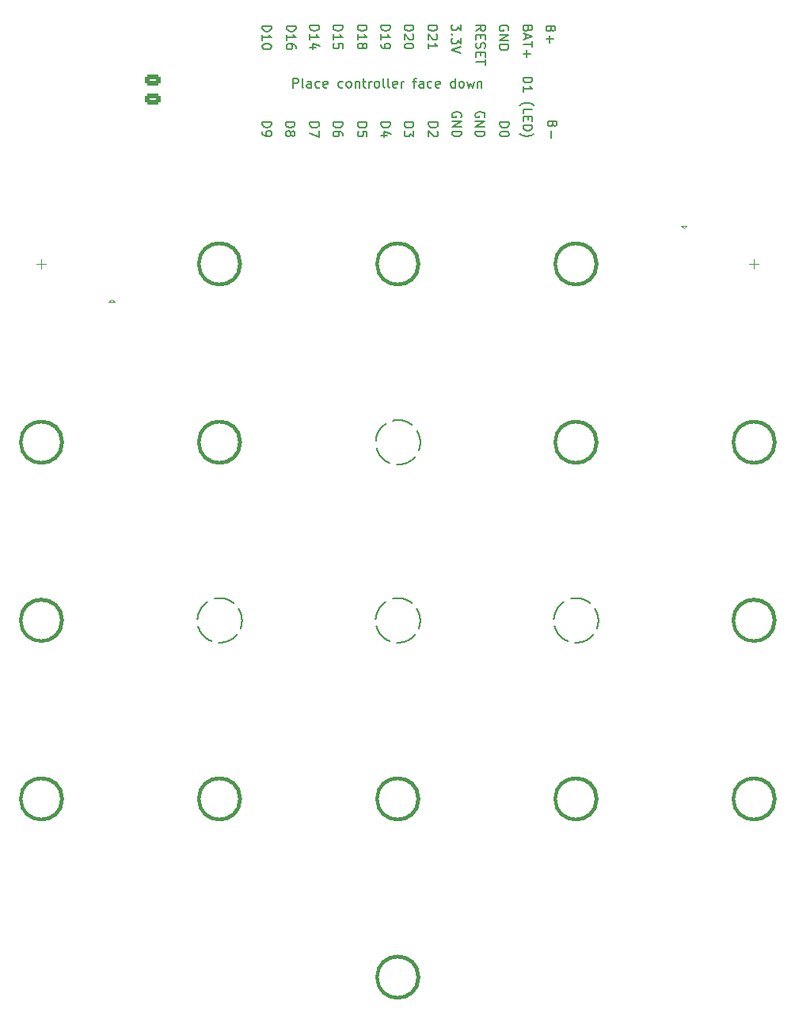
<source format=gbr>
%TF.GenerationSoftware,KiCad,Pcbnew,9.0.2*%
%TF.CreationDate,2025-05-27T10:03:14+01:00*%
%TF.ProjectId,PCB,5043422e-6b69-4636-9164-5f7063625858,1.0*%
%TF.SameCoordinates,Original*%
%TF.FileFunction,Legend,Top*%
%TF.FilePolarity,Positive*%
%FSLAX46Y46*%
G04 Gerber Fmt 4.6, Leading zero omitted, Abs format (unit mm)*
G04 Created by KiCad (PCBNEW 9.0.2) date 2025-05-27 10:03:14*
%MOMM*%
%LPD*%
G01*
G04 APERTURE LIST*
G04 Aperture macros list*
%AMRoundRect*
0 Rectangle with rounded corners*
0 $1 Rounding radius*
0 $2 $3 $4 $5 $6 $7 $8 $9 X,Y pos of 4 corners*
0 Add a 4 corners polygon primitive as box body*
4,1,4,$2,$3,$4,$5,$6,$7,$8,$9,$2,$3,0*
0 Add four circle primitives for the rounded corners*
1,1,$1+$1,$2,$3*
1,1,$1+$1,$4,$5*
1,1,$1+$1,$6,$7*
1,1,$1+$1,$8,$9*
0 Add four rect primitives between the rounded corners*
20,1,$1+$1,$2,$3,$4,$5,0*
20,1,$1+$1,$4,$5,$6,$7,0*
20,1,$1+$1,$6,$7,$8,$9,0*
20,1,$1+$1,$8,$9,$2,$3,0*%
G04 Aperture macros list end*
%ADD10C,0.150000*%
%ADD11C,0.400000*%
%ADD12C,0.200000*%
%ADD13C,0.120000*%
%ADD14C,1.700000*%
%ADD15C,4.000000*%
%ADD16C,2.200000*%
%ADD17C,4.900000*%
%ADD18C,3.050000*%
%ADD19C,2.250000*%
%ADD20O,2.250000X2.250000*%
%ADD21R,2.000000X2.000000*%
%ADD22C,2.000000*%
%ADD23R,3.200000X2.000000*%
%ADD24C,1.800000*%
%ADD25C,0.900000*%
%ADD26RoundRect,0.250000X-0.625000X0.350000X-0.625000X-0.350000X0.625000X-0.350000X0.625000X0.350000X0*%
G04 APERTURE END LIST*
D10*
X62050676Y-23453262D02*
X63050676Y-23453262D01*
X63050676Y-23453262D02*
X63050676Y-23691357D01*
X63050676Y-23691357D02*
X63003057Y-23834214D01*
X63003057Y-23834214D02*
X62907819Y-23929452D01*
X62907819Y-23929452D02*
X62812581Y-23977071D01*
X62812581Y-23977071D02*
X62622105Y-24024690D01*
X62622105Y-24024690D02*
X62479248Y-24024690D01*
X62479248Y-24024690D02*
X62288772Y-23977071D01*
X62288772Y-23977071D02*
X62193534Y-23929452D01*
X62193534Y-23929452D02*
X62098296Y-23834214D01*
X62098296Y-23834214D02*
X62050676Y-23691357D01*
X62050676Y-23691357D02*
X62050676Y-23453262D01*
X62050676Y-24977071D02*
X62050676Y-24405643D01*
X62050676Y-24691357D02*
X63050676Y-24691357D01*
X63050676Y-24691357D02*
X62907819Y-24596119D01*
X62907819Y-24596119D02*
X62812581Y-24500881D01*
X62812581Y-24500881D02*
X62764962Y-24405643D01*
X63050676Y-25834214D02*
X63050676Y-25643738D01*
X63050676Y-25643738D02*
X63003057Y-25548500D01*
X63003057Y-25548500D02*
X62955438Y-25500881D01*
X62955438Y-25500881D02*
X62812581Y-25405643D01*
X62812581Y-25405643D02*
X62622105Y-25358024D01*
X62622105Y-25358024D02*
X62241153Y-25358024D01*
X62241153Y-25358024D02*
X62145915Y-25405643D01*
X62145915Y-25405643D02*
X62098296Y-25453262D01*
X62098296Y-25453262D02*
X62050676Y-25548500D01*
X62050676Y-25548500D02*
X62050676Y-25738976D01*
X62050676Y-25738976D02*
X62098296Y-25834214D01*
X62098296Y-25834214D02*
X62145915Y-25881833D01*
X62145915Y-25881833D02*
X62241153Y-25929452D01*
X62241153Y-25929452D02*
X62479248Y-25929452D01*
X62479248Y-25929452D02*
X62574486Y-25881833D01*
X62574486Y-25881833D02*
X62622105Y-25834214D01*
X62622105Y-25834214D02*
X62669724Y-25738976D01*
X62669724Y-25738976D02*
X62669724Y-25548500D01*
X62669724Y-25548500D02*
X62622105Y-25453262D01*
X62622105Y-25453262D02*
X62574486Y-25405643D01*
X62574486Y-25405643D02*
X62479248Y-25358024D01*
X59450676Y-23453262D02*
X60450676Y-23453262D01*
X60450676Y-23453262D02*
X60450676Y-23691357D01*
X60450676Y-23691357D02*
X60403057Y-23834214D01*
X60403057Y-23834214D02*
X60307819Y-23929452D01*
X60307819Y-23929452D02*
X60212581Y-23977071D01*
X60212581Y-23977071D02*
X60022105Y-24024690D01*
X60022105Y-24024690D02*
X59879248Y-24024690D01*
X59879248Y-24024690D02*
X59688772Y-23977071D01*
X59688772Y-23977071D02*
X59593534Y-23929452D01*
X59593534Y-23929452D02*
X59498296Y-23834214D01*
X59498296Y-23834214D02*
X59450676Y-23691357D01*
X59450676Y-23691357D02*
X59450676Y-23453262D01*
X59450676Y-24977071D02*
X59450676Y-24405643D01*
X59450676Y-24691357D02*
X60450676Y-24691357D01*
X60450676Y-24691357D02*
X60307819Y-24596119D01*
X60307819Y-24596119D02*
X60212581Y-24500881D01*
X60212581Y-24500881D02*
X60164962Y-24405643D01*
X60450676Y-25596119D02*
X60450676Y-25691357D01*
X60450676Y-25691357D02*
X60403057Y-25786595D01*
X60403057Y-25786595D02*
X60355438Y-25834214D01*
X60355438Y-25834214D02*
X60260200Y-25881833D01*
X60260200Y-25881833D02*
X60069724Y-25929452D01*
X60069724Y-25929452D02*
X59831629Y-25929452D01*
X59831629Y-25929452D02*
X59641153Y-25881833D01*
X59641153Y-25881833D02*
X59545915Y-25834214D01*
X59545915Y-25834214D02*
X59498296Y-25786595D01*
X59498296Y-25786595D02*
X59450676Y-25691357D01*
X59450676Y-25691357D02*
X59450676Y-25596119D01*
X59450676Y-25596119D02*
X59498296Y-25500881D01*
X59498296Y-25500881D02*
X59545915Y-25453262D01*
X59545915Y-25453262D02*
X59641153Y-25405643D01*
X59641153Y-25405643D02*
X59831629Y-25358024D01*
X59831629Y-25358024D02*
X60069724Y-25358024D01*
X60069724Y-25358024D02*
X60260200Y-25405643D01*
X60260200Y-25405643D02*
X60355438Y-25453262D01*
X60355438Y-25453262D02*
X60403057Y-25500881D01*
X60403057Y-25500881D02*
X60450676Y-25596119D01*
X59450676Y-33703513D02*
X60450676Y-33703513D01*
X60450676Y-33703513D02*
X60450676Y-33941608D01*
X60450676Y-33941608D02*
X60403057Y-34084465D01*
X60403057Y-34084465D02*
X60307819Y-34179703D01*
X60307819Y-34179703D02*
X60212581Y-34227322D01*
X60212581Y-34227322D02*
X60022105Y-34274941D01*
X60022105Y-34274941D02*
X59879248Y-34274941D01*
X59879248Y-34274941D02*
X59688772Y-34227322D01*
X59688772Y-34227322D02*
X59593534Y-34179703D01*
X59593534Y-34179703D02*
X59498296Y-34084465D01*
X59498296Y-34084465D02*
X59450676Y-33941608D01*
X59450676Y-33941608D02*
X59450676Y-33703513D01*
X59450676Y-34751132D02*
X59450676Y-34941608D01*
X59450676Y-34941608D02*
X59498296Y-35036846D01*
X59498296Y-35036846D02*
X59545915Y-35084465D01*
X59545915Y-35084465D02*
X59688772Y-35179703D01*
X59688772Y-35179703D02*
X59879248Y-35227322D01*
X59879248Y-35227322D02*
X60260200Y-35227322D01*
X60260200Y-35227322D02*
X60355438Y-35179703D01*
X60355438Y-35179703D02*
X60403057Y-35132084D01*
X60403057Y-35132084D02*
X60450676Y-35036846D01*
X60450676Y-35036846D02*
X60450676Y-34846370D01*
X60450676Y-34846370D02*
X60403057Y-34751132D01*
X60403057Y-34751132D02*
X60355438Y-34703513D01*
X60355438Y-34703513D02*
X60260200Y-34655894D01*
X60260200Y-34655894D02*
X60022105Y-34655894D01*
X60022105Y-34655894D02*
X59926867Y-34703513D01*
X59926867Y-34703513D02*
X59879248Y-34751132D01*
X59879248Y-34751132D02*
X59831629Y-34846370D01*
X59831629Y-34846370D02*
X59831629Y-35036846D01*
X59831629Y-35036846D02*
X59879248Y-35132084D01*
X59879248Y-35132084D02*
X59926867Y-35179703D01*
X59926867Y-35179703D02*
X60022105Y-35227322D01*
X90490986Y-33936864D02*
X90443367Y-34079721D01*
X90443367Y-34079721D02*
X90395748Y-34127340D01*
X90395748Y-34127340D02*
X90300510Y-34174959D01*
X90300510Y-34174959D02*
X90157653Y-34174959D01*
X90157653Y-34174959D02*
X90062415Y-34127340D01*
X90062415Y-34127340D02*
X90014796Y-34079721D01*
X90014796Y-34079721D02*
X89967176Y-33984483D01*
X89967176Y-33984483D02*
X89967176Y-33603531D01*
X89967176Y-33603531D02*
X90967176Y-33603531D01*
X90967176Y-33603531D02*
X90967176Y-33936864D01*
X90967176Y-33936864D02*
X90919557Y-34032102D01*
X90919557Y-34032102D02*
X90871938Y-34079721D01*
X90871938Y-34079721D02*
X90776700Y-34127340D01*
X90776700Y-34127340D02*
X90681462Y-34127340D01*
X90681462Y-34127340D02*
X90586224Y-34079721D01*
X90586224Y-34079721D02*
X90538605Y-34032102D01*
X90538605Y-34032102D02*
X90490986Y-33936864D01*
X90490986Y-33936864D02*
X90490986Y-33603531D01*
X90348129Y-34603531D02*
X90348129Y-35365436D01*
X61950676Y-33703513D02*
X62950676Y-33703513D01*
X62950676Y-33703513D02*
X62950676Y-33941608D01*
X62950676Y-33941608D02*
X62903057Y-34084465D01*
X62903057Y-34084465D02*
X62807819Y-34179703D01*
X62807819Y-34179703D02*
X62712581Y-34227322D01*
X62712581Y-34227322D02*
X62522105Y-34274941D01*
X62522105Y-34274941D02*
X62379248Y-34274941D01*
X62379248Y-34274941D02*
X62188772Y-34227322D01*
X62188772Y-34227322D02*
X62093534Y-34179703D01*
X62093534Y-34179703D02*
X61998296Y-34084465D01*
X61998296Y-34084465D02*
X61950676Y-33941608D01*
X61950676Y-33941608D02*
X61950676Y-33703513D01*
X62522105Y-34846370D02*
X62569724Y-34751132D01*
X62569724Y-34751132D02*
X62617343Y-34703513D01*
X62617343Y-34703513D02*
X62712581Y-34655894D01*
X62712581Y-34655894D02*
X62760200Y-34655894D01*
X62760200Y-34655894D02*
X62855438Y-34703513D01*
X62855438Y-34703513D02*
X62903057Y-34751132D01*
X62903057Y-34751132D02*
X62950676Y-34846370D01*
X62950676Y-34846370D02*
X62950676Y-35036846D01*
X62950676Y-35036846D02*
X62903057Y-35132084D01*
X62903057Y-35132084D02*
X62855438Y-35179703D01*
X62855438Y-35179703D02*
X62760200Y-35227322D01*
X62760200Y-35227322D02*
X62712581Y-35227322D01*
X62712581Y-35227322D02*
X62617343Y-35179703D01*
X62617343Y-35179703D02*
X62569724Y-35132084D01*
X62569724Y-35132084D02*
X62522105Y-35036846D01*
X62522105Y-35036846D02*
X62522105Y-34846370D01*
X62522105Y-34846370D02*
X62474486Y-34751132D01*
X62474486Y-34751132D02*
X62426867Y-34703513D01*
X62426867Y-34703513D02*
X62331629Y-34655894D01*
X62331629Y-34655894D02*
X62141153Y-34655894D01*
X62141153Y-34655894D02*
X62045915Y-34703513D01*
X62045915Y-34703513D02*
X61998296Y-34751132D01*
X61998296Y-34751132D02*
X61950676Y-34846370D01*
X61950676Y-34846370D02*
X61950676Y-35036846D01*
X61950676Y-35036846D02*
X61998296Y-35132084D01*
X61998296Y-35132084D02*
X62045915Y-35179703D01*
X62045915Y-35179703D02*
X62141153Y-35227322D01*
X62141153Y-35227322D02*
X62331629Y-35227322D01*
X62331629Y-35227322D02*
X62426867Y-35179703D01*
X62426867Y-35179703D02*
X62474486Y-35132084D01*
X62474486Y-35132084D02*
X62522105Y-35036846D01*
X62741775Y-30036302D02*
X62741775Y-29036302D01*
X62741775Y-29036302D02*
X63122727Y-29036302D01*
X63122727Y-29036302D02*
X63217965Y-29083921D01*
X63217965Y-29083921D02*
X63265584Y-29131540D01*
X63265584Y-29131540D02*
X63313203Y-29226778D01*
X63313203Y-29226778D02*
X63313203Y-29369635D01*
X63313203Y-29369635D02*
X63265584Y-29464873D01*
X63265584Y-29464873D02*
X63217965Y-29512492D01*
X63217965Y-29512492D02*
X63122727Y-29560111D01*
X63122727Y-29560111D02*
X62741775Y-29560111D01*
X63884632Y-30036302D02*
X63789394Y-29988683D01*
X63789394Y-29988683D02*
X63741775Y-29893444D01*
X63741775Y-29893444D02*
X63741775Y-29036302D01*
X64694156Y-30036302D02*
X64694156Y-29512492D01*
X64694156Y-29512492D02*
X64646537Y-29417254D01*
X64646537Y-29417254D02*
X64551299Y-29369635D01*
X64551299Y-29369635D02*
X64360823Y-29369635D01*
X64360823Y-29369635D02*
X64265585Y-29417254D01*
X64694156Y-29988683D02*
X64598918Y-30036302D01*
X64598918Y-30036302D02*
X64360823Y-30036302D01*
X64360823Y-30036302D02*
X64265585Y-29988683D01*
X64265585Y-29988683D02*
X64217966Y-29893444D01*
X64217966Y-29893444D02*
X64217966Y-29798206D01*
X64217966Y-29798206D02*
X64265585Y-29702968D01*
X64265585Y-29702968D02*
X64360823Y-29655349D01*
X64360823Y-29655349D02*
X64598918Y-29655349D01*
X64598918Y-29655349D02*
X64694156Y-29607730D01*
X65598918Y-29988683D02*
X65503680Y-30036302D01*
X65503680Y-30036302D02*
X65313204Y-30036302D01*
X65313204Y-30036302D02*
X65217966Y-29988683D01*
X65217966Y-29988683D02*
X65170347Y-29941063D01*
X65170347Y-29941063D02*
X65122728Y-29845825D01*
X65122728Y-29845825D02*
X65122728Y-29560111D01*
X65122728Y-29560111D02*
X65170347Y-29464873D01*
X65170347Y-29464873D02*
X65217966Y-29417254D01*
X65217966Y-29417254D02*
X65313204Y-29369635D01*
X65313204Y-29369635D02*
X65503680Y-29369635D01*
X65503680Y-29369635D02*
X65598918Y-29417254D01*
X66408442Y-29988683D02*
X66313204Y-30036302D01*
X66313204Y-30036302D02*
X66122728Y-30036302D01*
X66122728Y-30036302D02*
X66027490Y-29988683D01*
X66027490Y-29988683D02*
X65979871Y-29893444D01*
X65979871Y-29893444D02*
X65979871Y-29512492D01*
X65979871Y-29512492D02*
X66027490Y-29417254D01*
X66027490Y-29417254D02*
X66122728Y-29369635D01*
X66122728Y-29369635D02*
X66313204Y-29369635D01*
X66313204Y-29369635D02*
X66408442Y-29417254D01*
X66408442Y-29417254D02*
X66456061Y-29512492D01*
X66456061Y-29512492D02*
X66456061Y-29607730D01*
X66456061Y-29607730D02*
X65979871Y-29702968D01*
X68075109Y-29988683D02*
X67979871Y-30036302D01*
X67979871Y-30036302D02*
X67789395Y-30036302D01*
X67789395Y-30036302D02*
X67694157Y-29988683D01*
X67694157Y-29988683D02*
X67646538Y-29941063D01*
X67646538Y-29941063D02*
X67598919Y-29845825D01*
X67598919Y-29845825D02*
X67598919Y-29560111D01*
X67598919Y-29560111D02*
X67646538Y-29464873D01*
X67646538Y-29464873D02*
X67694157Y-29417254D01*
X67694157Y-29417254D02*
X67789395Y-29369635D01*
X67789395Y-29369635D02*
X67979871Y-29369635D01*
X67979871Y-29369635D02*
X68075109Y-29417254D01*
X68646538Y-30036302D02*
X68551300Y-29988683D01*
X68551300Y-29988683D02*
X68503681Y-29941063D01*
X68503681Y-29941063D02*
X68456062Y-29845825D01*
X68456062Y-29845825D02*
X68456062Y-29560111D01*
X68456062Y-29560111D02*
X68503681Y-29464873D01*
X68503681Y-29464873D02*
X68551300Y-29417254D01*
X68551300Y-29417254D02*
X68646538Y-29369635D01*
X68646538Y-29369635D02*
X68789395Y-29369635D01*
X68789395Y-29369635D02*
X68884633Y-29417254D01*
X68884633Y-29417254D02*
X68932252Y-29464873D01*
X68932252Y-29464873D02*
X68979871Y-29560111D01*
X68979871Y-29560111D02*
X68979871Y-29845825D01*
X68979871Y-29845825D02*
X68932252Y-29941063D01*
X68932252Y-29941063D02*
X68884633Y-29988683D01*
X68884633Y-29988683D02*
X68789395Y-30036302D01*
X68789395Y-30036302D02*
X68646538Y-30036302D01*
X69408443Y-29369635D02*
X69408443Y-30036302D01*
X69408443Y-29464873D02*
X69456062Y-29417254D01*
X69456062Y-29417254D02*
X69551300Y-29369635D01*
X69551300Y-29369635D02*
X69694157Y-29369635D01*
X69694157Y-29369635D02*
X69789395Y-29417254D01*
X69789395Y-29417254D02*
X69837014Y-29512492D01*
X69837014Y-29512492D02*
X69837014Y-30036302D01*
X70170348Y-29369635D02*
X70551300Y-29369635D01*
X70313205Y-29036302D02*
X70313205Y-29893444D01*
X70313205Y-29893444D02*
X70360824Y-29988683D01*
X70360824Y-29988683D02*
X70456062Y-30036302D01*
X70456062Y-30036302D02*
X70551300Y-30036302D01*
X70884634Y-30036302D02*
X70884634Y-29369635D01*
X70884634Y-29560111D02*
X70932253Y-29464873D01*
X70932253Y-29464873D02*
X70979872Y-29417254D01*
X70979872Y-29417254D02*
X71075110Y-29369635D01*
X71075110Y-29369635D02*
X71170348Y-29369635D01*
X71646539Y-30036302D02*
X71551301Y-29988683D01*
X71551301Y-29988683D02*
X71503682Y-29941063D01*
X71503682Y-29941063D02*
X71456063Y-29845825D01*
X71456063Y-29845825D02*
X71456063Y-29560111D01*
X71456063Y-29560111D02*
X71503682Y-29464873D01*
X71503682Y-29464873D02*
X71551301Y-29417254D01*
X71551301Y-29417254D02*
X71646539Y-29369635D01*
X71646539Y-29369635D02*
X71789396Y-29369635D01*
X71789396Y-29369635D02*
X71884634Y-29417254D01*
X71884634Y-29417254D02*
X71932253Y-29464873D01*
X71932253Y-29464873D02*
X71979872Y-29560111D01*
X71979872Y-29560111D02*
X71979872Y-29845825D01*
X71979872Y-29845825D02*
X71932253Y-29941063D01*
X71932253Y-29941063D02*
X71884634Y-29988683D01*
X71884634Y-29988683D02*
X71789396Y-30036302D01*
X71789396Y-30036302D02*
X71646539Y-30036302D01*
X72551301Y-30036302D02*
X72456063Y-29988683D01*
X72456063Y-29988683D02*
X72408444Y-29893444D01*
X72408444Y-29893444D02*
X72408444Y-29036302D01*
X73075111Y-30036302D02*
X72979873Y-29988683D01*
X72979873Y-29988683D02*
X72932254Y-29893444D01*
X72932254Y-29893444D02*
X72932254Y-29036302D01*
X73837016Y-29988683D02*
X73741778Y-30036302D01*
X73741778Y-30036302D02*
X73551302Y-30036302D01*
X73551302Y-30036302D02*
X73456064Y-29988683D01*
X73456064Y-29988683D02*
X73408445Y-29893444D01*
X73408445Y-29893444D02*
X73408445Y-29512492D01*
X73408445Y-29512492D02*
X73456064Y-29417254D01*
X73456064Y-29417254D02*
X73551302Y-29369635D01*
X73551302Y-29369635D02*
X73741778Y-29369635D01*
X73741778Y-29369635D02*
X73837016Y-29417254D01*
X73837016Y-29417254D02*
X73884635Y-29512492D01*
X73884635Y-29512492D02*
X73884635Y-29607730D01*
X73884635Y-29607730D02*
X73408445Y-29702968D01*
X74313207Y-30036302D02*
X74313207Y-29369635D01*
X74313207Y-29560111D02*
X74360826Y-29464873D01*
X74360826Y-29464873D02*
X74408445Y-29417254D01*
X74408445Y-29417254D02*
X74503683Y-29369635D01*
X74503683Y-29369635D02*
X74598921Y-29369635D01*
X75551303Y-29369635D02*
X75932255Y-29369635D01*
X75694160Y-30036302D02*
X75694160Y-29179159D01*
X75694160Y-29179159D02*
X75741779Y-29083921D01*
X75741779Y-29083921D02*
X75837017Y-29036302D01*
X75837017Y-29036302D02*
X75932255Y-29036302D01*
X76694160Y-30036302D02*
X76694160Y-29512492D01*
X76694160Y-29512492D02*
X76646541Y-29417254D01*
X76646541Y-29417254D02*
X76551303Y-29369635D01*
X76551303Y-29369635D02*
X76360827Y-29369635D01*
X76360827Y-29369635D02*
X76265589Y-29417254D01*
X76694160Y-29988683D02*
X76598922Y-30036302D01*
X76598922Y-30036302D02*
X76360827Y-30036302D01*
X76360827Y-30036302D02*
X76265589Y-29988683D01*
X76265589Y-29988683D02*
X76217970Y-29893444D01*
X76217970Y-29893444D02*
X76217970Y-29798206D01*
X76217970Y-29798206D02*
X76265589Y-29702968D01*
X76265589Y-29702968D02*
X76360827Y-29655349D01*
X76360827Y-29655349D02*
X76598922Y-29655349D01*
X76598922Y-29655349D02*
X76694160Y-29607730D01*
X77598922Y-29988683D02*
X77503684Y-30036302D01*
X77503684Y-30036302D02*
X77313208Y-30036302D01*
X77313208Y-30036302D02*
X77217970Y-29988683D01*
X77217970Y-29988683D02*
X77170351Y-29941063D01*
X77170351Y-29941063D02*
X77122732Y-29845825D01*
X77122732Y-29845825D02*
X77122732Y-29560111D01*
X77122732Y-29560111D02*
X77170351Y-29464873D01*
X77170351Y-29464873D02*
X77217970Y-29417254D01*
X77217970Y-29417254D02*
X77313208Y-29369635D01*
X77313208Y-29369635D02*
X77503684Y-29369635D01*
X77503684Y-29369635D02*
X77598922Y-29417254D01*
X78408446Y-29988683D02*
X78313208Y-30036302D01*
X78313208Y-30036302D02*
X78122732Y-30036302D01*
X78122732Y-30036302D02*
X78027494Y-29988683D01*
X78027494Y-29988683D02*
X77979875Y-29893444D01*
X77979875Y-29893444D02*
X77979875Y-29512492D01*
X77979875Y-29512492D02*
X78027494Y-29417254D01*
X78027494Y-29417254D02*
X78122732Y-29369635D01*
X78122732Y-29369635D02*
X78313208Y-29369635D01*
X78313208Y-29369635D02*
X78408446Y-29417254D01*
X78408446Y-29417254D02*
X78456065Y-29512492D01*
X78456065Y-29512492D02*
X78456065Y-29607730D01*
X78456065Y-29607730D02*
X77979875Y-29702968D01*
X80075113Y-30036302D02*
X80075113Y-29036302D01*
X80075113Y-29988683D02*
X79979875Y-30036302D01*
X79979875Y-30036302D02*
X79789399Y-30036302D01*
X79789399Y-30036302D02*
X79694161Y-29988683D01*
X79694161Y-29988683D02*
X79646542Y-29941063D01*
X79646542Y-29941063D02*
X79598923Y-29845825D01*
X79598923Y-29845825D02*
X79598923Y-29560111D01*
X79598923Y-29560111D02*
X79646542Y-29464873D01*
X79646542Y-29464873D02*
X79694161Y-29417254D01*
X79694161Y-29417254D02*
X79789399Y-29369635D01*
X79789399Y-29369635D02*
X79979875Y-29369635D01*
X79979875Y-29369635D02*
X80075113Y-29417254D01*
X80694161Y-30036302D02*
X80598923Y-29988683D01*
X80598923Y-29988683D02*
X80551304Y-29941063D01*
X80551304Y-29941063D02*
X80503685Y-29845825D01*
X80503685Y-29845825D02*
X80503685Y-29560111D01*
X80503685Y-29560111D02*
X80551304Y-29464873D01*
X80551304Y-29464873D02*
X80598923Y-29417254D01*
X80598923Y-29417254D02*
X80694161Y-29369635D01*
X80694161Y-29369635D02*
X80837018Y-29369635D01*
X80837018Y-29369635D02*
X80932256Y-29417254D01*
X80932256Y-29417254D02*
X80979875Y-29464873D01*
X80979875Y-29464873D02*
X81027494Y-29560111D01*
X81027494Y-29560111D02*
X81027494Y-29845825D01*
X81027494Y-29845825D02*
X80979875Y-29941063D01*
X80979875Y-29941063D02*
X80932256Y-29988683D01*
X80932256Y-29988683D02*
X80837018Y-30036302D01*
X80837018Y-30036302D02*
X80694161Y-30036302D01*
X81360828Y-29369635D02*
X81551304Y-30036302D01*
X81551304Y-30036302D02*
X81741780Y-29560111D01*
X81741780Y-29560111D02*
X81932256Y-30036302D01*
X81932256Y-30036302D02*
X82122732Y-29369635D01*
X82503685Y-29369635D02*
X82503685Y-30036302D01*
X82503685Y-29464873D02*
X82551304Y-29417254D01*
X82551304Y-29417254D02*
X82646542Y-29369635D01*
X82646542Y-29369635D02*
X82789399Y-29369635D01*
X82789399Y-29369635D02*
X82884637Y-29417254D01*
X82884637Y-29417254D02*
X82932256Y-29512492D01*
X82932256Y-29512492D02*
X82932256Y-30036302D01*
X67050676Y-23403262D02*
X68050676Y-23403262D01*
X68050676Y-23403262D02*
X68050676Y-23641357D01*
X68050676Y-23641357D02*
X68003057Y-23784214D01*
X68003057Y-23784214D02*
X67907819Y-23879452D01*
X67907819Y-23879452D02*
X67812581Y-23927071D01*
X67812581Y-23927071D02*
X67622105Y-23974690D01*
X67622105Y-23974690D02*
X67479248Y-23974690D01*
X67479248Y-23974690D02*
X67288772Y-23927071D01*
X67288772Y-23927071D02*
X67193534Y-23879452D01*
X67193534Y-23879452D02*
X67098296Y-23784214D01*
X67098296Y-23784214D02*
X67050676Y-23641357D01*
X67050676Y-23641357D02*
X67050676Y-23403262D01*
X67050676Y-24927071D02*
X67050676Y-24355643D01*
X67050676Y-24641357D02*
X68050676Y-24641357D01*
X68050676Y-24641357D02*
X67907819Y-24546119D01*
X67907819Y-24546119D02*
X67812581Y-24450881D01*
X67812581Y-24450881D02*
X67764962Y-24355643D01*
X68050676Y-25831833D02*
X68050676Y-25355643D01*
X68050676Y-25355643D02*
X67574486Y-25308024D01*
X67574486Y-25308024D02*
X67622105Y-25355643D01*
X67622105Y-25355643D02*
X67669724Y-25450881D01*
X67669724Y-25450881D02*
X67669724Y-25688976D01*
X67669724Y-25688976D02*
X67622105Y-25784214D01*
X67622105Y-25784214D02*
X67574486Y-25831833D01*
X67574486Y-25831833D02*
X67479248Y-25879452D01*
X67479248Y-25879452D02*
X67241153Y-25879452D01*
X67241153Y-25879452D02*
X67145915Y-25831833D01*
X67145915Y-25831833D02*
X67098296Y-25784214D01*
X67098296Y-25784214D02*
X67050676Y-25688976D01*
X67050676Y-25688976D02*
X67050676Y-25450881D01*
X67050676Y-25450881D02*
X67098296Y-25355643D01*
X67098296Y-25355643D02*
X67145915Y-25308024D01*
X80703057Y-33182084D02*
X80750676Y-33086846D01*
X80750676Y-33086846D02*
X80750676Y-32943989D01*
X80750676Y-32943989D02*
X80703057Y-32801132D01*
X80703057Y-32801132D02*
X80607819Y-32705894D01*
X80607819Y-32705894D02*
X80512581Y-32658275D01*
X80512581Y-32658275D02*
X80322105Y-32610656D01*
X80322105Y-32610656D02*
X80179248Y-32610656D01*
X80179248Y-32610656D02*
X79988772Y-32658275D01*
X79988772Y-32658275D02*
X79893534Y-32705894D01*
X79893534Y-32705894D02*
X79798296Y-32801132D01*
X79798296Y-32801132D02*
X79750676Y-32943989D01*
X79750676Y-32943989D02*
X79750676Y-33039227D01*
X79750676Y-33039227D02*
X79798296Y-33182084D01*
X79798296Y-33182084D02*
X79845915Y-33229703D01*
X79845915Y-33229703D02*
X80179248Y-33229703D01*
X80179248Y-33229703D02*
X80179248Y-33039227D01*
X79750676Y-33658275D02*
X80750676Y-33658275D01*
X80750676Y-33658275D02*
X79750676Y-34229703D01*
X79750676Y-34229703D02*
X80750676Y-34229703D01*
X79750676Y-34705894D02*
X80750676Y-34705894D01*
X80750676Y-34705894D02*
X80750676Y-34943989D01*
X80750676Y-34943989D02*
X80703057Y-35086846D01*
X80703057Y-35086846D02*
X80607819Y-35182084D01*
X80607819Y-35182084D02*
X80512581Y-35229703D01*
X80512581Y-35229703D02*
X80322105Y-35277322D01*
X80322105Y-35277322D02*
X80179248Y-35277322D01*
X80179248Y-35277322D02*
X79988772Y-35229703D01*
X79988772Y-35229703D02*
X79893534Y-35182084D01*
X79893534Y-35182084D02*
X79798296Y-35086846D01*
X79798296Y-35086846D02*
X79750676Y-34943989D01*
X79750676Y-34943989D02*
X79750676Y-34705894D01*
X83203057Y-33182084D02*
X83250676Y-33086846D01*
X83250676Y-33086846D02*
X83250676Y-32943989D01*
X83250676Y-32943989D02*
X83203057Y-32801132D01*
X83203057Y-32801132D02*
X83107819Y-32705894D01*
X83107819Y-32705894D02*
X83012581Y-32658275D01*
X83012581Y-32658275D02*
X82822105Y-32610656D01*
X82822105Y-32610656D02*
X82679248Y-32610656D01*
X82679248Y-32610656D02*
X82488772Y-32658275D01*
X82488772Y-32658275D02*
X82393534Y-32705894D01*
X82393534Y-32705894D02*
X82298296Y-32801132D01*
X82298296Y-32801132D02*
X82250676Y-32943989D01*
X82250676Y-32943989D02*
X82250676Y-33039227D01*
X82250676Y-33039227D02*
X82298296Y-33182084D01*
X82298296Y-33182084D02*
X82345915Y-33229703D01*
X82345915Y-33229703D02*
X82679248Y-33229703D01*
X82679248Y-33229703D02*
X82679248Y-33039227D01*
X82250676Y-33658275D02*
X83250676Y-33658275D01*
X83250676Y-33658275D02*
X82250676Y-34229703D01*
X82250676Y-34229703D02*
X83250676Y-34229703D01*
X82250676Y-34705894D02*
X83250676Y-34705894D01*
X83250676Y-34705894D02*
X83250676Y-34943989D01*
X83250676Y-34943989D02*
X83203057Y-35086846D01*
X83203057Y-35086846D02*
X83107819Y-35182084D01*
X83107819Y-35182084D02*
X83012581Y-35229703D01*
X83012581Y-35229703D02*
X82822105Y-35277322D01*
X82822105Y-35277322D02*
X82679248Y-35277322D01*
X82679248Y-35277322D02*
X82488772Y-35229703D01*
X82488772Y-35229703D02*
X82393534Y-35182084D01*
X82393534Y-35182084D02*
X82298296Y-35086846D01*
X82298296Y-35086846D02*
X82250676Y-34943989D01*
X82250676Y-34943989D02*
X82250676Y-34705894D01*
X67050676Y-33753513D02*
X68050676Y-33753513D01*
X68050676Y-33753513D02*
X68050676Y-33991608D01*
X68050676Y-33991608D02*
X68003057Y-34134465D01*
X68003057Y-34134465D02*
X67907819Y-34229703D01*
X67907819Y-34229703D02*
X67812581Y-34277322D01*
X67812581Y-34277322D02*
X67622105Y-34324941D01*
X67622105Y-34324941D02*
X67479248Y-34324941D01*
X67479248Y-34324941D02*
X67288772Y-34277322D01*
X67288772Y-34277322D02*
X67193534Y-34229703D01*
X67193534Y-34229703D02*
X67098296Y-34134465D01*
X67098296Y-34134465D02*
X67050676Y-33991608D01*
X67050676Y-33991608D02*
X67050676Y-33753513D01*
X68050676Y-35182084D02*
X68050676Y-34991608D01*
X68050676Y-34991608D02*
X68003057Y-34896370D01*
X68003057Y-34896370D02*
X67955438Y-34848751D01*
X67955438Y-34848751D02*
X67812581Y-34753513D01*
X67812581Y-34753513D02*
X67622105Y-34705894D01*
X67622105Y-34705894D02*
X67241153Y-34705894D01*
X67241153Y-34705894D02*
X67145915Y-34753513D01*
X67145915Y-34753513D02*
X67098296Y-34801132D01*
X67098296Y-34801132D02*
X67050676Y-34896370D01*
X67050676Y-34896370D02*
X67050676Y-35086846D01*
X67050676Y-35086846D02*
X67098296Y-35182084D01*
X67098296Y-35182084D02*
X67145915Y-35229703D01*
X67145915Y-35229703D02*
X67241153Y-35277322D01*
X67241153Y-35277322D02*
X67479248Y-35277322D01*
X67479248Y-35277322D02*
X67574486Y-35229703D01*
X67574486Y-35229703D02*
X67622105Y-35182084D01*
X67622105Y-35182084D02*
X67669724Y-35086846D01*
X67669724Y-35086846D02*
X67669724Y-34896370D01*
X67669724Y-34896370D02*
X67622105Y-34801132D01*
X67622105Y-34801132D02*
X67574486Y-34753513D01*
X67574486Y-34753513D02*
X67479248Y-34705894D01*
X64550676Y-33753513D02*
X65550676Y-33753513D01*
X65550676Y-33753513D02*
X65550676Y-33991608D01*
X65550676Y-33991608D02*
X65503057Y-34134465D01*
X65503057Y-34134465D02*
X65407819Y-34229703D01*
X65407819Y-34229703D02*
X65312581Y-34277322D01*
X65312581Y-34277322D02*
X65122105Y-34324941D01*
X65122105Y-34324941D02*
X64979248Y-34324941D01*
X64979248Y-34324941D02*
X64788772Y-34277322D01*
X64788772Y-34277322D02*
X64693534Y-34229703D01*
X64693534Y-34229703D02*
X64598296Y-34134465D01*
X64598296Y-34134465D02*
X64550676Y-33991608D01*
X64550676Y-33991608D02*
X64550676Y-33753513D01*
X65550676Y-34658275D02*
X65550676Y-35324941D01*
X65550676Y-35324941D02*
X64550676Y-34896370D01*
X87350676Y-28943988D02*
X88350676Y-28943988D01*
X88350676Y-28943988D02*
X88350676Y-29182083D01*
X88350676Y-29182083D02*
X88303057Y-29324940D01*
X88303057Y-29324940D02*
X88207819Y-29420178D01*
X88207819Y-29420178D02*
X88112581Y-29467797D01*
X88112581Y-29467797D02*
X87922105Y-29515416D01*
X87922105Y-29515416D02*
X87779248Y-29515416D01*
X87779248Y-29515416D02*
X87588772Y-29467797D01*
X87588772Y-29467797D02*
X87493534Y-29420178D01*
X87493534Y-29420178D02*
X87398296Y-29324940D01*
X87398296Y-29324940D02*
X87350676Y-29182083D01*
X87350676Y-29182083D02*
X87350676Y-28943988D01*
X87350676Y-30467797D02*
X87350676Y-29896369D01*
X87350676Y-30182083D02*
X88350676Y-30182083D01*
X88350676Y-30182083D02*
X88207819Y-30086845D01*
X88207819Y-30086845D02*
X88112581Y-29991607D01*
X88112581Y-29991607D02*
X88064962Y-29896369D01*
X86969724Y-31943988D02*
X87017343Y-31896369D01*
X87017343Y-31896369D02*
X87160200Y-31801131D01*
X87160200Y-31801131D02*
X87255438Y-31753512D01*
X87255438Y-31753512D02*
X87398296Y-31705893D01*
X87398296Y-31705893D02*
X87636391Y-31658274D01*
X87636391Y-31658274D02*
X87826867Y-31658274D01*
X87826867Y-31658274D02*
X88064962Y-31705893D01*
X88064962Y-31705893D02*
X88207819Y-31753512D01*
X88207819Y-31753512D02*
X88303057Y-31801131D01*
X88303057Y-31801131D02*
X88445915Y-31896369D01*
X88445915Y-31896369D02*
X88493534Y-31943988D01*
X87350676Y-32801131D02*
X87350676Y-32324941D01*
X87350676Y-32324941D02*
X88350676Y-32324941D01*
X87874486Y-33134465D02*
X87874486Y-33467798D01*
X87350676Y-33610655D02*
X87350676Y-33134465D01*
X87350676Y-33134465D02*
X88350676Y-33134465D01*
X88350676Y-33134465D02*
X88350676Y-33610655D01*
X87350676Y-34039227D02*
X88350676Y-34039227D01*
X88350676Y-34039227D02*
X88350676Y-34277322D01*
X88350676Y-34277322D02*
X88303057Y-34420179D01*
X88303057Y-34420179D02*
X88207819Y-34515417D01*
X88207819Y-34515417D02*
X88112581Y-34563036D01*
X88112581Y-34563036D02*
X87922105Y-34610655D01*
X87922105Y-34610655D02*
X87779248Y-34610655D01*
X87779248Y-34610655D02*
X87588772Y-34563036D01*
X87588772Y-34563036D02*
X87493534Y-34515417D01*
X87493534Y-34515417D02*
X87398296Y-34420179D01*
X87398296Y-34420179D02*
X87350676Y-34277322D01*
X87350676Y-34277322D02*
X87350676Y-34039227D01*
X86969724Y-34943989D02*
X87017343Y-34991608D01*
X87017343Y-34991608D02*
X87160200Y-35086846D01*
X87160200Y-35086846D02*
X87255438Y-35134465D01*
X87255438Y-35134465D02*
X87398296Y-35182084D01*
X87398296Y-35182084D02*
X87636391Y-35229703D01*
X87636391Y-35229703D02*
X87826867Y-35229703D01*
X87826867Y-35229703D02*
X88064962Y-35182084D01*
X88064962Y-35182084D02*
X88207819Y-35134465D01*
X88207819Y-35134465D02*
X88303057Y-35086846D01*
X88303057Y-35086846D02*
X88445915Y-34991608D01*
X88445915Y-34991608D02*
X88493534Y-34943989D01*
X69650676Y-23403262D02*
X70650676Y-23403262D01*
X70650676Y-23403262D02*
X70650676Y-23641357D01*
X70650676Y-23641357D02*
X70603057Y-23784214D01*
X70603057Y-23784214D02*
X70507819Y-23879452D01*
X70507819Y-23879452D02*
X70412581Y-23927071D01*
X70412581Y-23927071D02*
X70222105Y-23974690D01*
X70222105Y-23974690D02*
X70079248Y-23974690D01*
X70079248Y-23974690D02*
X69888772Y-23927071D01*
X69888772Y-23927071D02*
X69793534Y-23879452D01*
X69793534Y-23879452D02*
X69698296Y-23784214D01*
X69698296Y-23784214D02*
X69650676Y-23641357D01*
X69650676Y-23641357D02*
X69650676Y-23403262D01*
X69650676Y-24927071D02*
X69650676Y-24355643D01*
X69650676Y-24641357D02*
X70650676Y-24641357D01*
X70650676Y-24641357D02*
X70507819Y-24546119D01*
X70507819Y-24546119D02*
X70412581Y-24450881D01*
X70412581Y-24450881D02*
X70364962Y-24355643D01*
X70222105Y-25498500D02*
X70269724Y-25403262D01*
X70269724Y-25403262D02*
X70317343Y-25355643D01*
X70317343Y-25355643D02*
X70412581Y-25308024D01*
X70412581Y-25308024D02*
X70460200Y-25308024D01*
X70460200Y-25308024D02*
X70555438Y-25355643D01*
X70555438Y-25355643D02*
X70603057Y-25403262D01*
X70603057Y-25403262D02*
X70650676Y-25498500D01*
X70650676Y-25498500D02*
X70650676Y-25688976D01*
X70650676Y-25688976D02*
X70603057Y-25784214D01*
X70603057Y-25784214D02*
X70555438Y-25831833D01*
X70555438Y-25831833D02*
X70460200Y-25879452D01*
X70460200Y-25879452D02*
X70412581Y-25879452D01*
X70412581Y-25879452D02*
X70317343Y-25831833D01*
X70317343Y-25831833D02*
X70269724Y-25784214D01*
X70269724Y-25784214D02*
X70222105Y-25688976D01*
X70222105Y-25688976D02*
X70222105Y-25498500D01*
X70222105Y-25498500D02*
X70174486Y-25403262D01*
X70174486Y-25403262D02*
X70126867Y-25355643D01*
X70126867Y-25355643D02*
X70031629Y-25308024D01*
X70031629Y-25308024D02*
X69841153Y-25308024D01*
X69841153Y-25308024D02*
X69745915Y-25355643D01*
X69745915Y-25355643D02*
X69698296Y-25403262D01*
X69698296Y-25403262D02*
X69650676Y-25498500D01*
X69650676Y-25498500D02*
X69650676Y-25688976D01*
X69650676Y-25688976D02*
X69698296Y-25784214D01*
X69698296Y-25784214D02*
X69745915Y-25831833D01*
X69745915Y-25831833D02*
X69841153Y-25879452D01*
X69841153Y-25879452D02*
X70031629Y-25879452D01*
X70031629Y-25879452D02*
X70126867Y-25831833D01*
X70126867Y-25831833D02*
X70174486Y-25784214D01*
X70174486Y-25784214D02*
X70222105Y-25688976D01*
X72150676Y-23403262D02*
X73150676Y-23403262D01*
X73150676Y-23403262D02*
X73150676Y-23641357D01*
X73150676Y-23641357D02*
X73103057Y-23784214D01*
X73103057Y-23784214D02*
X73007819Y-23879452D01*
X73007819Y-23879452D02*
X72912581Y-23927071D01*
X72912581Y-23927071D02*
X72722105Y-23974690D01*
X72722105Y-23974690D02*
X72579248Y-23974690D01*
X72579248Y-23974690D02*
X72388772Y-23927071D01*
X72388772Y-23927071D02*
X72293534Y-23879452D01*
X72293534Y-23879452D02*
X72198296Y-23784214D01*
X72198296Y-23784214D02*
X72150676Y-23641357D01*
X72150676Y-23641357D02*
X72150676Y-23403262D01*
X72150676Y-24927071D02*
X72150676Y-24355643D01*
X72150676Y-24641357D02*
X73150676Y-24641357D01*
X73150676Y-24641357D02*
X73007819Y-24546119D01*
X73007819Y-24546119D02*
X72912581Y-24450881D01*
X72912581Y-24450881D02*
X72864962Y-24355643D01*
X72150676Y-25403262D02*
X72150676Y-25593738D01*
X72150676Y-25593738D02*
X72198296Y-25688976D01*
X72198296Y-25688976D02*
X72245915Y-25736595D01*
X72245915Y-25736595D02*
X72388772Y-25831833D01*
X72388772Y-25831833D02*
X72579248Y-25879452D01*
X72579248Y-25879452D02*
X72960200Y-25879452D01*
X72960200Y-25879452D02*
X73055438Y-25831833D01*
X73055438Y-25831833D02*
X73103057Y-25784214D01*
X73103057Y-25784214D02*
X73150676Y-25688976D01*
X73150676Y-25688976D02*
X73150676Y-25498500D01*
X73150676Y-25498500D02*
X73103057Y-25403262D01*
X73103057Y-25403262D02*
X73055438Y-25355643D01*
X73055438Y-25355643D02*
X72960200Y-25308024D01*
X72960200Y-25308024D02*
X72722105Y-25308024D01*
X72722105Y-25308024D02*
X72626867Y-25355643D01*
X72626867Y-25355643D02*
X72579248Y-25403262D01*
X72579248Y-25403262D02*
X72531629Y-25498500D01*
X72531629Y-25498500D02*
X72531629Y-25688976D01*
X72531629Y-25688976D02*
X72579248Y-25784214D01*
X72579248Y-25784214D02*
X72626867Y-25831833D01*
X72626867Y-25831833D02*
X72722105Y-25879452D01*
X80700676Y-23308024D02*
X80700676Y-23927071D01*
X80700676Y-23927071D02*
X80319724Y-23593738D01*
X80319724Y-23593738D02*
X80319724Y-23736595D01*
X80319724Y-23736595D02*
X80272105Y-23831833D01*
X80272105Y-23831833D02*
X80224486Y-23879452D01*
X80224486Y-23879452D02*
X80129248Y-23927071D01*
X80129248Y-23927071D02*
X79891153Y-23927071D01*
X79891153Y-23927071D02*
X79795915Y-23879452D01*
X79795915Y-23879452D02*
X79748296Y-23831833D01*
X79748296Y-23831833D02*
X79700676Y-23736595D01*
X79700676Y-23736595D02*
X79700676Y-23450881D01*
X79700676Y-23450881D02*
X79748296Y-23355643D01*
X79748296Y-23355643D02*
X79795915Y-23308024D01*
X79795915Y-24355643D02*
X79748296Y-24403262D01*
X79748296Y-24403262D02*
X79700676Y-24355643D01*
X79700676Y-24355643D02*
X79748296Y-24308024D01*
X79748296Y-24308024D02*
X79795915Y-24355643D01*
X79795915Y-24355643D02*
X79700676Y-24355643D01*
X80700676Y-24736595D02*
X80700676Y-25355642D01*
X80700676Y-25355642D02*
X80319724Y-25022309D01*
X80319724Y-25022309D02*
X80319724Y-25165166D01*
X80319724Y-25165166D02*
X80272105Y-25260404D01*
X80272105Y-25260404D02*
X80224486Y-25308023D01*
X80224486Y-25308023D02*
X80129248Y-25355642D01*
X80129248Y-25355642D02*
X79891153Y-25355642D01*
X79891153Y-25355642D02*
X79795915Y-25308023D01*
X79795915Y-25308023D02*
X79748296Y-25260404D01*
X79748296Y-25260404D02*
X79700676Y-25165166D01*
X79700676Y-25165166D02*
X79700676Y-24879452D01*
X79700676Y-24879452D02*
X79748296Y-24784214D01*
X79748296Y-24784214D02*
X79795915Y-24736595D01*
X80700676Y-25641357D02*
X79700676Y-25974690D01*
X79700676Y-25974690D02*
X80700676Y-26308023D01*
X77250676Y-33753513D02*
X78250676Y-33753513D01*
X78250676Y-33753513D02*
X78250676Y-33991608D01*
X78250676Y-33991608D02*
X78203057Y-34134465D01*
X78203057Y-34134465D02*
X78107819Y-34229703D01*
X78107819Y-34229703D02*
X78012581Y-34277322D01*
X78012581Y-34277322D02*
X77822105Y-34324941D01*
X77822105Y-34324941D02*
X77679248Y-34324941D01*
X77679248Y-34324941D02*
X77488772Y-34277322D01*
X77488772Y-34277322D02*
X77393534Y-34229703D01*
X77393534Y-34229703D02*
X77298296Y-34134465D01*
X77298296Y-34134465D02*
X77250676Y-33991608D01*
X77250676Y-33991608D02*
X77250676Y-33753513D01*
X78155438Y-34705894D02*
X78203057Y-34753513D01*
X78203057Y-34753513D02*
X78250676Y-34848751D01*
X78250676Y-34848751D02*
X78250676Y-35086846D01*
X78250676Y-35086846D02*
X78203057Y-35182084D01*
X78203057Y-35182084D02*
X78155438Y-35229703D01*
X78155438Y-35229703D02*
X78060200Y-35277322D01*
X78060200Y-35277322D02*
X77964962Y-35277322D01*
X77964962Y-35277322D02*
X77822105Y-35229703D01*
X77822105Y-35229703D02*
X77250676Y-34658275D01*
X77250676Y-34658275D02*
X77250676Y-35277322D01*
X64550676Y-23403262D02*
X65550676Y-23403262D01*
X65550676Y-23403262D02*
X65550676Y-23641357D01*
X65550676Y-23641357D02*
X65503057Y-23784214D01*
X65503057Y-23784214D02*
X65407819Y-23879452D01*
X65407819Y-23879452D02*
X65312581Y-23927071D01*
X65312581Y-23927071D02*
X65122105Y-23974690D01*
X65122105Y-23974690D02*
X64979248Y-23974690D01*
X64979248Y-23974690D02*
X64788772Y-23927071D01*
X64788772Y-23927071D02*
X64693534Y-23879452D01*
X64693534Y-23879452D02*
X64598296Y-23784214D01*
X64598296Y-23784214D02*
X64550676Y-23641357D01*
X64550676Y-23641357D02*
X64550676Y-23403262D01*
X64550676Y-24927071D02*
X64550676Y-24355643D01*
X64550676Y-24641357D02*
X65550676Y-24641357D01*
X65550676Y-24641357D02*
X65407819Y-24546119D01*
X65407819Y-24546119D02*
X65312581Y-24450881D01*
X65312581Y-24450881D02*
X65264962Y-24355643D01*
X65217343Y-25784214D02*
X64550676Y-25784214D01*
X65598296Y-25546119D02*
X64884010Y-25308024D01*
X64884010Y-25308024D02*
X64884010Y-25927071D01*
X87874486Y-23736595D02*
X87826867Y-23879452D01*
X87826867Y-23879452D02*
X87779248Y-23927071D01*
X87779248Y-23927071D02*
X87684010Y-23974690D01*
X87684010Y-23974690D02*
X87541153Y-23974690D01*
X87541153Y-23974690D02*
X87445915Y-23927071D01*
X87445915Y-23927071D02*
X87398296Y-23879452D01*
X87398296Y-23879452D02*
X87350676Y-23784214D01*
X87350676Y-23784214D02*
X87350676Y-23403262D01*
X87350676Y-23403262D02*
X88350676Y-23403262D01*
X88350676Y-23403262D02*
X88350676Y-23736595D01*
X88350676Y-23736595D02*
X88303057Y-23831833D01*
X88303057Y-23831833D02*
X88255438Y-23879452D01*
X88255438Y-23879452D02*
X88160200Y-23927071D01*
X88160200Y-23927071D02*
X88064962Y-23927071D01*
X88064962Y-23927071D02*
X87969724Y-23879452D01*
X87969724Y-23879452D02*
X87922105Y-23831833D01*
X87922105Y-23831833D02*
X87874486Y-23736595D01*
X87874486Y-23736595D02*
X87874486Y-23403262D01*
X87636391Y-24355643D02*
X87636391Y-24831833D01*
X87350676Y-24260405D02*
X88350676Y-24593738D01*
X88350676Y-24593738D02*
X87350676Y-24927071D01*
X88350676Y-25117548D02*
X88350676Y-25688976D01*
X87350676Y-25403262D02*
X88350676Y-25403262D01*
X87731629Y-26022310D02*
X87731629Y-26784215D01*
X87350676Y-26403262D02*
X88112581Y-26403262D01*
X69650676Y-33753513D02*
X70650676Y-33753513D01*
X70650676Y-33753513D02*
X70650676Y-33991608D01*
X70650676Y-33991608D02*
X70603057Y-34134465D01*
X70603057Y-34134465D02*
X70507819Y-34229703D01*
X70507819Y-34229703D02*
X70412581Y-34277322D01*
X70412581Y-34277322D02*
X70222105Y-34324941D01*
X70222105Y-34324941D02*
X70079248Y-34324941D01*
X70079248Y-34324941D02*
X69888772Y-34277322D01*
X69888772Y-34277322D02*
X69793534Y-34229703D01*
X69793534Y-34229703D02*
X69698296Y-34134465D01*
X69698296Y-34134465D02*
X69650676Y-33991608D01*
X69650676Y-33991608D02*
X69650676Y-33753513D01*
X70650676Y-35229703D02*
X70650676Y-34753513D01*
X70650676Y-34753513D02*
X70174486Y-34705894D01*
X70174486Y-34705894D02*
X70222105Y-34753513D01*
X70222105Y-34753513D02*
X70269724Y-34848751D01*
X70269724Y-34848751D02*
X70269724Y-35086846D01*
X70269724Y-35086846D02*
X70222105Y-35182084D01*
X70222105Y-35182084D02*
X70174486Y-35229703D01*
X70174486Y-35229703D02*
X70079248Y-35277322D01*
X70079248Y-35277322D02*
X69841153Y-35277322D01*
X69841153Y-35277322D02*
X69745915Y-35229703D01*
X69745915Y-35229703D02*
X69698296Y-35182084D01*
X69698296Y-35182084D02*
X69650676Y-35086846D01*
X69650676Y-35086846D02*
X69650676Y-34848751D01*
X69650676Y-34848751D02*
X69698296Y-34753513D01*
X69698296Y-34753513D02*
X69745915Y-34705894D01*
X82300676Y-23974690D02*
X82776867Y-23641357D01*
X82300676Y-23403262D02*
X83300676Y-23403262D01*
X83300676Y-23403262D02*
X83300676Y-23784214D01*
X83300676Y-23784214D02*
X83253057Y-23879452D01*
X83253057Y-23879452D02*
X83205438Y-23927071D01*
X83205438Y-23927071D02*
X83110200Y-23974690D01*
X83110200Y-23974690D02*
X82967343Y-23974690D01*
X82967343Y-23974690D02*
X82872105Y-23927071D01*
X82872105Y-23927071D02*
X82824486Y-23879452D01*
X82824486Y-23879452D02*
X82776867Y-23784214D01*
X82776867Y-23784214D02*
X82776867Y-23403262D01*
X82824486Y-24403262D02*
X82824486Y-24736595D01*
X82300676Y-24879452D02*
X82300676Y-24403262D01*
X82300676Y-24403262D02*
X83300676Y-24403262D01*
X83300676Y-24403262D02*
X83300676Y-24879452D01*
X82348296Y-25260405D02*
X82300676Y-25403262D01*
X82300676Y-25403262D02*
X82300676Y-25641357D01*
X82300676Y-25641357D02*
X82348296Y-25736595D01*
X82348296Y-25736595D02*
X82395915Y-25784214D01*
X82395915Y-25784214D02*
X82491153Y-25831833D01*
X82491153Y-25831833D02*
X82586391Y-25831833D01*
X82586391Y-25831833D02*
X82681629Y-25784214D01*
X82681629Y-25784214D02*
X82729248Y-25736595D01*
X82729248Y-25736595D02*
X82776867Y-25641357D01*
X82776867Y-25641357D02*
X82824486Y-25450881D01*
X82824486Y-25450881D02*
X82872105Y-25355643D01*
X82872105Y-25355643D02*
X82919724Y-25308024D01*
X82919724Y-25308024D02*
X83014962Y-25260405D01*
X83014962Y-25260405D02*
X83110200Y-25260405D01*
X83110200Y-25260405D02*
X83205438Y-25308024D01*
X83205438Y-25308024D02*
X83253057Y-25355643D01*
X83253057Y-25355643D02*
X83300676Y-25450881D01*
X83300676Y-25450881D02*
X83300676Y-25688976D01*
X83300676Y-25688976D02*
X83253057Y-25831833D01*
X82824486Y-26260405D02*
X82824486Y-26593738D01*
X82300676Y-26736595D02*
X82300676Y-26260405D01*
X82300676Y-26260405D02*
X83300676Y-26260405D01*
X83300676Y-26260405D02*
X83300676Y-26736595D01*
X83300676Y-27022310D02*
X83300676Y-27593738D01*
X82300676Y-27308024D02*
X83300676Y-27308024D01*
X72150676Y-33753513D02*
X73150676Y-33753513D01*
X73150676Y-33753513D02*
X73150676Y-33991608D01*
X73150676Y-33991608D02*
X73103057Y-34134465D01*
X73103057Y-34134465D02*
X73007819Y-34229703D01*
X73007819Y-34229703D02*
X72912581Y-34277322D01*
X72912581Y-34277322D02*
X72722105Y-34324941D01*
X72722105Y-34324941D02*
X72579248Y-34324941D01*
X72579248Y-34324941D02*
X72388772Y-34277322D01*
X72388772Y-34277322D02*
X72293534Y-34229703D01*
X72293534Y-34229703D02*
X72198296Y-34134465D01*
X72198296Y-34134465D02*
X72150676Y-33991608D01*
X72150676Y-33991608D02*
X72150676Y-33753513D01*
X72817343Y-35182084D02*
X72150676Y-35182084D01*
X73198296Y-34943989D02*
X72484010Y-34705894D01*
X72484010Y-34705894D02*
X72484010Y-35324941D01*
X85753057Y-23927071D02*
X85800676Y-23831833D01*
X85800676Y-23831833D02*
X85800676Y-23688976D01*
X85800676Y-23688976D02*
X85753057Y-23546119D01*
X85753057Y-23546119D02*
X85657819Y-23450881D01*
X85657819Y-23450881D02*
X85562581Y-23403262D01*
X85562581Y-23403262D02*
X85372105Y-23355643D01*
X85372105Y-23355643D02*
X85229248Y-23355643D01*
X85229248Y-23355643D02*
X85038772Y-23403262D01*
X85038772Y-23403262D02*
X84943534Y-23450881D01*
X84943534Y-23450881D02*
X84848296Y-23546119D01*
X84848296Y-23546119D02*
X84800676Y-23688976D01*
X84800676Y-23688976D02*
X84800676Y-23784214D01*
X84800676Y-23784214D02*
X84848296Y-23927071D01*
X84848296Y-23927071D02*
X84895915Y-23974690D01*
X84895915Y-23974690D02*
X85229248Y-23974690D01*
X85229248Y-23974690D02*
X85229248Y-23784214D01*
X84800676Y-24403262D02*
X85800676Y-24403262D01*
X85800676Y-24403262D02*
X84800676Y-24974690D01*
X84800676Y-24974690D02*
X85800676Y-24974690D01*
X84800676Y-25450881D02*
X85800676Y-25450881D01*
X85800676Y-25450881D02*
X85800676Y-25688976D01*
X85800676Y-25688976D02*
X85753057Y-25831833D01*
X85753057Y-25831833D02*
X85657819Y-25927071D01*
X85657819Y-25927071D02*
X85562581Y-25974690D01*
X85562581Y-25974690D02*
X85372105Y-26022309D01*
X85372105Y-26022309D02*
X85229248Y-26022309D01*
X85229248Y-26022309D02*
X85038772Y-25974690D01*
X85038772Y-25974690D02*
X84943534Y-25927071D01*
X84943534Y-25927071D02*
X84848296Y-25831833D01*
X84848296Y-25831833D02*
X84800676Y-25688976D01*
X84800676Y-25688976D02*
X84800676Y-25450881D01*
X77190676Y-23403262D02*
X78190676Y-23403262D01*
X78190676Y-23403262D02*
X78190676Y-23641357D01*
X78190676Y-23641357D02*
X78143057Y-23784214D01*
X78143057Y-23784214D02*
X78047819Y-23879452D01*
X78047819Y-23879452D02*
X77952581Y-23927071D01*
X77952581Y-23927071D02*
X77762105Y-23974690D01*
X77762105Y-23974690D02*
X77619248Y-23974690D01*
X77619248Y-23974690D02*
X77428772Y-23927071D01*
X77428772Y-23927071D02*
X77333534Y-23879452D01*
X77333534Y-23879452D02*
X77238296Y-23784214D01*
X77238296Y-23784214D02*
X77190676Y-23641357D01*
X77190676Y-23641357D02*
X77190676Y-23403262D01*
X78095438Y-24355643D02*
X78143057Y-24403262D01*
X78143057Y-24403262D02*
X78190676Y-24498500D01*
X78190676Y-24498500D02*
X78190676Y-24736595D01*
X78190676Y-24736595D02*
X78143057Y-24831833D01*
X78143057Y-24831833D02*
X78095438Y-24879452D01*
X78095438Y-24879452D02*
X78000200Y-24927071D01*
X78000200Y-24927071D02*
X77904962Y-24927071D01*
X77904962Y-24927071D02*
X77762105Y-24879452D01*
X77762105Y-24879452D02*
X77190676Y-24308024D01*
X77190676Y-24308024D02*
X77190676Y-24927071D01*
X77190676Y-25879452D02*
X77190676Y-25308024D01*
X77190676Y-25593738D02*
X78190676Y-25593738D01*
X78190676Y-25593738D02*
X78047819Y-25498500D01*
X78047819Y-25498500D02*
X77952581Y-25403262D01*
X77952581Y-25403262D02*
X77904962Y-25308024D01*
X84850676Y-33753513D02*
X85850676Y-33753513D01*
X85850676Y-33753513D02*
X85850676Y-33991608D01*
X85850676Y-33991608D02*
X85803057Y-34134465D01*
X85803057Y-34134465D02*
X85707819Y-34229703D01*
X85707819Y-34229703D02*
X85612581Y-34277322D01*
X85612581Y-34277322D02*
X85422105Y-34324941D01*
X85422105Y-34324941D02*
X85279248Y-34324941D01*
X85279248Y-34324941D02*
X85088772Y-34277322D01*
X85088772Y-34277322D02*
X84993534Y-34229703D01*
X84993534Y-34229703D02*
X84898296Y-34134465D01*
X84898296Y-34134465D02*
X84850676Y-33991608D01*
X84850676Y-33991608D02*
X84850676Y-33753513D01*
X85850676Y-34943989D02*
X85850676Y-35039227D01*
X85850676Y-35039227D02*
X85803057Y-35134465D01*
X85803057Y-35134465D02*
X85755438Y-35182084D01*
X85755438Y-35182084D02*
X85660200Y-35229703D01*
X85660200Y-35229703D02*
X85469724Y-35277322D01*
X85469724Y-35277322D02*
X85231629Y-35277322D01*
X85231629Y-35277322D02*
X85041153Y-35229703D01*
X85041153Y-35229703D02*
X84945915Y-35182084D01*
X84945915Y-35182084D02*
X84898296Y-35134465D01*
X84898296Y-35134465D02*
X84850676Y-35039227D01*
X84850676Y-35039227D02*
X84850676Y-34943989D01*
X84850676Y-34943989D02*
X84898296Y-34848751D01*
X84898296Y-34848751D02*
X84945915Y-34801132D01*
X84945915Y-34801132D02*
X85041153Y-34753513D01*
X85041153Y-34753513D02*
X85231629Y-34705894D01*
X85231629Y-34705894D02*
X85469724Y-34705894D01*
X85469724Y-34705894D02*
X85660200Y-34753513D01*
X85660200Y-34753513D02*
X85755438Y-34801132D01*
X85755438Y-34801132D02*
X85803057Y-34848751D01*
X85803057Y-34848751D02*
X85850676Y-34943989D01*
X74650676Y-33753513D02*
X75650676Y-33753513D01*
X75650676Y-33753513D02*
X75650676Y-33991608D01*
X75650676Y-33991608D02*
X75603057Y-34134465D01*
X75603057Y-34134465D02*
X75507819Y-34229703D01*
X75507819Y-34229703D02*
X75412581Y-34277322D01*
X75412581Y-34277322D02*
X75222105Y-34324941D01*
X75222105Y-34324941D02*
X75079248Y-34324941D01*
X75079248Y-34324941D02*
X74888772Y-34277322D01*
X74888772Y-34277322D02*
X74793534Y-34229703D01*
X74793534Y-34229703D02*
X74698296Y-34134465D01*
X74698296Y-34134465D02*
X74650676Y-33991608D01*
X74650676Y-33991608D02*
X74650676Y-33753513D01*
X75650676Y-34658275D02*
X75650676Y-35277322D01*
X75650676Y-35277322D02*
X75269724Y-34943989D01*
X75269724Y-34943989D02*
X75269724Y-35086846D01*
X75269724Y-35086846D02*
X75222105Y-35182084D01*
X75222105Y-35182084D02*
X75174486Y-35229703D01*
X75174486Y-35229703D02*
X75079248Y-35277322D01*
X75079248Y-35277322D02*
X74841153Y-35277322D01*
X74841153Y-35277322D02*
X74745915Y-35229703D01*
X74745915Y-35229703D02*
X74698296Y-35182084D01*
X74698296Y-35182084D02*
X74650676Y-35086846D01*
X74650676Y-35086846D02*
X74650676Y-34801132D01*
X74650676Y-34801132D02*
X74698296Y-34705894D01*
X74698296Y-34705894D02*
X74745915Y-34658275D01*
X90324486Y-23776864D02*
X90276867Y-23919721D01*
X90276867Y-23919721D02*
X90229248Y-23967340D01*
X90229248Y-23967340D02*
X90134010Y-24014959D01*
X90134010Y-24014959D02*
X89991153Y-24014959D01*
X89991153Y-24014959D02*
X89895915Y-23967340D01*
X89895915Y-23967340D02*
X89848296Y-23919721D01*
X89848296Y-23919721D02*
X89800676Y-23824483D01*
X89800676Y-23824483D02*
X89800676Y-23443531D01*
X89800676Y-23443531D02*
X90800676Y-23443531D01*
X90800676Y-23443531D02*
X90800676Y-23776864D01*
X90800676Y-23776864D02*
X90753057Y-23872102D01*
X90753057Y-23872102D02*
X90705438Y-23919721D01*
X90705438Y-23919721D02*
X90610200Y-23967340D01*
X90610200Y-23967340D02*
X90514962Y-23967340D01*
X90514962Y-23967340D02*
X90419724Y-23919721D01*
X90419724Y-23919721D02*
X90372105Y-23872102D01*
X90372105Y-23872102D02*
X90324486Y-23776864D01*
X90324486Y-23776864D02*
X90324486Y-23443531D01*
X90181629Y-24443531D02*
X90181629Y-25205436D01*
X89800676Y-24824483D02*
X90562581Y-24824483D01*
X74650676Y-23403262D02*
X75650676Y-23403262D01*
X75650676Y-23403262D02*
X75650676Y-23641357D01*
X75650676Y-23641357D02*
X75603057Y-23784214D01*
X75603057Y-23784214D02*
X75507819Y-23879452D01*
X75507819Y-23879452D02*
X75412581Y-23927071D01*
X75412581Y-23927071D02*
X75222105Y-23974690D01*
X75222105Y-23974690D02*
X75079248Y-23974690D01*
X75079248Y-23974690D02*
X74888772Y-23927071D01*
X74888772Y-23927071D02*
X74793534Y-23879452D01*
X74793534Y-23879452D02*
X74698296Y-23784214D01*
X74698296Y-23784214D02*
X74650676Y-23641357D01*
X74650676Y-23641357D02*
X74650676Y-23403262D01*
X75555438Y-24355643D02*
X75603057Y-24403262D01*
X75603057Y-24403262D02*
X75650676Y-24498500D01*
X75650676Y-24498500D02*
X75650676Y-24736595D01*
X75650676Y-24736595D02*
X75603057Y-24831833D01*
X75603057Y-24831833D02*
X75555438Y-24879452D01*
X75555438Y-24879452D02*
X75460200Y-24927071D01*
X75460200Y-24927071D02*
X75364962Y-24927071D01*
X75364962Y-24927071D02*
X75222105Y-24879452D01*
X75222105Y-24879452D02*
X74650676Y-24308024D01*
X74650676Y-24308024D02*
X74650676Y-24927071D01*
X75650676Y-25546119D02*
X75650676Y-25641357D01*
X75650676Y-25641357D02*
X75603057Y-25736595D01*
X75603057Y-25736595D02*
X75555438Y-25784214D01*
X75555438Y-25784214D02*
X75460200Y-25831833D01*
X75460200Y-25831833D02*
X75269724Y-25879452D01*
X75269724Y-25879452D02*
X75031629Y-25879452D01*
X75031629Y-25879452D02*
X74841153Y-25831833D01*
X74841153Y-25831833D02*
X74745915Y-25784214D01*
X74745915Y-25784214D02*
X74698296Y-25736595D01*
X74698296Y-25736595D02*
X74650676Y-25641357D01*
X74650676Y-25641357D02*
X74650676Y-25546119D01*
X74650676Y-25546119D02*
X74698296Y-25450881D01*
X74698296Y-25450881D02*
X74745915Y-25403262D01*
X74745915Y-25403262D02*
X74841153Y-25355643D01*
X74841153Y-25355643D02*
X75031629Y-25308024D01*
X75031629Y-25308024D02*
X75269724Y-25308024D01*
X75269724Y-25308024D02*
X75460200Y-25355643D01*
X75460200Y-25355643D02*
X75555438Y-25403262D01*
X75555438Y-25403262D02*
X75603057Y-25450881D01*
X75603057Y-25450881D02*
X75650676Y-25546119D01*
D11*
%TO.C,D3-D21*%
X114247146Y-67914183D02*
G75*
G02*
X109847146Y-67914183I-2200000J0D01*
G01*
X109847146Y-67914183D02*
G75*
G02*
X114247146Y-67914183I2200000J0D01*
G01*
%TO.C,D5-D15*%
X76147146Y-106014183D02*
G75*
G02*
X71747146Y-106014183I-2200000J0D01*
G01*
X71747146Y-106014183D02*
G75*
G02*
X76147146Y-106014183I2200000J0D01*
G01*
%TO.C,D3-D14*%
X38047146Y-67914185D02*
G75*
G02*
X33647146Y-67914185I-2200000J0D01*
G01*
X33647146Y-67914185D02*
G75*
G02*
X38047146Y-67914185I2200000J0D01*
G01*
D12*
%TO.C,D4-D15*%
X75800796Y-88446883D02*
X75787540Y-88462865D01*
X75787540Y-88462865D02*
X75774145Y-88478730D01*
X75774145Y-88478730D02*
X75760613Y-88494478D01*
X75760613Y-88494478D02*
X75746943Y-88510108D01*
X75746943Y-88510108D02*
X75733138Y-88525617D01*
X75733138Y-88525617D02*
X75719197Y-88541006D01*
X75719197Y-88541006D02*
X75705123Y-88556272D01*
X75705123Y-88556272D02*
X75690917Y-88571415D01*
X75690917Y-88571415D02*
X75676578Y-88586433D01*
X75676578Y-88586433D02*
X75662110Y-88601325D01*
X75662110Y-88601325D02*
X75647511Y-88616091D01*
X75647511Y-88616091D02*
X75632785Y-88630729D01*
X75632785Y-88630729D02*
X75617931Y-88645238D01*
X75617931Y-88645238D02*
X75602951Y-88659616D01*
X75602951Y-88659616D02*
X75587847Y-88673863D01*
X75587847Y-88673863D02*
X75572618Y-88687978D01*
X75572618Y-88687978D02*
X75557267Y-88701960D01*
X75557267Y-88701960D02*
X75541795Y-88715807D01*
X75541795Y-88715807D02*
X75526202Y-88729518D01*
X75526202Y-88729518D02*
X75510490Y-88743093D01*
X75510490Y-88743093D02*
X75494661Y-88756530D01*
X75494661Y-88756530D02*
X75478714Y-88769829D01*
X75478714Y-88769829D02*
X75462653Y-88782987D01*
X75462653Y-88782987D02*
X75446477Y-88796006D01*
X75446477Y-88796006D02*
X75430188Y-88808882D01*
X75430188Y-88808882D02*
X75413787Y-88821616D01*
X75413787Y-88821616D02*
X75397276Y-88834207D01*
X75397276Y-88834207D02*
X75380656Y-88846652D01*
X75380656Y-88846652D02*
X75363927Y-88858953D01*
X75363927Y-88858953D02*
X75347092Y-88871106D01*
X75347092Y-88871106D02*
X75330152Y-88883113D01*
X75330152Y-88883113D02*
X75313107Y-88894971D01*
X75313107Y-88894971D02*
X75295959Y-88906680D01*
X75295959Y-88906680D02*
X75278710Y-88918239D01*
X75278710Y-88918239D02*
X75261361Y-88929647D01*
X75261361Y-88929647D02*
X75243913Y-88940903D01*
X75243913Y-88940903D02*
X75226368Y-88952006D01*
X75226368Y-88952006D02*
X75208726Y-88962956D01*
X75208726Y-88962956D02*
X75190989Y-88973751D01*
X75190989Y-88973751D02*
X75173159Y-88984392D01*
X75173159Y-88984392D02*
X75155236Y-88994876D01*
X75155236Y-88994876D02*
X75137223Y-89005203D01*
X75137223Y-89005203D02*
X75119120Y-89015373D01*
X75119120Y-89015373D02*
X75100929Y-89025385D01*
X75100929Y-89025385D02*
X75082652Y-89035237D01*
X75082652Y-89035237D02*
X75064289Y-89044930D01*
X75064289Y-89044930D02*
X75045843Y-89054462D01*
X75045843Y-89054462D02*
X75027313Y-89063832D01*
X75027313Y-89063832D02*
X75008703Y-89073041D01*
X75008703Y-89073041D02*
X74990014Y-89082086D01*
X74990014Y-89082086D02*
X74971245Y-89090969D01*
X74971245Y-89090969D02*
X74952401Y-89099687D01*
X74952401Y-89099687D02*
X74933480Y-89108240D01*
X74933480Y-89108240D02*
X74914486Y-89116628D01*
X74914486Y-89116628D02*
X74895420Y-89124850D01*
X74895420Y-89124850D02*
X74876282Y-89132906D01*
X74876282Y-89132906D02*
X74857075Y-89140793D01*
X74857075Y-89140793D02*
X74837800Y-89148513D01*
X74837800Y-89148513D02*
X74818458Y-89156065D01*
X74818458Y-89156065D02*
X74799051Y-89163447D01*
X74799051Y-89163447D02*
X74779580Y-89170660D01*
X74779580Y-89170660D02*
X74760047Y-89177703D01*
X74760047Y-89177703D02*
X74740453Y-89184575D01*
X74740453Y-89184575D02*
X74720800Y-89191275D01*
X74720800Y-89191275D02*
X74701090Y-89197804D01*
X74701090Y-89197804D02*
X74681323Y-89204161D01*
X74681323Y-89204161D02*
X74661501Y-89210345D01*
X74661501Y-89210345D02*
X74641627Y-89216355D01*
X74641627Y-89216355D02*
X74621700Y-89222192D01*
X74621700Y-89222192D02*
X74601723Y-89227855D01*
X74601723Y-89227855D02*
X74581698Y-89233344D01*
X74581698Y-89233344D02*
X74561626Y-89238657D01*
X74561626Y-89238657D02*
X74541508Y-89243795D01*
X74541508Y-89243795D02*
X74521346Y-89248757D01*
X74521346Y-89248757D02*
X74501141Y-89253543D01*
X74501141Y-89253543D02*
X74480895Y-89258153D01*
X74480895Y-89258153D02*
X74460610Y-89262586D01*
X74460610Y-89262586D02*
X74440287Y-89266841D01*
X74440287Y-89266841D02*
X74419928Y-89270920D01*
X74419928Y-89270920D02*
X74399534Y-89274820D01*
X74399534Y-89274820D02*
X74379106Y-89278542D01*
X74379106Y-89278542D02*
X74358647Y-89282086D01*
X74358647Y-89282086D02*
X74338158Y-89285451D01*
X74338158Y-89285451D02*
X74317640Y-89288637D01*
X74317640Y-89288637D02*
X74297095Y-89291644D01*
X74297095Y-89291644D02*
X74276525Y-89294471D01*
X74276525Y-89294471D02*
X74255930Y-89297119D01*
X74255930Y-89297119D02*
X74235314Y-89299588D01*
X74235314Y-89299588D02*
X74214676Y-89301876D01*
X74214676Y-89301876D02*
X74194020Y-89303984D01*
X74194020Y-89303984D02*
X74173346Y-89305911D01*
X74173346Y-89305911D02*
X74152656Y-89307658D01*
X74152656Y-89307658D02*
X74131951Y-89309225D01*
X74131951Y-89309225D02*
X74111234Y-89310611D01*
X74111234Y-89310611D02*
X74090505Y-89311816D01*
X74090505Y-89311816D02*
X74069766Y-89312840D01*
X74069766Y-89312840D02*
X74049020Y-89313683D01*
X74049020Y-89313683D02*
X74028266Y-89314344D01*
X74028266Y-89314344D02*
X74007508Y-89314825D01*
X74007508Y-89314825D02*
X73986746Y-89315125D01*
X73986746Y-89315125D02*
X73965983Y-89315243D01*
X73965983Y-89315243D02*
X73945219Y-89315180D01*
X73945219Y-89315180D02*
X73924457Y-89314936D01*
X73924457Y-89314936D02*
X73903698Y-89314511D01*
X73903698Y-89314511D02*
X73882943Y-89313905D01*
X73882943Y-89313905D02*
X73863161Y-89313158D01*
X73084417Y-89147176D02*
X73065153Y-89139426D01*
X73065153Y-89139426D02*
X73045958Y-89131509D01*
X73045958Y-89131509D02*
X73026833Y-89123425D01*
X73026833Y-89123425D02*
X73007779Y-89115174D01*
X73007779Y-89115174D02*
X72988797Y-89106757D01*
X72988797Y-89106757D02*
X72969890Y-89098174D01*
X72969890Y-89098174D02*
X72951059Y-89089427D01*
X72951059Y-89089427D02*
X72932304Y-89080516D01*
X72932304Y-89080516D02*
X72913628Y-89071442D01*
X72913628Y-89071442D02*
X72895032Y-89062205D01*
X72895032Y-89062205D02*
X72876518Y-89052806D01*
X72876518Y-89052806D02*
X72858086Y-89043246D01*
X72858086Y-89043246D02*
X72839738Y-89033526D01*
X72839738Y-89033526D02*
X72821475Y-89023645D01*
X72821475Y-89023645D02*
X72803300Y-89013606D01*
X72803300Y-89013606D02*
X72785213Y-89003409D01*
X72785213Y-89003409D02*
X72767215Y-88993054D01*
X72767215Y-88993054D02*
X72749309Y-88982542D01*
X72749309Y-88982542D02*
X72731495Y-88971875D01*
X72731495Y-88971875D02*
X72713774Y-88961052D01*
X72713774Y-88961052D02*
X72696149Y-88950075D01*
X72696149Y-88950075D02*
X72678620Y-88938945D01*
X72678620Y-88938945D02*
X72661190Y-88927663D01*
X72661190Y-88927663D02*
X72643858Y-88916228D01*
X72643858Y-88916228D02*
X72626626Y-88904643D01*
X72626626Y-88904643D02*
X72609497Y-88892908D01*
X72609497Y-88892908D02*
X72592470Y-88881024D01*
X72592470Y-88881024D02*
X72575548Y-88868992D01*
X72575548Y-88868992D02*
X72558732Y-88856812D01*
X72558732Y-88856812D02*
X72542022Y-88844486D01*
X72542022Y-88844486D02*
X72525421Y-88832015D01*
X72525421Y-88832015D02*
X72508929Y-88819400D01*
X72508929Y-88819400D02*
X72492548Y-88806641D01*
X72492548Y-88806641D02*
X72476278Y-88793739D01*
X72476278Y-88793739D02*
X72460122Y-88780696D01*
X72460122Y-88780696D02*
X72444081Y-88767513D01*
X72444081Y-88767513D02*
X72428155Y-88754190D01*
X72428155Y-88754190D02*
X72412346Y-88740729D01*
X72412346Y-88740729D02*
X72396655Y-88727130D01*
X72396655Y-88727130D02*
X72381083Y-88713395D01*
X72381083Y-88713395D02*
X72365632Y-88699524D01*
X72365632Y-88699524D02*
X72350302Y-88685519D01*
X72350302Y-88685519D02*
X72335095Y-88671381D01*
X72335095Y-88671381D02*
X72320012Y-88657111D01*
X72320012Y-88657111D02*
X72305054Y-88642710D01*
X72305054Y-88642710D02*
X72290223Y-88628178D01*
X72290223Y-88628178D02*
X72275519Y-88613518D01*
X72275519Y-88613518D02*
X72260943Y-88598730D01*
X72260943Y-88598730D02*
X72246497Y-88583816D01*
X72246497Y-88583816D02*
X72232181Y-88568776D01*
X72232181Y-88568776D02*
X72217998Y-88553611D01*
X72217998Y-88553611D02*
X72203947Y-88538323D01*
X72203947Y-88538323D02*
X72190030Y-88522914D01*
X72190030Y-88522914D02*
X72176248Y-88507383D01*
X72176248Y-88507383D02*
X72162603Y-88491733D01*
X72162603Y-88491733D02*
X72149094Y-88475964D01*
X72149094Y-88475964D02*
X72135724Y-88460078D01*
X72135724Y-88460078D02*
X72122492Y-88444076D01*
X72122492Y-88444076D02*
X72109401Y-88427959D01*
X72109401Y-88427959D02*
X72096451Y-88411729D01*
X72096451Y-88411729D02*
X72083643Y-88395386D01*
X72083643Y-88395386D02*
X72070978Y-88378932D01*
X72070978Y-88378932D02*
X72058457Y-88362368D01*
X72058457Y-88362368D02*
X72046082Y-88345695D01*
X72046082Y-88345695D02*
X72033852Y-88328915D01*
X72033852Y-88328915D02*
X72021769Y-88312029D01*
X72021769Y-88312029D02*
X72009834Y-88295038D01*
X72009834Y-88295038D02*
X71998047Y-88277944D01*
X71998047Y-88277944D02*
X71986411Y-88260748D01*
X71986411Y-88260748D02*
X71974924Y-88243450D01*
X71974924Y-88243450D02*
X71963590Y-88226053D01*
X71963590Y-88226053D02*
X71952407Y-88208558D01*
X71952407Y-88208558D02*
X71941378Y-88190966D01*
X71941378Y-88190966D02*
X71930502Y-88173278D01*
X71930502Y-88173278D02*
X71919781Y-88155496D01*
X71919781Y-88155496D02*
X71909216Y-88137621D01*
X71909216Y-88137621D02*
X71898807Y-88119655D01*
X71898807Y-88119655D02*
X71888556Y-88101598D01*
X71888556Y-88101598D02*
X71878462Y-88083453D01*
X71878462Y-88083453D02*
X71868527Y-88065220D01*
X71868527Y-88065220D02*
X71858751Y-88046901D01*
X71858751Y-88046901D02*
X71849136Y-88028498D01*
X71849136Y-88028498D02*
X71839682Y-88010011D01*
X71839682Y-88010011D02*
X71830389Y-87991443D01*
X71830389Y-87991443D02*
X71821259Y-87972794D01*
X71821259Y-87972794D02*
X71812292Y-87954067D01*
X71812292Y-87954067D02*
X71803489Y-87935262D01*
X71803489Y-87935262D02*
X71794850Y-87916380D01*
X71794850Y-87916380D02*
X71786376Y-87897424D01*
X71786376Y-87897424D02*
X71778068Y-87878395D01*
X71778068Y-87878395D02*
X71769926Y-87859294D01*
X71769926Y-87859294D02*
X71761952Y-87840123D01*
X71761952Y-87840123D02*
X71754145Y-87820883D01*
X71754145Y-87820883D02*
X71746506Y-87801575D01*
X71746506Y-87801575D02*
X71739036Y-87782201D01*
X71739036Y-87782201D02*
X71731735Y-87762763D01*
X71731735Y-87762763D02*
X71724604Y-87743263D01*
X71724604Y-87743263D02*
X71717644Y-87723700D01*
X71717644Y-87723700D02*
X71710854Y-87704078D01*
X71710854Y-87704078D02*
X71704236Y-87684397D01*
X71704236Y-87684397D02*
X71697790Y-87664659D01*
X71697790Y-87664659D02*
X71691517Y-87644866D01*
X71691517Y-87644866D02*
X71685416Y-87625018D01*
X71685416Y-87625018D02*
X71679489Y-87605118D01*
X71679489Y-87605118D02*
X71673736Y-87585167D01*
X71673736Y-87585167D02*
X71668414Y-87566101D01*
X71588958Y-86773838D02*
X71590463Y-86753129D01*
X71590463Y-86753129D02*
X71592148Y-86732434D01*
X71592148Y-86732434D02*
X71594013Y-86711754D01*
X71594013Y-86711754D02*
X71596059Y-86691091D01*
X71596059Y-86691091D02*
X71598286Y-86670447D01*
X71598286Y-86670447D02*
X71600692Y-86649823D01*
X71600692Y-86649823D02*
X71603278Y-86629221D01*
X71603278Y-86629221D02*
X71606044Y-86608642D01*
X71606044Y-86608642D02*
X71608990Y-86588089D01*
X71608990Y-86588089D02*
X71612114Y-86567561D01*
X71612114Y-86567561D02*
X71615418Y-86547062D01*
X71615418Y-86547062D02*
X71618900Y-86526592D01*
X71618900Y-86526592D02*
X71622561Y-86506154D01*
X71622561Y-86506154D02*
X71626401Y-86485748D01*
X71626401Y-86485748D02*
X71630418Y-86465377D01*
X71630418Y-86465377D02*
X71634612Y-86445041D01*
X71634612Y-86445041D02*
X71638984Y-86424743D01*
X71638984Y-86424743D02*
X71643533Y-86404483D01*
X71643533Y-86404483D02*
X71648259Y-86384264D01*
X71648259Y-86384264D02*
X71653161Y-86364087D01*
X71653161Y-86364087D02*
X71658239Y-86343954D01*
X71658239Y-86343954D02*
X71663492Y-86323866D01*
X71663492Y-86323866D02*
X71668920Y-86303824D01*
X71668920Y-86303824D02*
X71674523Y-86283831D01*
X71674523Y-86283831D02*
X71680300Y-86263887D01*
X71680300Y-86263887D02*
X71686252Y-86243994D01*
X71686252Y-86243994D02*
X71692376Y-86224154D01*
X71692376Y-86224154D02*
X71698673Y-86204368D01*
X71698673Y-86204368D02*
X71705143Y-86184638D01*
X71705143Y-86184638D02*
X71711785Y-86164965D01*
X71711785Y-86164965D02*
X71718598Y-86145351D01*
X71718598Y-86145351D02*
X71725582Y-86125797D01*
X71725582Y-86125797D02*
X71732737Y-86106305D01*
X71732737Y-86106305D02*
X71740061Y-86086876D01*
X71740061Y-86086876D02*
X71747554Y-86067511D01*
X71747554Y-86067511D02*
X71755217Y-86048213D01*
X71755217Y-86048213D02*
X71763047Y-86028982D01*
X71763047Y-86028982D02*
X71771045Y-86009821D01*
X71771045Y-86009821D02*
X71779210Y-85990730D01*
X71779210Y-85990730D02*
X71787541Y-85971710D01*
X71787541Y-85971710D02*
X71796037Y-85952765D01*
X71796037Y-85952765D02*
X71804699Y-85933894D01*
X71804699Y-85933894D02*
X71813525Y-85915099D01*
X71813525Y-85915099D02*
X71822515Y-85896382D01*
X71822515Y-85896382D02*
X71831668Y-85877745D01*
X71831668Y-85877745D02*
X71840983Y-85859188D01*
X71840983Y-85859188D02*
X71850459Y-85840713D01*
X71850459Y-85840713D02*
X71860097Y-85822321D01*
X71860097Y-85822321D02*
X71869894Y-85804014D01*
X71869894Y-85804014D02*
X71879851Y-85785793D01*
X71879851Y-85785793D02*
X71889967Y-85767660D01*
X71889967Y-85767660D02*
X71900240Y-85749616D01*
X71900240Y-85749616D02*
X71910671Y-85731662D01*
X71910671Y-85731662D02*
X71921258Y-85713800D01*
X71921258Y-85713800D02*
X71932000Y-85696031D01*
X71932000Y-85696031D02*
X71942897Y-85678357D01*
X71942897Y-85678357D02*
X71953948Y-85660778D01*
X71953948Y-85660778D02*
X71965151Y-85643296D01*
X71965151Y-85643296D02*
X71976507Y-85625913D01*
X71976507Y-85625913D02*
X71988014Y-85608629D01*
X71988014Y-85608629D02*
X71999672Y-85591447D01*
X71999672Y-85591447D02*
X72011479Y-85574367D01*
X72011479Y-85574367D02*
X72023435Y-85557390D01*
X72023435Y-85557390D02*
X72035538Y-85540519D01*
X72035538Y-85540519D02*
X72047788Y-85523754D01*
X72047788Y-85523754D02*
X72060184Y-85507096D01*
X72060184Y-85507096D02*
X72072725Y-85490547D01*
X72072725Y-85490547D02*
X72085409Y-85474109D01*
X72085409Y-85474109D02*
X72098237Y-85457781D01*
X72098237Y-85457781D02*
X72111207Y-85441566D01*
X72111207Y-85441566D02*
X72124318Y-85425465D01*
X72124318Y-85425465D02*
X72137568Y-85409479D01*
X72137568Y-85409479D02*
X72150958Y-85393609D01*
X72150958Y-85393609D02*
X72164486Y-85377857D01*
X72164486Y-85377857D02*
X72178150Y-85362223D01*
X72178150Y-85362223D02*
X72191951Y-85346709D01*
X72191951Y-85346709D02*
X72205886Y-85331317D01*
X72205886Y-85331317D02*
X72219955Y-85316046D01*
X72219955Y-85316046D02*
X72234157Y-85300899D01*
X72234157Y-85300899D02*
X72248491Y-85285876D01*
X72248491Y-85285876D02*
X72262955Y-85270979D01*
X72262955Y-85270979D02*
X72277549Y-85256209D01*
X72277549Y-85256209D02*
X72292271Y-85241566D01*
X72292271Y-85241566D02*
X72307120Y-85227053D01*
X72307120Y-85227053D02*
X72322095Y-85212669D01*
X72322095Y-85212669D02*
X72337195Y-85198417D01*
X72337195Y-85198417D02*
X72352419Y-85184298D01*
X72352419Y-85184298D02*
X72367766Y-85170311D01*
X72367766Y-85170311D02*
X72383234Y-85156460D01*
X72383234Y-85156460D02*
X72398822Y-85142743D01*
X72398822Y-85142743D02*
X72414529Y-85129163D01*
X72414529Y-85129163D02*
X72430355Y-85115721D01*
X72430355Y-85115721D02*
X72446297Y-85102418D01*
X72446297Y-85102418D02*
X72462354Y-85089254D01*
X72462354Y-85089254D02*
X72478526Y-85076230D01*
X72478526Y-85076230D02*
X72494811Y-85063349D01*
X72494811Y-85063349D02*
X72511208Y-85050609D01*
X72511208Y-85050609D02*
X72527715Y-85038014D01*
X72527715Y-85038014D02*
X72544331Y-85025563D01*
X72544331Y-85025563D02*
X72561056Y-85013257D01*
X72561056Y-85013257D02*
X72577887Y-85001098D01*
X72577887Y-85001098D02*
X72594824Y-84989086D01*
X72594824Y-84989086D02*
X72611865Y-84977223D01*
X72611865Y-84977223D02*
X72629008Y-84965509D01*
X72629008Y-84965509D02*
X72646254Y-84953944D01*
X72646254Y-84953944D02*
X72662788Y-84943060D01*
X73393062Y-84625738D02*
X73413244Y-84620854D01*
X73413244Y-84620854D02*
X73433467Y-84616147D01*
X73433467Y-84616147D02*
X73453730Y-84611616D01*
X73453730Y-84611616D02*
X73474032Y-84607262D01*
X73474032Y-84607262D02*
X73494372Y-84603086D01*
X73494372Y-84603086D02*
X73514747Y-84599087D01*
X73514747Y-84599087D02*
X73535156Y-84595266D01*
X73535156Y-84595266D02*
X73555598Y-84591623D01*
X73555598Y-84591623D02*
X73576071Y-84588159D01*
X73576071Y-84588159D02*
X73596573Y-84584874D01*
X73596573Y-84584874D02*
X73617103Y-84581767D01*
X73617103Y-84581767D02*
X73637659Y-84578840D01*
X73637659Y-84578840D02*
X73658241Y-84576093D01*
X73658241Y-84576093D02*
X73678845Y-84573525D01*
X73678845Y-84573525D02*
X73699471Y-84571137D01*
X73699471Y-84571137D02*
X73720117Y-84568929D01*
X73720117Y-84568929D02*
X73740782Y-84566901D01*
X73740782Y-84566901D02*
X73761463Y-84565054D01*
X73761463Y-84565054D02*
X73782160Y-84563387D01*
X73782160Y-84563387D02*
X73802870Y-84561901D01*
X73802870Y-84561901D02*
X73823593Y-84560596D01*
X73823593Y-84560596D02*
X73844326Y-84559472D01*
X73844326Y-84559472D02*
X73865069Y-84558529D01*
X73865069Y-84558529D02*
X73885819Y-84557766D01*
X73885819Y-84557766D02*
X73906574Y-84557185D01*
X73906574Y-84557185D02*
X73927334Y-84556785D01*
X73927334Y-84556785D02*
X73948097Y-84556566D01*
X73948097Y-84556566D02*
X73968861Y-84556528D01*
X73968861Y-84556528D02*
X73989624Y-84556672D01*
X73989624Y-84556672D02*
X74010385Y-84556997D01*
X74010385Y-84556997D02*
X74031143Y-84557503D01*
X74031143Y-84557503D02*
X74051895Y-84558190D01*
X74051895Y-84558190D02*
X74072641Y-84559058D01*
X74072641Y-84559058D02*
X74093378Y-84560107D01*
X74093378Y-84560107D02*
X74114105Y-84561337D01*
X74114105Y-84561337D02*
X74134821Y-84562747D01*
X74134821Y-84562747D02*
X74155524Y-84564339D01*
X74155524Y-84564339D02*
X74176212Y-84566111D01*
X74176212Y-84566111D02*
X74196884Y-84568064D01*
X74196884Y-84568064D02*
X74217538Y-84570197D01*
X74217538Y-84570197D02*
X74238172Y-84572510D01*
X74238172Y-84572510D02*
X74258786Y-84575003D01*
X74258786Y-84575003D02*
X74279377Y-84577676D01*
X74279377Y-84577676D02*
X74299944Y-84580528D01*
X74299944Y-84580528D02*
X74320485Y-84583560D01*
X74320485Y-84583560D02*
X74340999Y-84586771D01*
X74340999Y-84586771D02*
X74361484Y-84590161D01*
X74361484Y-84590161D02*
X74381939Y-84593729D01*
X74381939Y-84593729D02*
X74402362Y-84597476D01*
X74402362Y-84597476D02*
X74422751Y-84601401D01*
X74422751Y-84601401D02*
X74443106Y-84605504D01*
X74443106Y-84605504D02*
X74463424Y-84609784D01*
X74463424Y-84609784D02*
X74483703Y-84614241D01*
X74483703Y-84614241D02*
X74503943Y-84618875D01*
X74503943Y-84618875D02*
X74524142Y-84623686D01*
X74524142Y-84623686D02*
X74544298Y-84628673D01*
X74544298Y-84628673D02*
X74564410Y-84633835D01*
X74564410Y-84633835D02*
X74584476Y-84639173D01*
X74584476Y-84639173D02*
X74604495Y-84644685D01*
X74604495Y-84644685D02*
X74624465Y-84650372D01*
X74624465Y-84650372D02*
X74644384Y-84656233D01*
X74644384Y-84656233D02*
X74664251Y-84662268D01*
X74664251Y-84662268D02*
X74684066Y-84668476D01*
X74684066Y-84668476D02*
X74703825Y-84674856D01*
X74703825Y-84674856D02*
X74723527Y-84681409D01*
X74723527Y-84681409D02*
X74743172Y-84688133D01*
X74743172Y-84688133D02*
X74762758Y-84695029D01*
X74762758Y-84695029D02*
X74782282Y-84702095D01*
X74782282Y-84702095D02*
X74801744Y-84709332D01*
X74801744Y-84709332D02*
X74821142Y-84716737D01*
X74821142Y-84716737D02*
X74840475Y-84724312D01*
X74840475Y-84724312D02*
X74859741Y-84732056D01*
X74859741Y-84732056D02*
X74878938Y-84739967D01*
X74878938Y-84739967D02*
X74898066Y-84748045D01*
X74898066Y-84748045D02*
X74917123Y-84756290D01*
X74917123Y-84756290D02*
X74936107Y-84764701D01*
X74936107Y-84764701D02*
X74955017Y-84773277D01*
X74955017Y-84773277D02*
X74973851Y-84782018D01*
X74973851Y-84782018D02*
X74992608Y-84790923D01*
X74992608Y-84790923D02*
X75011287Y-84799992D01*
X75011287Y-84799992D02*
X75029886Y-84809223D01*
X75029886Y-84809223D02*
X75048404Y-84818616D01*
X75048404Y-84818616D02*
X75066839Y-84828170D01*
X75066839Y-84828170D02*
X75085190Y-84837885D01*
X75085190Y-84837885D02*
X75103455Y-84847759D01*
X75103455Y-84847759D02*
X75121634Y-84857793D01*
X75121634Y-84857793D02*
X75139725Y-84867985D01*
X75139725Y-84867985D02*
X75157725Y-84878334D01*
X75157725Y-84878334D02*
X75175635Y-84888840D01*
X75175635Y-84888840D02*
X75193453Y-84899502D01*
X75193453Y-84899502D02*
X75211176Y-84910318D01*
X75211176Y-84910318D02*
X75228805Y-84921290D01*
X75228805Y-84921290D02*
X75246337Y-84932414D01*
X75246337Y-84932414D02*
X75263772Y-84943691D01*
X75263772Y-84943691D02*
X75281107Y-84955120D01*
X75281107Y-84955120D02*
X75298342Y-84966700D01*
X75298342Y-84966700D02*
X75315475Y-84978430D01*
X75315475Y-84978430D02*
X75332505Y-84990308D01*
X75332505Y-84990308D02*
X75349431Y-85002335D01*
X75349431Y-85002335D02*
X75366252Y-85014509D01*
X75366252Y-85014509D02*
X75382965Y-85026830D01*
X75382965Y-85026830D02*
X75399571Y-85039296D01*
X75399571Y-85039296D02*
X75416067Y-85051906D01*
X75416067Y-85051906D02*
X75432452Y-85064660D01*
X75432452Y-85064660D02*
X75448725Y-85077556D01*
X75448725Y-85077556D02*
X75464134Y-85089983D01*
X75989079Y-85688670D02*
X75999886Y-85706400D01*
X75999886Y-85706400D02*
X76010537Y-85724223D01*
X76010537Y-85724223D02*
X76021033Y-85742139D01*
X76021033Y-85742139D02*
X76031372Y-85760146D01*
X76031372Y-85760146D02*
X76041553Y-85778242D01*
X76041553Y-85778242D02*
X76051576Y-85796426D01*
X76051576Y-85796426D02*
X76061440Y-85814698D01*
X76061440Y-85814698D02*
X76071145Y-85833054D01*
X76071145Y-85833054D02*
X76080688Y-85851495D01*
X76080688Y-85851495D02*
X76090070Y-85870018D01*
X76090070Y-85870018D02*
X76099291Y-85888622D01*
X76099291Y-85888622D02*
X76108348Y-85907306D01*
X76108348Y-85907306D02*
X76117243Y-85926069D01*
X76117243Y-85926069D02*
X76125973Y-85944908D01*
X76125973Y-85944908D02*
X76134538Y-85963823D01*
X76134538Y-85963823D02*
X76142938Y-85982812D01*
X76142938Y-85982812D02*
X76151172Y-86001873D01*
X76151172Y-86001873D02*
X76159239Y-86021005D01*
X76159239Y-86021005D02*
X76167140Y-86040208D01*
X76167140Y-86040208D02*
X76174872Y-86059478D01*
X76174872Y-86059478D02*
X76182436Y-86078815D01*
X76182436Y-86078815D02*
X76189830Y-86098217D01*
X76189830Y-86098217D02*
X76197055Y-86117684D01*
X76197055Y-86117684D02*
X76204110Y-86137212D01*
X76204110Y-86137212D02*
X76210995Y-86156801D01*
X76210995Y-86156801D02*
X76217708Y-86176450D01*
X76217708Y-86176450D02*
X76224249Y-86196157D01*
X76224249Y-86196157D02*
X76230618Y-86215919D01*
X76230618Y-86215919D02*
X76236815Y-86235737D01*
X76236815Y-86235737D02*
X76242838Y-86255608D01*
X76242838Y-86255608D02*
X76248688Y-86275531D01*
X76248688Y-86275531D02*
X76254363Y-86295504D01*
X76254363Y-86295504D02*
X76259864Y-86315526D01*
X76259864Y-86315526D02*
X76265190Y-86335595D01*
X76265190Y-86335595D02*
X76270341Y-86355710D01*
X76270341Y-86355710D02*
X76275316Y-86375869D01*
X76275316Y-86375869D02*
X76280115Y-86396070D01*
X76280115Y-86396070D02*
X76284737Y-86416313D01*
X76284737Y-86416313D02*
X76289183Y-86436595D01*
X76289183Y-86436595D02*
X76293452Y-86456915D01*
X76293452Y-86456915D02*
X76297542Y-86477272D01*
X76297542Y-86477272D02*
X76301456Y-86497664D01*
X76301456Y-86497664D02*
X76305191Y-86518089D01*
X76305191Y-86518089D02*
X76308747Y-86538546D01*
X76308747Y-86538546D02*
X76312126Y-86559033D01*
X76312126Y-86559033D02*
X76315325Y-86579549D01*
X76315325Y-86579549D02*
X76318345Y-86600092D01*
X76318345Y-86600092D02*
X76321185Y-86620660D01*
X76321185Y-86620660D02*
X76323846Y-86641253D01*
X76323846Y-86641253D02*
X76326327Y-86661868D01*
X76326327Y-86661868D02*
X76328629Y-86682504D01*
X76328629Y-86682504D02*
X76330750Y-86703159D01*
X76330750Y-86703159D02*
X76332690Y-86723832D01*
X76332690Y-86723832D02*
X76334451Y-86744521D01*
X76334451Y-86744521D02*
X76336030Y-86765225D01*
X76336030Y-86765225D02*
X76337429Y-86785941D01*
X76337429Y-86785941D02*
X76338647Y-86806669D01*
X76338647Y-86806669D02*
X76339684Y-86827407D01*
X76339684Y-86827407D02*
X76340540Y-86848153D01*
X76340540Y-86848153D02*
X76341215Y-86868906D01*
X76341215Y-86868906D02*
X76341709Y-86889664D01*
X76341709Y-86889664D02*
X76342022Y-86910425D01*
X76342022Y-86910425D02*
X76342154Y-86931189D01*
X76342154Y-86931189D02*
X76342104Y-86951953D01*
X76342104Y-86951953D02*
X76341873Y-86972715D01*
X76341873Y-86972715D02*
X76341461Y-86993475D01*
X76341461Y-86993475D02*
X76340868Y-87014230D01*
X76340868Y-87014230D02*
X76340094Y-87034979D01*
X76340094Y-87034979D02*
X76339139Y-87055721D01*
X76339139Y-87055721D02*
X76338002Y-87076454D01*
X76338002Y-87076454D02*
X76336685Y-87097176D01*
X76336685Y-87097176D02*
X76335187Y-87117886D01*
X76335187Y-87117886D02*
X76333509Y-87138581D01*
X76333509Y-87138581D02*
X76331650Y-87159262D01*
X76331650Y-87159262D02*
X76329610Y-87179925D01*
X76329610Y-87179925D02*
X76327390Y-87200570D01*
X76327390Y-87200570D02*
X76324990Y-87221195D01*
X76324990Y-87221195D02*
X76322411Y-87241797D01*
X76322411Y-87241797D02*
X76319651Y-87262377D01*
X76319651Y-87262377D02*
X76316712Y-87282932D01*
X76316712Y-87282932D02*
X76313594Y-87303460D01*
X76313594Y-87303460D02*
X76310297Y-87323960D01*
X76310297Y-87323960D02*
X76306821Y-87344431D01*
X76306821Y-87344431D02*
X76303167Y-87364871D01*
X76303167Y-87364871D02*
X76299334Y-87385278D01*
X76299334Y-87385278D02*
X76295323Y-87405651D01*
X76295323Y-87405651D02*
X76291135Y-87425988D01*
X76291135Y-87425988D02*
X76286769Y-87446287D01*
X76286769Y-87446287D02*
X76282227Y-87466548D01*
X76282227Y-87466548D02*
X76277508Y-87486769D01*
X76277508Y-87486769D02*
X76272612Y-87506947D01*
X76272612Y-87506947D02*
X76267541Y-87527082D01*
X76267541Y-87527082D02*
X76262294Y-87547172D01*
X76262294Y-87547172D02*
X76256872Y-87567215D01*
X76256872Y-87567215D02*
X76251275Y-87587211D01*
X76251275Y-87587211D02*
X76245504Y-87607156D01*
X76245504Y-87607156D02*
X76239560Y-87627051D01*
X76239560Y-87627051D02*
X76233441Y-87646893D01*
X76233441Y-87646893D02*
X76227150Y-87666681D01*
X76227150Y-87666681D02*
X76220687Y-87686413D01*
X76220687Y-87686413D02*
X76214051Y-87706088D01*
X76214051Y-87706088D02*
X76207244Y-87725704D01*
X76207244Y-87725704D02*
X76200266Y-87745260D01*
X76200266Y-87745260D02*
X76193118Y-87764755D01*
X76193118Y-87764755D02*
X76185800Y-87784186D01*
X76185800Y-87784186D02*
X76178666Y-87802651D01*
D11*
%TO.C,D5-D14*%
X38047146Y-106014185D02*
G75*
G02*
X33647146Y-106014185I-2200000J0D01*
G01*
X33647146Y-106014185D02*
G75*
G02*
X38047146Y-106014185I2200000J0D01*
G01*
%TO.C,D6-D7*%
X76151146Y-125056185D02*
G75*
G02*
X71751146Y-125056185I-2200000J0D01*
G01*
X71751146Y-125056185D02*
G75*
G02*
X76151146Y-125056185I2200000J0D01*
G01*
%TO.C,D2-D15*%
X76147146Y-48864183D02*
G75*
G02*
X71747146Y-48864183I-2200000J0D01*
G01*
X71747146Y-48864183D02*
G75*
G02*
X76147146Y-48864183I2200000J0D01*
G01*
%TO.C,D4-D21*%
X114240796Y-86936883D02*
G75*
G02*
X109840796Y-86936883I-2200000J0D01*
G01*
X109840796Y-86936883D02*
G75*
G02*
X114240796Y-86936883I2200000J0D01*
G01*
D13*
%TO.C,D2-D21*%
X104250496Y-44766483D02*
X104850496Y-44766483D01*
X104550496Y-45066483D02*
X104250496Y-44766483D01*
X104850496Y-44766483D02*
X104550496Y-45066483D01*
X111550496Y-48866483D02*
X112550496Y-48866483D01*
X112050496Y-48366483D02*
X112050496Y-49366483D01*
D11*
%TO.C,D2-D18*%
X95197146Y-48864183D02*
G75*
G02*
X90797146Y-48864183I-2200000J0D01*
G01*
X90797146Y-48864183D02*
G75*
G02*
X95197146Y-48864183I2200000J0D01*
G01*
D12*
%TO.C,D4-D7*%
X56744446Y-88446885D02*
X56731190Y-88462867D01*
X56731190Y-88462867D02*
X56717795Y-88478732D01*
X56717795Y-88478732D02*
X56704263Y-88494480D01*
X56704263Y-88494480D02*
X56690593Y-88510110D01*
X56690593Y-88510110D02*
X56676788Y-88525619D01*
X56676788Y-88525619D02*
X56662847Y-88541008D01*
X56662847Y-88541008D02*
X56648773Y-88556274D01*
X56648773Y-88556274D02*
X56634567Y-88571417D01*
X56634567Y-88571417D02*
X56620228Y-88586435D01*
X56620228Y-88586435D02*
X56605760Y-88601327D01*
X56605760Y-88601327D02*
X56591161Y-88616093D01*
X56591161Y-88616093D02*
X56576435Y-88630731D01*
X56576435Y-88630731D02*
X56561581Y-88645240D01*
X56561581Y-88645240D02*
X56546601Y-88659618D01*
X56546601Y-88659618D02*
X56531497Y-88673865D01*
X56531497Y-88673865D02*
X56516268Y-88687980D01*
X56516268Y-88687980D02*
X56500917Y-88701962D01*
X56500917Y-88701962D02*
X56485445Y-88715809D01*
X56485445Y-88715809D02*
X56469852Y-88729520D01*
X56469852Y-88729520D02*
X56454140Y-88743095D01*
X56454140Y-88743095D02*
X56438311Y-88756532D01*
X56438311Y-88756532D02*
X56422364Y-88769831D01*
X56422364Y-88769831D02*
X56406303Y-88782989D01*
X56406303Y-88782989D02*
X56390127Y-88796008D01*
X56390127Y-88796008D02*
X56373838Y-88808884D01*
X56373838Y-88808884D02*
X56357437Y-88821618D01*
X56357437Y-88821618D02*
X56340926Y-88834209D01*
X56340926Y-88834209D02*
X56324306Y-88846654D01*
X56324306Y-88846654D02*
X56307577Y-88858955D01*
X56307577Y-88858955D02*
X56290742Y-88871108D01*
X56290742Y-88871108D02*
X56273802Y-88883115D01*
X56273802Y-88883115D02*
X56256757Y-88894973D01*
X56256757Y-88894973D02*
X56239609Y-88906682D01*
X56239609Y-88906682D02*
X56222360Y-88918241D01*
X56222360Y-88918241D02*
X56205011Y-88929649D01*
X56205011Y-88929649D02*
X56187563Y-88940905D01*
X56187563Y-88940905D02*
X56170018Y-88952008D01*
X56170018Y-88952008D02*
X56152376Y-88962958D01*
X56152376Y-88962958D02*
X56134639Y-88973753D01*
X56134639Y-88973753D02*
X56116809Y-88984394D01*
X56116809Y-88984394D02*
X56098886Y-88994878D01*
X56098886Y-88994878D02*
X56080873Y-89005205D01*
X56080873Y-89005205D02*
X56062770Y-89015375D01*
X56062770Y-89015375D02*
X56044579Y-89025387D01*
X56044579Y-89025387D02*
X56026302Y-89035239D01*
X56026302Y-89035239D02*
X56007939Y-89044932D01*
X56007939Y-89044932D02*
X55989493Y-89054464D01*
X55989493Y-89054464D02*
X55970963Y-89063834D01*
X55970963Y-89063834D02*
X55952353Y-89073043D01*
X55952353Y-89073043D02*
X55933664Y-89082088D01*
X55933664Y-89082088D02*
X55914895Y-89090971D01*
X55914895Y-89090971D02*
X55896051Y-89099689D01*
X55896051Y-89099689D02*
X55877130Y-89108242D01*
X55877130Y-89108242D02*
X55858136Y-89116630D01*
X55858136Y-89116630D02*
X55839070Y-89124852D01*
X55839070Y-89124852D02*
X55819932Y-89132908D01*
X55819932Y-89132908D02*
X55800725Y-89140795D01*
X55800725Y-89140795D02*
X55781450Y-89148515D01*
X55781450Y-89148515D02*
X55762108Y-89156067D01*
X55762108Y-89156067D02*
X55742701Y-89163449D01*
X55742701Y-89163449D02*
X55723230Y-89170662D01*
X55723230Y-89170662D02*
X55703697Y-89177705D01*
X55703697Y-89177705D02*
X55684103Y-89184577D01*
X55684103Y-89184577D02*
X55664450Y-89191277D01*
X55664450Y-89191277D02*
X55644740Y-89197806D01*
X55644740Y-89197806D02*
X55624973Y-89204163D01*
X55624973Y-89204163D02*
X55605151Y-89210347D01*
X55605151Y-89210347D02*
X55585277Y-89216357D01*
X55585277Y-89216357D02*
X55565350Y-89222194D01*
X55565350Y-89222194D02*
X55545373Y-89227857D01*
X55545373Y-89227857D02*
X55525348Y-89233346D01*
X55525348Y-89233346D02*
X55505276Y-89238659D01*
X55505276Y-89238659D02*
X55485158Y-89243797D01*
X55485158Y-89243797D02*
X55464996Y-89248759D01*
X55464996Y-89248759D02*
X55444791Y-89253545D01*
X55444791Y-89253545D02*
X55424545Y-89258155D01*
X55424545Y-89258155D02*
X55404260Y-89262588D01*
X55404260Y-89262588D02*
X55383937Y-89266843D01*
X55383937Y-89266843D02*
X55363578Y-89270922D01*
X55363578Y-89270922D02*
X55343184Y-89274822D01*
X55343184Y-89274822D02*
X55322756Y-89278544D01*
X55322756Y-89278544D02*
X55302297Y-89282088D01*
X55302297Y-89282088D02*
X55281808Y-89285453D01*
X55281808Y-89285453D02*
X55261290Y-89288639D01*
X55261290Y-89288639D02*
X55240745Y-89291646D01*
X55240745Y-89291646D02*
X55220175Y-89294473D01*
X55220175Y-89294473D02*
X55199580Y-89297121D01*
X55199580Y-89297121D02*
X55178964Y-89299590D01*
X55178964Y-89299590D02*
X55158326Y-89301878D01*
X55158326Y-89301878D02*
X55137670Y-89303986D01*
X55137670Y-89303986D02*
X55116996Y-89305913D01*
X55116996Y-89305913D02*
X55096306Y-89307660D01*
X55096306Y-89307660D02*
X55075601Y-89309227D01*
X55075601Y-89309227D02*
X55054884Y-89310613D01*
X55054884Y-89310613D02*
X55034155Y-89311818D01*
X55034155Y-89311818D02*
X55013416Y-89312842D01*
X55013416Y-89312842D02*
X54992670Y-89313685D01*
X54992670Y-89313685D02*
X54971916Y-89314346D01*
X54971916Y-89314346D02*
X54951158Y-89314827D01*
X54951158Y-89314827D02*
X54930396Y-89315127D01*
X54930396Y-89315127D02*
X54909633Y-89315245D01*
X54909633Y-89315245D02*
X54888869Y-89315182D01*
X54888869Y-89315182D02*
X54868107Y-89314938D01*
X54868107Y-89314938D02*
X54847348Y-89314513D01*
X54847348Y-89314513D02*
X54826593Y-89313907D01*
X54826593Y-89313907D02*
X54806811Y-89313160D01*
X54028067Y-89147178D02*
X54008803Y-89139428D01*
X54008803Y-89139428D02*
X53989608Y-89131511D01*
X53989608Y-89131511D02*
X53970483Y-89123427D01*
X53970483Y-89123427D02*
X53951429Y-89115176D01*
X53951429Y-89115176D02*
X53932447Y-89106759D01*
X53932447Y-89106759D02*
X53913540Y-89098176D01*
X53913540Y-89098176D02*
X53894709Y-89089429D01*
X53894709Y-89089429D02*
X53875954Y-89080518D01*
X53875954Y-89080518D02*
X53857278Y-89071444D01*
X53857278Y-89071444D02*
X53838682Y-89062207D01*
X53838682Y-89062207D02*
X53820168Y-89052808D01*
X53820168Y-89052808D02*
X53801736Y-89043248D01*
X53801736Y-89043248D02*
X53783388Y-89033528D01*
X53783388Y-89033528D02*
X53765125Y-89023647D01*
X53765125Y-89023647D02*
X53746950Y-89013608D01*
X53746950Y-89013608D02*
X53728863Y-89003411D01*
X53728863Y-89003411D02*
X53710865Y-88993056D01*
X53710865Y-88993056D02*
X53692959Y-88982544D01*
X53692959Y-88982544D02*
X53675145Y-88971877D01*
X53675145Y-88971877D02*
X53657424Y-88961054D01*
X53657424Y-88961054D02*
X53639799Y-88950077D01*
X53639799Y-88950077D02*
X53622270Y-88938947D01*
X53622270Y-88938947D02*
X53604840Y-88927665D01*
X53604840Y-88927665D02*
X53587508Y-88916230D01*
X53587508Y-88916230D02*
X53570276Y-88904645D01*
X53570276Y-88904645D02*
X53553147Y-88892910D01*
X53553147Y-88892910D02*
X53536120Y-88881026D01*
X53536120Y-88881026D02*
X53519198Y-88868994D01*
X53519198Y-88868994D02*
X53502382Y-88856814D01*
X53502382Y-88856814D02*
X53485672Y-88844488D01*
X53485672Y-88844488D02*
X53469071Y-88832017D01*
X53469071Y-88832017D02*
X53452579Y-88819402D01*
X53452579Y-88819402D02*
X53436198Y-88806643D01*
X53436198Y-88806643D02*
X53419928Y-88793741D01*
X53419928Y-88793741D02*
X53403772Y-88780698D01*
X53403772Y-88780698D02*
X53387731Y-88767515D01*
X53387731Y-88767515D02*
X53371805Y-88754192D01*
X53371805Y-88754192D02*
X53355996Y-88740731D01*
X53355996Y-88740731D02*
X53340305Y-88727132D01*
X53340305Y-88727132D02*
X53324733Y-88713397D01*
X53324733Y-88713397D02*
X53309282Y-88699526D01*
X53309282Y-88699526D02*
X53293952Y-88685521D01*
X53293952Y-88685521D02*
X53278745Y-88671383D01*
X53278745Y-88671383D02*
X53263662Y-88657113D01*
X53263662Y-88657113D02*
X53248704Y-88642712D01*
X53248704Y-88642712D02*
X53233873Y-88628180D01*
X53233873Y-88628180D02*
X53219169Y-88613520D01*
X53219169Y-88613520D02*
X53204593Y-88598732D01*
X53204593Y-88598732D02*
X53190147Y-88583818D01*
X53190147Y-88583818D02*
X53175831Y-88568778D01*
X53175831Y-88568778D02*
X53161648Y-88553613D01*
X53161648Y-88553613D02*
X53147597Y-88538325D01*
X53147597Y-88538325D02*
X53133680Y-88522916D01*
X53133680Y-88522916D02*
X53119898Y-88507385D01*
X53119898Y-88507385D02*
X53106253Y-88491735D01*
X53106253Y-88491735D02*
X53092744Y-88475966D01*
X53092744Y-88475966D02*
X53079374Y-88460080D01*
X53079374Y-88460080D02*
X53066142Y-88444078D01*
X53066142Y-88444078D02*
X53053051Y-88427961D01*
X53053051Y-88427961D02*
X53040101Y-88411731D01*
X53040101Y-88411731D02*
X53027293Y-88395388D01*
X53027293Y-88395388D02*
X53014628Y-88378934D01*
X53014628Y-88378934D02*
X53002107Y-88362370D01*
X53002107Y-88362370D02*
X52989732Y-88345697D01*
X52989732Y-88345697D02*
X52977502Y-88328917D01*
X52977502Y-88328917D02*
X52965419Y-88312031D01*
X52965419Y-88312031D02*
X52953484Y-88295040D01*
X52953484Y-88295040D02*
X52941697Y-88277946D01*
X52941697Y-88277946D02*
X52930061Y-88260750D01*
X52930061Y-88260750D02*
X52918574Y-88243452D01*
X52918574Y-88243452D02*
X52907240Y-88226055D01*
X52907240Y-88226055D02*
X52896057Y-88208560D01*
X52896057Y-88208560D02*
X52885028Y-88190968D01*
X52885028Y-88190968D02*
X52874152Y-88173280D01*
X52874152Y-88173280D02*
X52863431Y-88155498D01*
X52863431Y-88155498D02*
X52852866Y-88137623D01*
X52852866Y-88137623D02*
X52842457Y-88119657D01*
X52842457Y-88119657D02*
X52832206Y-88101600D01*
X52832206Y-88101600D02*
X52822112Y-88083455D01*
X52822112Y-88083455D02*
X52812177Y-88065222D01*
X52812177Y-88065222D02*
X52802401Y-88046903D01*
X52802401Y-88046903D02*
X52792786Y-88028500D01*
X52792786Y-88028500D02*
X52783332Y-88010013D01*
X52783332Y-88010013D02*
X52774039Y-87991445D01*
X52774039Y-87991445D02*
X52764909Y-87972796D01*
X52764909Y-87972796D02*
X52755942Y-87954069D01*
X52755942Y-87954069D02*
X52747139Y-87935264D01*
X52747139Y-87935264D02*
X52738500Y-87916382D01*
X52738500Y-87916382D02*
X52730026Y-87897426D01*
X52730026Y-87897426D02*
X52721718Y-87878397D01*
X52721718Y-87878397D02*
X52713576Y-87859296D01*
X52713576Y-87859296D02*
X52705602Y-87840125D01*
X52705602Y-87840125D02*
X52697795Y-87820885D01*
X52697795Y-87820885D02*
X52690156Y-87801577D01*
X52690156Y-87801577D02*
X52682686Y-87782203D01*
X52682686Y-87782203D02*
X52675385Y-87762765D01*
X52675385Y-87762765D02*
X52668254Y-87743265D01*
X52668254Y-87743265D02*
X52661294Y-87723702D01*
X52661294Y-87723702D02*
X52654504Y-87704080D01*
X52654504Y-87704080D02*
X52647886Y-87684399D01*
X52647886Y-87684399D02*
X52641440Y-87664661D01*
X52641440Y-87664661D02*
X52635167Y-87644868D01*
X52635167Y-87644868D02*
X52629066Y-87625020D01*
X52629066Y-87625020D02*
X52623139Y-87605120D01*
X52623139Y-87605120D02*
X52617386Y-87585169D01*
X52617386Y-87585169D02*
X52612064Y-87566103D01*
X52532608Y-86773840D02*
X52534113Y-86753131D01*
X52534113Y-86753131D02*
X52535798Y-86732436D01*
X52535798Y-86732436D02*
X52537663Y-86711756D01*
X52537663Y-86711756D02*
X52539709Y-86691093D01*
X52539709Y-86691093D02*
X52541936Y-86670449D01*
X52541936Y-86670449D02*
X52544342Y-86649825D01*
X52544342Y-86649825D02*
X52546928Y-86629223D01*
X52546928Y-86629223D02*
X52549694Y-86608644D01*
X52549694Y-86608644D02*
X52552640Y-86588091D01*
X52552640Y-86588091D02*
X52555764Y-86567563D01*
X52555764Y-86567563D02*
X52559068Y-86547064D01*
X52559068Y-86547064D02*
X52562550Y-86526594D01*
X52562550Y-86526594D02*
X52566211Y-86506156D01*
X52566211Y-86506156D02*
X52570051Y-86485750D01*
X52570051Y-86485750D02*
X52574068Y-86465379D01*
X52574068Y-86465379D02*
X52578262Y-86445043D01*
X52578262Y-86445043D02*
X52582634Y-86424745D01*
X52582634Y-86424745D02*
X52587183Y-86404485D01*
X52587183Y-86404485D02*
X52591909Y-86384266D01*
X52591909Y-86384266D02*
X52596811Y-86364089D01*
X52596811Y-86364089D02*
X52601889Y-86343956D01*
X52601889Y-86343956D02*
X52607142Y-86323868D01*
X52607142Y-86323868D02*
X52612570Y-86303826D01*
X52612570Y-86303826D02*
X52618173Y-86283833D01*
X52618173Y-86283833D02*
X52623950Y-86263889D01*
X52623950Y-86263889D02*
X52629902Y-86243996D01*
X52629902Y-86243996D02*
X52636026Y-86224156D01*
X52636026Y-86224156D02*
X52642323Y-86204370D01*
X52642323Y-86204370D02*
X52648793Y-86184640D01*
X52648793Y-86184640D02*
X52655435Y-86164967D01*
X52655435Y-86164967D02*
X52662248Y-86145353D01*
X52662248Y-86145353D02*
X52669232Y-86125799D01*
X52669232Y-86125799D02*
X52676387Y-86106307D01*
X52676387Y-86106307D02*
X52683711Y-86086878D01*
X52683711Y-86086878D02*
X52691204Y-86067513D01*
X52691204Y-86067513D02*
X52698867Y-86048215D01*
X52698867Y-86048215D02*
X52706697Y-86028984D01*
X52706697Y-86028984D02*
X52714695Y-86009823D01*
X52714695Y-86009823D02*
X52722860Y-85990732D01*
X52722860Y-85990732D02*
X52731191Y-85971712D01*
X52731191Y-85971712D02*
X52739687Y-85952767D01*
X52739687Y-85952767D02*
X52748349Y-85933896D01*
X52748349Y-85933896D02*
X52757175Y-85915101D01*
X52757175Y-85915101D02*
X52766165Y-85896384D01*
X52766165Y-85896384D02*
X52775318Y-85877747D01*
X52775318Y-85877747D02*
X52784633Y-85859190D01*
X52784633Y-85859190D02*
X52794109Y-85840715D01*
X52794109Y-85840715D02*
X52803747Y-85822323D01*
X52803747Y-85822323D02*
X52813544Y-85804016D01*
X52813544Y-85804016D02*
X52823501Y-85785795D01*
X52823501Y-85785795D02*
X52833617Y-85767662D01*
X52833617Y-85767662D02*
X52843890Y-85749618D01*
X52843890Y-85749618D02*
X52854321Y-85731664D01*
X52854321Y-85731664D02*
X52864908Y-85713802D01*
X52864908Y-85713802D02*
X52875650Y-85696033D01*
X52875650Y-85696033D02*
X52886547Y-85678359D01*
X52886547Y-85678359D02*
X52897598Y-85660780D01*
X52897598Y-85660780D02*
X52908801Y-85643298D01*
X52908801Y-85643298D02*
X52920157Y-85625915D01*
X52920157Y-85625915D02*
X52931664Y-85608631D01*
X52931664Y-85608631D02*
X52943322Y-85591449D01*
X52943322Y-85591449D02*
X52955129Y-85574369D01*
X52955129Y-85574369D02*
X52967085Y-85557392D01*
X52967085Y-85557392D02*
X52979188Y-85540521D01*
X52979188Y-85540521D02*
X52991438Y-85523756D01*
X52991438Y-85523756D02*
X53003834Y-85507098D01*
X53003834Y-85507098D02*
X53016375Y-85490549D01*
X53016375Y-85490549D02*
X53029059Y-85474111D01*
X53029059Y-85474111D02*
X53041887Y-85457783D01*
X53041887Y-85457783D02*
X53054857Y-85441568D01*
X53054857Y-85441568D02*
X53067968Y-85425467D01*
X53067968Y-85425467D02*
X53081218Y-85409481D01*
X53081218Y-85409481D02*
X53094608Y-85393611D01*
X53094608Y-85393611D02*
X53108136Y-85377859D01*
X53108136Y-85377859D02*
X53121800Y-85362225D01*
X53121800Y-85362225D02*
X53135601Y-85346711D01*
X53135601Y-85346711D02*
X53149536Y-85331319D01*
X53149536Y-85331319D02*
X53163605Y-85316048D01*
X53163605Y-85316048D02*
X53177807Y-85300901D01*
X53177807Y-85300901D02*
X53192141Y-85285878D01*
X53192141Y-85285878D02*
X53206605Y-85270981D01*
X53206605Y-85270981D02*
X53221199Y-85256211D01*
X53221199Y-85256211D02*
X53235921Y-85241568D01*
X53235921Y-85241568D02*
X53250770Y-85227055D01*
X53250770Y-85227055D02*
X53265745Y-85212671D01*
X53265745Y-85212671D02*
X53280845Y-85198419D01*
X53280845Y-85198419D02*
X53296069Y-85184300D01*
X53296069Y-85184300D02*
X53311416Y-85170313D01*
X53311416Y-85170313D02*
X53326884Y-85156462D01*
X53326884Y-85156462D02*
X53342472Y-85142745D01*
X53342472Y-85142745D02*
X53358179Y-85129165D01*
X53358179Y-85129165D02*
X53374005Y-85115723D01*
X53374005Y-85115723D02*
X53389947Y-85102420D01*
X53389947Y-85102420D02*
X53406004Y-85089256D01*
X53406004Y-85089256D02*
X53422176Y-85076232D01*
X53422176Y-85076232D02*
X53438461Y-85063351D01*
X53438461Y-85063351D02*
X53454858Y-85050611D01*
X53454858Y-85050611D02*
X53471365Y-85038016D01*
X53471365Y-85038016D02*
X53487981Y-85025565D01*
X53487981Y-85025565D02*
X53504706Y-85013259D01*
X53504706Y-85013259D02*
X53521537Y-85001100D01*
X53521537Y-85001100D02*
X53538474Y-84989088D01*
X53538474Y-84989088D02*
X53555515Y-84977225D01*
X53555515Y-84977225D02*
X53572658Y-84965511D01*
X53572658Y-84965511D02*
X53589904Y-84953946D01*
X53589904Y-84953946D02*
X53606438Y-84943062D01*
X54336712Y-84625740D02*
X54356894Y-84620856D01*
X54356894Y-84620856D02*
X54377117Y-84616149D01*
X54377117Y-84616149D02*
X54397380Y-84611618D01*
X54397380Y-84611618D02*
X54417682Y-84607264D01*
X54417682Y-84607264D02*
X54438022Y-84603088D01*
X54438022Y-84603088D02*
X54458397Y-84599089D01*
X54458397Y-84599089D02*
X54478806Y-84595268D01*
X54478806Y-84595268D02*
X54499248Y-84591625D01*
X54499248Y-84591625D02*
X54519721Y-84588161D01*
X54519721Y-84588161D02*
X54540223Y-84584876D01*
X54540223Y-84584876D02*
X54560753Y-84581769D01*
X54560753Y-84581769D02*
X54581309Y-84578842D01*
X54581309Y-84578842D02*
X54601891Y-84576095D01*
X54601891Y-84576095D02*
X54622495Y-84573527D01*
X54622495Y-84573527D02*
X54643121Y-84571139D01*
X54643121Y-84571139D02*
X54663767Y-84568931D01*
X54663767Y-84568931D02*
X54684432Y-84566903D01*
X54684432Y-84566903D02*
X54705113Y-84565056D01*
X54705113Y-84565056D02*
X54725810Y-84563389D01*
X54725810Y-84563389D02*
X54746520Y-84561903D01*
X54746520Y-84561903D02*
X54767243Y-84560598D01*
X54767243Y-84560598D02*
X54787976Y-84559474D01*
X54787976Y-84559474D02*
X54808719Y-84558531D01*
X54808719Y-84558531D02*
X54829469Y-84557768D01*
X54829469Y-84557768D02*
X54850224Y-84557187D01*
X54850224Y-84557187D02*
X54870984Y-84556787D01*
X54870984Y-84556787D02*
X54891747Y-84556568D01*
X54891747Y-84556568D02*
X54912511Y-84556530D01*
X54912511Y-84556530D02*
X54933274Y-84556674D01*
X54933274Y-84556674D02*
X54954035Y-84556999D01*
X54954035Y-84556999D02*
X54974793Y-84557505D01*
X54974793Y-84557505D02*
X54995545Y-84558192D01*
X54995545Y-84558192D02*
X55016291Y-84559060D01*
X55016291Y-84559060D02*
X55037028Y-84560109D01*
X55037028Y-84560109D02*
X55057755Y-84561339D01*
X55057755Y-84561339D02*
X55078471Y-84562749D01*
X55078471Y-84562749D02*
X55099174Y-84564341D01*
X55099174Y-84564341D02*
X55119862Y-84566113D01*
X55119862Y-84566113D02*
X55140534Y-84568066D01*
X55140534Y-84568066D02*
X55161188Y-84570199D01*
X55161188Y-84570199D02*
X55181822Y-84572512D01*
X55181822Y-84572512D02*
X55202436Y-84575005D01*
X55202436Y-84575005D02*
X55223027Y-84577678D01*
X55223027Y-84577678D02*
X55243594Y-84580530D01*
X55243594Y-84580530D02*
X55264135Y-84583562D01*
X55264135Y-84583562D02*
X55284649Y-84586773D01*
X55284649Y-84586773D02*
X55305134Y-84590163D01*
X55305134Y-84590163D02*
X55325589Y-84593731D01*
X55325589Y-84593731D02*
X55346012Y-84597478D01*
X55346012Y-84597478D02*
X55366401Y-84601403D01*
X55366401Y-84601403D02*
X55386756Y-84605506D01*
X55386756Y-84605506D02*
X55407074Y-84609786D01*
X55407074Y-84609786D02*
X55427353Y-84614243D01*
X55427353Y-84614243D02*
X55447593Y-84618877D01*
X55447593Y-84618877D02*
X55467792Y-84623688D01*
X55467792Y-84623688D02*
X55487948Y-84628675D01*
X55487948Y-84628675D02*
X55508060Y-84633837D01*
X55508060Y-84633837D02*
X55528126Y-84639175D01*
X55528126Y-84639175D02*
X55548145Y-84644687D01*
X55548145Y-84644687D02*
X55568115Y-84650374D01*
X55568115Y-84650374D02*
X55588034Y-84656235D01*
X55588034Y-84656235D02*
X55607901Y-84662270D01*
X55607901Y-84662270D02*
X55627716Y-84668478D01*
X55627716Y-84668478D02*
X55647475Y-84674858D01*
X55647475Y-84674858D02*
X55667177Y-84681411D01*
X55667177Y-84681411D02*
X55686822Y-84688135D01*
X55686822Y-84688135D02*
X55706408Y-84695031D01*
X55706408Y-84695031D02*
X55725932Y-84702097D01*
X55725932Y-84702097D02*
X55745394Y-84709334D01*
X55745394Y-84709334D02*
X55764792Y-84716739D01*
X55764792Y-84716739D02*
X55784125Y-84724314D01*
X55784125Y-84724314D02*
X55803391Y-84732058D01*
X55803391Y-84732058D02*
X55822588Y-84739969D01*
X55822588Y-84739969D02*
X55841716Y-84748047D01*
X55841716Y-84748047D02*
X55860773Y-84756292D01*
X55860773Y-84756292D02*
X55879757Y-84764703D01*
X55879757Y-84764703D02*
X55898667Y-84773279D01*
X55898667Y-84773279D02*
X55917501Y-84782020D01*
X55917501Y-84782020D02*
X55936258Y-84790925D01*
X55936258Y-84790925D02*
X55954937Y-84799994D01*
X55954937Y-84799994D02*
X55973536Y-84809225D01*
X55973536Y-84809225D02*
X55992054Y-84818618D01*
X55992054Y-84818618D02*
X56010489Y-84828172D01*
X56010489Y-84828172D02*
X56028840Y-84837887D01*
X56028840Y-84837887D02*
X56047105Y-84847761D01*
X56047105Y-84847761D02*
X56065284Y-84857795D01*
X56065284Y-84857795D02*
X56083375Y-84867987D01*
X56083375Y-84867987D02*
X56101375Y-84878336D01*
X56101375Y-84878336D02*
X56119285Y-84888842D01*
X56119285Y-84888842D02*
X56137103Y-84899504D01*
X56137103Y-84899504D02*
X56154826Y-84910320D01*
X56154826Y-84910320D02*
X56172455Y-84921292D01*
X56172455Y-84921292D02*
X56189987Y-84932416D01*
X56189987Y-84932416D02*
X56207422Y-84943693D01*
X56207422Y-84943693D02*
X56224757Y-84955122D01*
X56224757Y-84955122D02*
X56241992Y-84966702D01*
X56241992Y-84966702D02*
X56259125Y-84978432D01*
X56259125Y-84978432D02*
X56276155Y-84990310D01*
X56276155Y-84990310D02*
X56293081Y-85002337D01*
X56293081Y-85002337D02*
X56309902Y-85014511D01*
X56309902Y-85014511D02*
X56326615Y-85026832D01*
X56326615Y-85026832D02*
X56343221Y-85039298D01*
X56343221Y-85039298D02*
X56359717Y-85051908D01*
X56359717Y-85051908D02*
X56376102Y-85064662D01*
X56376102Y-85064662D02*
X56392375Y-85077558D01*
X56392375Y-85077558D02*
X56407784Y-85089985D01*
X56932729Y-85688672D02*
X56943536Y-85706402D01*
X56943536Y-85706402D02*
X56954187Y-85724225D01*
X56954187Y-85724225D02*
X56964683Y-85742141D01*
X56964683Y-85742141D02*
X56975022Y-85760148D01*
X56975022Y-85760148D02*
X56985203Y-85778244D01*
X56985203Y-85778244D02*
X56995226Y-85796428D01*
X56995226Y-85796428D02*
X57005090Y-85814700D01*
X57005090Y-85814700D02*
X57014795Y-85833056D01*
X57014795Y-85833056D02*
X57024338Y-85851497D01*
X57024338Y-85851497D02*
X57033720Y-85870020D01*
X57033720Y-85870020D02*
X57042941Y-85888624D01*
X57042941Y-85888624D02*
X57051998Y-85907308D01*
X57051998Y-85907308D02*
X57060893Y-85926071D01*
X57060893Y-85926071D02*
X57069623Y-85944910D01*
X57069623Y-85944910D02*
X57078188Y-85963825D01*
X57078188Y-85963825D02*
X57086588Y-85982814D01*
X57086588Y-85982814D02*
X57094822Y-86001875D01*
X57094822Y-86001875D02*
X57102889Y-86021007D01*
X57102889Y-86021007D02*
X57110790Y-86040210D01*
X57110790Y-86040210D02*
X57118522Y-86059480D01*
X57118522Y-86059480D02*
X57126086Y-86078817D01*
X57126086Y-86078817D02*
X57133480Y-86098219D01*
X57133480Y-86098219D02*
X57140705Y-86117686D01*
X57140705Y-86117686D02*
X57147760Y-86137214D01*
X57147760Y-86137214D02*
X57154645Y-86156803D01*
X57154645Y-86156803D02*
X57161358Y-86176452D01*
X57161358Y-86176452D02*
X57167899Y-86196159D01*
X57167899Y-86196159D02*
X57174268Y-86215921D01*
X57174268Y-86215921D02*
X57180465Y-86235739D01*
X57180465Y-86235739D02*
X57186488Y-86255610D01*
X57186488Y-86255610D02*
X57192338Y-86275533D01*
X57192338Y-86275533D02*
X57198013Y-86295506D01*
X57198013Y-86295506D02*
X57203514Y-86315528D01*
X57203514Y-86315528D02*
X57208840Y-86335597D01*
X57208840Y-86335597D02*
X57213991Y-86355712D01*
X57213991Y-86355712D02*
X57218966Y-86375871D01*
X57218966Y-86375871D02*
X57223765Y-86396072D01*
X57223765Y-86396072D02*
X57228387Y-86416315D01*
X57228387Y-86416315D02*
X57232833Y-86436597D01*
X57232833Y-86436597D02*
X57237102Y-86456917D01*
X57237102Y-86456917D02*
X57241192Y-86477274D01*
X57241192Y-86477274D02*
X57245106Y-86497666D01*
X57245106Y-86497666D02*
X57248841Y-86518091D01*
X57248841Y-86518091D02*
X57252397Y-86538548D01*
X57252397Y-86538548D02*
X57255776Y-86559035D01*
X57255776Y-86559035D02*
X57258975Y-86579551D01*
X57258975Y-86579551D02*
X57261995Y-86600094D01*
X57261995Y-86600094D02*
X57264835Y-86620662D01*
X57264835Y-86620662D02*
X57267496Y-86641255D01*
X57267496Y-86641255D02*
X57269977Y-86661870D01*
X57269977Y-86661870D02*
X57272279Y-86682506D01*
X57272279Y-86682506D02*
X57274400Y-86703161D01*
X57274400Y-86703161D02*
X57276340Y-86723834D01*
X57276340Y-86723834D02*
X57278101Y-86744523D01*
X57278101Y-86744523D02*
X57279680Y-86765227D01*
X57279680Y-86765227D02*
X57281079Y-86785943D01*
X57281079Y-86785943D02*
X57282297Y-86806671D01*
X57282297Y-86806671D02*
X57283334Y-86827409D01*
X57283334Y-86827409D02*
X57284190Y-86848155D01*
X57284190Y-86848155D02*
X57284865Y-86868908D01*
X57284865Y-86868908D02*
X57285359Y-86889666D01*
X57285359Y-86889666D02*
X57285672Y-86910427D01*
X57285672Y-86910427D02*
X57285804Y-86931191D01*
X57285804Y-86931191D02*
X57285754Y-86951955D01*
X57285754Y-86951955D02*
X57285523Y-86972717D01*
X57285523Y-86972717D02*
X57285111Y-86993477D01*
X57285111Y-86993477D02*
X57284518Y-87014232D01*
X57284518Y-87014232D02*
X57283744Y-87034981D01*
X57283744Y-87034981D02*
X57282789Y-87055723D01*
X57282789Y-87055723D02*
X57281652Y-87076456D01*
X57281652Y-87076456D02*
X57280335Y-87097178D01*
X57280335Y-87097178D02*
X57278837Y-87117888D01*
X57278837Y-87117888D02*
X57277159Y-87138583D01*
X57277159Y-87138583D02*
X57275300Y-87159264D01*
X57275300Y-87159264D02*
X57273260Y-87179927D01*
X57273260Y-87179927D02*
X57271040Y-87200572D01*
X57271040Y-87200572D02*
X57268640Y-87221197D01*
X57268640Y-87221197D02*
X57266061Y-87241799D01*
X57266061Y-87241799D02*
X57263301Y-87262379D01*
X57263301Y-87262379D02*
X57260362Y-87282934D01*
X57260362Y-87282934D02*
X57257244Y-87303462D01*
X57257244Y-87303462D02*
X57253947Y-87323962D01*
X57253947Y-87323962D02*
X57250471Y-87344433D01*
X57250471Y-87344433D02*
X57246817Y-87364873D01*
X57246817Y-87364873D02*
X57242984Y-87385280D01*
X57242984Y-87385280D02*
X57238973Y-87405653D01*
X57238973Y-87405653D02*
X57234785Y-87425990D01*
X57234785Y-87425990D02*
X57230419Y-87446289D01*
X57230419Y-87446289D02*
X57225877Y-87466550D01*
X57225877Y-87466550D02*
X57221158Y-87486771D01*
X57221158Y-87486771D02*
X57216262Y-87506949D01*
X57216262Y-87506949D02*
X57211191Y-87527084D01*
X57211191Y-87527084D02*
X57205944Y-87547174D01*
X57205944Y-87547174D02*
X57200522Y-87567217D01*
X57200522Y-87567217D02*
X57194925Y-87587213D01*
X57194925Y-87587213D02*
X57189154Y-87607158D01*
X57189154Y-87607158D02*
X57183210Y-87627053D01*
X57183210Y-87627053D02*
X57177091Y-87646895D01*
X57177091Y-87646895D02*
X57170800Y-87666683D01*
X57170800Y-87666683D02*
X57164337Y-87686415D01*
X57164337Y-87686415D02*
X57157701Y-87706090D01*
X57157701Y-87706090D02*
X57150894Y-87725706D01*
X57150894Y-87725706D02*
X57143916Y-87745262D01*
X57143916Y-87745262D02*
X57136768Y-87764757D01*
X57136768Y-87764757D02*
X57129450Y-87784188D01*
X57129450Y-87784188D02*
X57122316Y-87802653D01*
D11*
%TO.C,D4-D14*%
X38040796Y-86936885D02*
G75*
G02*
X33640796Y-86936885I-2200000J0D01*
G01*
X33640796Y-86936885D02*
G75*
G02*
X38040796Y-86936885I2200000J0D01*
G01*
%TO.C,D2-D7*%
X57090796Y-48864185D02*
G75*
G02*
X52690796Y-48864185I-2200000J0D01*
G01*
X52690796Y-48864185D02*
G75*
G02*
X57090796Y-48864185I2200000J0D01*
G01*
D12*
%TO.C,D3-D15*%
X75807146Y-69424183D02*
X75793890Y-69440165D01*
X75793890Y-69440165D02*
X75780495Y-69456030D01*
X75780495Y-69456030D02*
X75766963Y-69471778D01*
X75766963Y-69471778D02*
X75753293Y-69487408D01*
X75753293Y-69487408D02*
X75739488Y-69502917D01*
X75739488Y-69502917D02*
X75725547Y-69518306D01*
X75725547Y-69518306D02*
X75711473Y-69533572D01*
X75711473Y-69533572D02*
X75697267Y-69548715D01*
X75697267Y-69548715D02*
X75682928Y-69563733D01*
X75682928Y-69563733D02*
X75668460Y-69578625D01*
X75668460Y-69578625D02*
X75653861Y-69593391D01*
X75653861Y-69593391D02*
X75639135Y-69608029D01*
X75639135Y-69608029D02*
X75624281Y-69622538D01*
X75624281Y-69622538D02*
X75609301Y-69636916D01*
X75609301Y-69636916D02*
X75594197Y-69651163D01*
X75594197Y-69651163D02*
X75578968Y-69665278D01*
X75578968Y-69665278D02*
X75563617Y-69679260D01*
X75563617Y-69679260D02*
X75548145Y-69693107D01*
X75548145Y-69693107D02*
X75532552Y-69706818D01*
X75532552Y-69706818D02*
X75516840Y-69720393D01*
X75516840Y-69720393D02*
X75501011Y-69733830D01*
X75501011Y-69733830D02*
X75485064Y-69747129D01*
X75485064Y-69747129D02*
X75469003Y-69760287D01*
X75469003Y-69760287D02*
X75452827Y-69773306D01*
X75452827Y-69773306D02*
X75436538Y-69786182D01*
X75436538Y-69786182D02*
X75420137Y-69798916D01*
X75420137Y-69798916D02*
X75403626Y-69811507D01*
X75403626Y-69811507D02*
X75387006Y-69823952D01*
X75387006Y-69823952D02*
X75370277Y-69836253D01*
X75370277Y-69836253D02*
X75353442Y-69848406D01*
X75353442Y-69848406D02*
X75336502Y-69860413D01*
X75336502Y-69860413D02*
X75319457Y-69872271D01*
X75319457Y-69872271D02*
X75302309Y-69883980D01*
X75302309Y-69883980D02*
X75285060Y-69895539D01*
X75285060Y-69895539D02*
X75267711Y-69906947D01*
X75267711Y-69906947D02*
X75250263Y-69918203D01*
X75250263Y-69918203D02*
X75232718Y-69929306D01*
X75232718Y-69929306D02*
X75215076Y-69940256D01*
X75215076Y-69940256D02*
X75197339Y-69951051D01*
X75197339Y-69951051D02*
X75179509Y-69961692D01*
X75179509Y-69961692D02*
X75161586Y-69972176D01*
X75161586Y-69972176D02*
X75143573Y-69982503D01*
X75143573Y-69982503D02*
X75125470Y-69992673D01*
X75125470Y-69992673D02*
X75107279Y-70002685D01*
X75107279Y-70002685D02*
X75089002Y-70012537D01*
X75089002Y-70012537D02*
X75070639Y-70022230D01*
X75070639Y-70022230D02*
X75052193Y-70031762D01*
X75052193Y-70031762D02*
X75033663Y-70041132D01*
X75033663Y-70041132D02*
X75015053Y-70050341D01*
X75015053Y-70050341D02*
X74996364Y-70059386D01*
X74996364Y-70059386D02*
X74977595Y-70068269D01*
X74977595Y-70068269D02*
X74958751Y-70076987D01*
X74958751Y-70076987D02*
X74939830Y-70085540D01*
X74939830Y-70085540D02*
X74920836Y-70093928D01*
X74920836Y-70093928D02*
X74901770Y-70102150D01*
X74901770Y-70102150D02*
X74882632Y-70110206D01*
X74882632Y-70110206D02*
X74863425Y-70118093D01*
X74863425Y-70118093D02*
X74844150Y-70125813D01*
X74844150Y-70125813D02*
X74824808Y-70133365D01*
X74824808Y-70133365D02*
X74805401Y-70140747D01*
X74805401Y-70140747D02*
X74785930Y-70147960D01*
X74785930Y-70147960D02*
X74766397Y-70155003D01*
X74766397Y-70155003D02*
X74746803Y-70161875D01*
X74746803Y-70161875D02*
X74727150Y-70168575D01*
X74727150Y-70168575D02*
X74707440Y-70175104D01*
X74707440Y-70175104D02*
X74687673Y-70181461D01*
X74687673Y-70181461D02*
X74667851Y-70187645D01*
X74667851Y-70187645D02*
X74647977Y-70193655D01*
X74647977Y-70193655D02*
X74628050Y-70199492D01*
X74628050Y-70199492D02*
X74608073Y-70205155D01*
X74608073Y-70205155D02*
X74588048Y-70210644D01*
X74588048Y-70210644D02*
X74567976Y-70215957D01*
X74567976Y-70215957D02*
X74547858Y-70221095D01*
X74547858Y-70221095D02*
X74527696Y-70226057D01*
X74527696Y-70226057D02*
X74507491Y-70230843D01*
X74507491Y-70230843D02*
X74487245Y-70235453D01*
X74487245Y-70235453D02*
X74466960Y-70239886D01*
X74466960Y-70239886D02*
X74446637Y-70244141D01*
X74446637Y-70244141D02*
X74426278Y-70248220D01*
X74426278Y-70248220D02*
X74405884Y-70252120D01*
X74405884Y-70252120D02*
X74385456Y-70255842D01*
X74385456Y-70255842D02*
X74364997Y-70259386D01*
X74364997Y-70259386D02*
X74344508Y-70262751D01*
X74344508Y-70262751D02*
X74323990Y-70265937D01*
X74323990Y-70265937D02*
X74303445Y-70268944D01*
X74303445Y-70268944D02*
X74282875Y-70271771D01*
X74282875Y-70271771D02*
X74262280Y-70274419D01*
X74262280Y-70274419D02*
X74241664Y-70276888D01*
X74241664Y-70276888D02*
X74221026Y-70279176D01*
X74221026Y-70279176D02*
X74200370Y-70281284D01*
X74200370Y-70281284D02*
X74179696Y-70283211D01*
X74179696Y-70283211D02*
X74159006Y-70284958D01*
X74159006Y-70284958D02*
X74138301Y-70286525D01*
X74138301Y-70286525D02*
X74117584Y-70287911D01*
X74117584Y-70287911D02*
X74096855Y-70289116D01*
X74096855Y-70289116D02*
X74076116Y-70290140D01*
X74076116Y-70290140D02*
X74055370Y-70290983D01*
X74055370Y-70290983D02*
X74034616Y-70291644D01*
X74034616Y-70291644D02*
X74013858Y-70292125D01*
X74013858Y-70292125D02*
X73993096Y-70292425D01*
X73993096Y-70292425D02*
X73972333Y-70292543D01*
X73972333Y-70292543D02*
X73951569Y-70292480D01*
X73951569Y-70292480D02*
X73930807Y-70292236D01*
X73930807Y-70292236D02*
X73910048Y-70291811D01*
X73910048Y-70291811D02*
X73889293Y-70291205D01*
X73889293Y-70291205D02*
X73869511Y-70290458D01*
X73090767Y-70124476D02*
X73071503Y-70116726D01*
X73071503Y-70116726D02*
X73052308Y-70108809D01*
X73052308Y-70108809D02*
X73033183Y-70100725D01*
X73033183Y-70100725D02*
X73014129Y-70092474D01*
X73014129Y-70092474D02*
X72995147Y-70084057D01*
X72995147Y-70084057D02*
X72976240Y-70075474D01*
X72976240Y-70075474D02*
X72957409Y-70066727D01*
X72957409Y-70066727D02*
X72938654Y-70057816D01*
X72938654Y-70057816D02*
X72919978Y-70048742D01*
X72919978Y-70048742D02*
X72901382Y-70039505D01*
X72901382Y-70039505D02*
X72882868Y-70030106D01*
X72882868Y-70030106D02*
X72864436Y-70020546D01*
X72864436Y-70020546D02*
X72846088Y-70010826D01*
X72846088Y-70010826D02*
X72827825Y-70000945D01*
X72827825Y-70000945D02*
X72809650Y-69990906D01*
X72809650Y-69990906D02*
X72791563Y-69980709D01*
X72791563Y-69980709D02*
X72773565Y-69970354D01*
X72773565Y-69970354D02*
X72755659Y-69959842D01*
X72755659Y-69959842D02*
X72737845Y-69949175D01*
X72737845Y-69949175D02*
X72720124Y-69938352D01*
X72720124Y-69938352D02*
X72702499Y-69927375D01*
X72702499Y-69927375D02*
X72684970Y-69916245D01*
X72684970Y-69916245D02*
X72667540Y-69904963D01*
X72667540Y-69904963D02*
X72650208Y-69893528D01*
X72650208Y-69893528D02*
X72632976Y-69881943D01*
X72632976Y-69881943D02*
X72615847Y-69870208D01*
X72615847Y-69870208D02*
X72598820Y-69858324D01*
X72598820Y-69858324D02*
X72581898Y-69846292D01*
X72581898Y-69846292D02*
X72565082Y-69834112D01*
X72565082Y-69834112D02*
X72548372Y-69821786D01*
X72548372Y-69821786D02*
X72531771Y-69809315D01*
X72531771Y-69809315D02*
X72515279Y-69796700D01*
X72515279Y-69796700D02*
X72498898Y-69783941D01*
X72498898Y-69783941D02*
X72482628Y-69771039D01*
X72482628Y-69771039D02*
X72466472Y-69757996D01*
X72466472Y-69757996D02*
X72450431Y-69744813D01*
X72450431Y-69744813D02*
X72434505Y-69731490D01*
X72434505Y-69731490D02*
X72418696Y-69718029D01*
X72418696Y-69718029D02*
X72403005Y-69704430D01*
X72403005Y-69704430D02*
X72387433Y-69690695D01*
X72387433Y-69690695D02*
X72371982Y-69676824D01*
X72371982Y-69676824D02*
X72356652Y-69662819D01*
X72356652Y-69662819D02*
X72341445Y-69648681D01*
X72341445Y-69648681D02*
X72326362Y-69634411D01*
X72326362Y-69634411D02*
X72311404Y-69620010D01*
X72311404Y-69620010D02*
X72296573Y-69605478D01*
X72296573Y-69605478D02*
X72281869Y-69590818D01*
X72281869Y-69590818D02*
X72267293Y-69576030D01*
X72267293Y-69576030D02*
X72252847Y-69561116D01*
X72252847Y-69561116D02*
X72238531Y-69546076D01*
X72238531Y-69546076D02*
X72224348Y-69530911D01*
X72224348Y-69530911D02*
X72210297Y-69515623D01*
X72210297Y-69515623D02*
X72196380Y-69500214D01*
X72196380Y-69500214D02*
X72182598Y-69484683D01*
X72182598Y-69484683D02*
X72168953Y-69469033D01*
X72168953Y-69469033D02*
X72155444Y-69453264D01*
X72155444Y-69453264D02*
X72142074Y-69437378D01*
X72142074Y-69437378D02*
X72128842Y-69421376D01*
X72128842Y-69421376D02*
X72115751Y-69405259D01*
X72115751Y-69405259D02*
X72102801Y-69389029D01*
X72102801Y-69389029D02*
X72089993Y-69372686D01*
X72089993Y-69372686D02*
X72077328Y-69356232D01*
X72077328Y-69356232D02*
X72064807Y-69339668D01*
X72064807Y-69339668D02*
X72052432Y-69322995D01*
X72052432Y-69322995D02*
X72040202Y-69306215D01*
X72040202Y-69306215D02*
X72028119Y-69289329D01*
X72028119Y-69289329D02*
X72016184Y-69272338D01*
X72016184Y-69272338D02*
X72004397Y-69255244D01*
X72004397Y-69255244D02*
X71992761Y-69238048D01*
X71992761Y-69238048D02*
X71981274Y-69220750D01*
X71981274Y-69220750D02*
X71969940Y-69203353D01*
X71969940Y-69203353D02*
X71958757Y-69185858D01*
X71958757Y-69185858D02*
X71947728Y-69168266D01*
X71947728Y-69168266D02*
X71936852Y-69150578D01*
X71936852Y-69150578D02*
X71926131Y-69132796D01*
X71926131Y-69132796D02*
X71915566Y-69114921D01*
X71915566Y-69114921D02*
X71905157Y-69096955D01*
X71905157Y-69096955D02*
X71894906Y-69078898D01*
X71894906Y-69078898D02*
X71884812Y-69060753D01*
X71884812Y-69060753D02*
X71874877Y-69042520D01*
X71874877Y-69042520D02*
X71865101Y-69024201D01*
X71865101Y-69024201D02*
X71855486Y-69005798D01*
X71855486Y-69005798D02*
X71846032Y-68987311D01*
X71846032Y-68987311D02*
X71836739Y-68968743D01*
X71836739Y-68968743D02*
X71827609Y-68950094D01*
X71827609Y-68950094D02*
X71818642Y-68931367D01*
X71818642Y-68931367D02*
X71809839Y-68912562D01*
X71809839Y-68912562D02*
X71801200Y-68893680D01*
X71801200Y-68893680D02*
X71792726Y-68874724D01*
X71792726Y-68874724D02*
X71784418Y-68855695D01*
X71784418Y-68855695D02*
X71776276Y-68836594D01*
X71776276Y-68836594D02*
X71768302Y-68817423D01*
X71768302Y-68817423D02*
X71760495Y-68798183D01*
X71760495Y-68798183D02*
X71752856Y-68778875D01*
X71752856Y-68778875D02*
X71745386Y-68759501D01*
X71745386Y-68759501D02*
X71738085Y-68740063D01*
X71738085Y-68740063D02*
X71730954Y-68720563D01*
X71730954Y-68720563D02*
X71723994Y-68701000D01*
X71723994Y-68701000D02*
X71717204Y-68681378D01*
X71717204Y-68681378D02*
X71710586Y-68661697D01*
X71710586Y-68661697D02*
X71704140Y-68641959D01*
X71704140Y-68641959D02*
X71697867Y-68622166D01*
X71697867Y-68622166D02*
X71691766Y-68602318D01*
X71691766Y-68602318D02*
X71685839Y-68582418D01*
X71685839Y-68582418D02*
X71680086Y-68562467D01*
X71680086Y-68562467D02*
X71674764Y-68543401D01*
X71595308Y-67751138D02*
X71596813Y-67730429D01*
X71596813Y-67730429D02*
X71598498Y-67709734D01*
X71598498Y-67709734D02*
X71600363Y-67689054D01*
X71600363Y-67689054D02*
X71602409Y-67668391D01*
X71602409Y-67668391D02*
X71604636Y-67647747D01*
X71604636Y-67647747D02*
X71607042Y-67627123D01*
X71607042Y-67627123D02*
X71609628Y-67606521D01*
X71609628Y-67606521D02*
X71612394Y-67585942D01*
X71612394Y-67585942D02*
X71615340Y-67565389D01*
X71615340Y-67565389D02*
X71618464Y-67544861D01*
X71618464Y-67544861D02*
X71621768Y-67524362D01*
X71621768Y-67524362D02*
X71625250Y-67503892D01*
X71625250Y-67503892D02*
X71628911Y-67483454D01*
X71628911Y-67483454D02*
X71632751Y-67463048D01*
X71632751Y-67463048D02*
X71636768Y-67442677D01*
X71636768Y-67442677D02*
X71640962Y-67422341D01*
X71640962Y-67422341D02*
X71645334Y-67402043D01*
X71645334Y-67402043D02*
X71649883Y-67381783D01*
X71649883Y-67381783D02*
X71654609Y-67361564D01*
X71654609Y-67361564D02*
X71659511Y-67341387D01*
X71659511Y-67341387D02*
X71664589Y-67321254D01*
X71664589Y-67321254D02*
X71669842Y-67301166D01*
X71669842Y-67301166D02*
X71675270Y-67281124D01*
X71675270Y-67281124D02*
X71680873Y-67261131D01*
X71680873Y-67261131D02*
X71686650Y-67241187D01*
X71686650Y-67241187D02*
X71692602Y-67221294D01*
X71692602Y-67221294D02*
X71698726Y-67201454D01*
X71698726Y-67201454D02*
X71705023Y-67181668D01*
X71705023Y-67181668D02*
X71711493Y-67161938D01*
X71711493Y-67161938D02*
X71718135Y-67142265D01*
X71718135Y-67142265D02*
X71724948Y-67122651D01*
X71724948Y-67122651D02*
X71731932Y-67103097D01*
X71731932Y-67103097D02*
X71739087Y-67083605D01*
X71739087Y-67083605D02*
X71746411Y-67064176D01*
X71746411Y-67064176D02*
X71753904Y-67044811D01*
X71753904Y-67044811D02*
X71761567Y-67025513D01*
X71761567Y-67025513D02*
X71769397Y-67006282D01*
X71769397Y-67006282D02*
X71777395Y-66987121D01*
X71777395Y-66987121D02*
X71785560Y-66968030D01*
X71785560Y-66968030D02*
X71793891Y-66949010D01*
X71793891Y-66949010D02*
X71802387Y-66930065D01*
X71802387Y-66930065D02*
X71811049Y-66911194D01*
X71811049Y-66911194D02*
X71819875Y-66892399D01*
X71819875Y-66892399D02*
X71828865Y-66873682D01*
X71828865Y-66873682D02*
X71838018Y-66855045D01*
X71838018Y-66855045D02*
X71847333Y-66836488D01*
X71847333Y-66836488D02*
X71856809Y-66818013D01*
X71856809Y-66818013D02*
X71866447Y-66799621D01*
X71866447Y-66799621D02*
X71876244Y-66781314D01*
X71876244Y-66781314D02*
X71886201Y-66763093D01*
X71886201Y-66763093D02*
X71896317Y-66744960D01*
X71896317Y-66744960D02*
X71906590Y-66726916D01*
X71906590Y-66726916D02*
X71917021Y-66708962D01*
X71917021Y-66708962D02*
X71927608Y-66691100D01*
X71927608Y-66691100D02*
X71938350Y-66673331D01*
X71938350Y-66673331D02*
X71949247Y-66655657D01*
X71949247Y-66655657D02*
X71960298Y-66638078D01*
X71960298Y-66638078D02*
X71971501Y-66620596D01*
X71971501Y-66620596D02*
X71982857Y-66603213D01*
X71982857Y-66603213D02*
X71994364Y-66585929D01*
X71994364Y-66585929D02*
X72006022Y-66568747D01*
X72006022Y-66568747D02*
X72017829Y-66551667D01*
X72017829Y-66551667D02*
X72029785Y-66534690D01*
X72029785Y-66534690D02*
X72041888Y-66517819D01*
X72041888Y-66517819D02*
X72054138Y-66501054D01*
X72054138Y-66501054D02*
X72066534Y-66484396D01*
X72066534Y-66484396D02*
X72079075Y-66467847D01*
X72079075Y-66467847D02*
X72091759Y-66451409D01*
X72091759Y-66451409D02*
X72104587Y-66435081D01*
X72104587Y-66435081D02*
X72117557Y-66418866D01*
X72117557Y-66418866D02*
X72130668Y-66402765D01*
X72130668Y-66402765D02*
X72143918Y-66386779D01*
X72143918Y-66386779D02*
X72157308Y-66370909D01*
X72157308Y-66370909D02*
X72170836Y-66355157D01*
X72170836Y-66355157D02*
X72184500Y-66339523D01*
X72184500Y-66339523D02*
X72198301Y-66324009D01*
X72198301Y-66324009D02*
X72212236Y-66308617D01*
X72212236Y-66308617D02*
X72226305Y-66293346D01*
X72226305Y-66293346D02*
X72240507Y-66278199D01*
X72240507Y-66278199D02*
X72254841Y-66263176D01*
X72254841Y-66263176D02*
X72269305Y-66248279D01*
X72269305Y-66248279D02*
X72283899Y-66233509D01*
X72283899Y-66233509D02*
X72298621Y-66218866D01*
X72298621Y-66218866D02*
X72313470Y-66204353D01*
X72313470Y-66204353D02*
X72328445Y-66189969D01*
X72328445Y-66189969D02*
X72343545Y-66175717D01*
X72343545Y-66175717D02*
X72358769Y-66161598D01*
X72358769Y-66161598D02*
X72374116Y-66147611D01*
X72374116Y-66147611D02*
X72389584Y-66133760D01*
X72389584Y-66133760D02*
X72405172Y-66120043D01*
X72405172Y-66120043D02*
X72420879Y-66106463D01*
X72420879Y-66106463D02*
X72436705Y-66093021D01*
X72436705Y-66093021D02*
X72452647Y-66079718D01*
X72452647Y-66079718D02*
X72468704Y-66066554D01*
X72468704Y-66066554D02*
X72484876Y-66053530D01*
X72484876Y-66053530D02*
X72501161Y-66040649D01*
X72501161Y-66040649D02*
X72517558Y-66027909D01*
X72517558Y-66027909D02*
X72534065Y-66015314D01*
X72534065Y-66015314D02*
X72550681Y-66002863D01*
X72550681Y-66002863D02*
X72567406Y-65990557D01*
X72567406Y-65990557D02*
X72584237Y-65978398D01*
X72584237Y-65978398D02*
X72601174Y-65966386D01*
X72601174Y-65966386D02*
X72618215Y-65954523D01*
X72618215Y-65954523D02*
X72635358Y-65942809D01*
X72635358Y-65942809D02*
X72652604Y-65931244D01*
X72652604Y-65931244D02*
X72669138Y-65920360D01*
X73399412Y-65603038D02*
X73419594Y-65598154D01*
X73419594Y-65598154D02*
X73439817Y-65593447D01*
X73439817Y-65593447D02*
X73460080Y-65588916D01*
X73460080Y-65588916D02*
X73480382Y-65584562D01*
X73480382Y-65584562D02*
X73500722Y-65580386D01*
X73500722Y-65580386D02*
X73521097Y-65576387D01*
X73521097Y-65576387D02*
X73541506Y-65572566D01*
X73541506Y-65572566D02*
X73561948Y-65568923D01*
X73561948Y-65568923D02*
X73582421Y-65565459D01*
X73582421Y-65565459D02*
X73602923Y-65562174D01*
X73602923Y-65562174D02*
X73623453Y-65559067D01*
X73623453Y-65559067D02*
X73644009Y-65556140D01*
X73644009Y-65556140D02*
X73664591Y-65553393D01*
X73664591Y-65553393D02*
X73685195Y-65550825D01*
X73685195Y-65550825D02*
X73705821Y-65548437D01*
X73705821Y-65548437D02*
X73726467Y-65546229D01*
X73726467Y-65546229D02*
X73747132Y-65544201D01*
X73747132Y-65544201D02*
X73767813Y-65542354D01*
X73767813Y-65542354D02*
X73788510Y-65540687D01*
X73788510Y-65540687D02*
X73809220Y-65539201D01*
X73809220Y-65539201D02*
X73829943Y-65537896D01*
X73829943Y-65537896D02*
X73850676Y-65536772D01*
X73850676Y-65536772D02*
X73871419Y-65535829D01*
X73871419Y-65535829D02*
X73892169Y-65535066D01*
X73892169Y-65535066D02*
X73912924Y-65534485D01*
X73912924Y-65534485D02*
X73933684Y-65534085D01*
X73933684Y-65534085D02*
X73954447Y-65533866D01*
X73954447Y-65533866D02*
X73975211Y-65533828D01*
X73975211Y-65533828D02*
X73995974Y-65533972D01*
X73995974Y-65533972D02*
X74016735Y-65534297D01*
X74016735Y-65534297D02*
X74037493Y-65534803D01*
X74037493Y-65534803D02*
X74058245Y-65535490D01*
X74058245Y-65535490D02*
X74078991Y-65536358D01*
X74078991Y-65536358D02*
X74099728Y-65537407D01*
X74099728Y-65537407D02*
X74120455Y-65538637D01*
X74120455Y-65538637D02*
X74141171Y-65540047D01*
X74141171Y-65540047D02*
X74161874Y-65541639D01*
X74161874Y-65541639D02*
X74182562Y-65543411D01*
X74182562Y-65543411D02*
X74203234Y-65545364D01*
X74203234Y-65545364D02*
X74223888Y-65547497D01*
X74223888Y-65547497D02*
X74244522Y-65549810D01*
X74244522Y-65549810D02*
X74265136Y-65552303D01*
X74265136Y-65552303D02*
X74285727Y-65554976D01*
X74285727Y-65554976D02*
X74306294Y-65557828D01*
X74306294Y-65557828D02*
X74326835Y-65560860D01*
X74326835Y-65560860D02*
X74347349Y-65564071D01*
X74347349Y-65564071D02*
X74367834Y-65567461D01*
X74367834Y-65567461D02*
X74388289Y-65571029D01*
X74388289Y-65571029D02*
X74408712Y-65574776D01*
X74408712Y-65574776D02*
X74429101Y-65578701D01*
X74429101Y-65578701D02*
X74449456Y-65582804D01*
X74449456Y-65582804D02*
X74469774Y-65587084D01*
X74469774Y-65587084D02*
X74490053Y-65591541D01*
X74490053Y-65591541D02*
X74510293Y-65596175D01*
X74510293Y-65596175D02*
X74530492Y-65600986D01*
X74530492Y-65600986D02*
X74550648Y-65605973D01*
X74550648Y-65605973D02*
X74570760Y-65611135D01*
X74570760Y-65611135D02*
X74590826Y-65616473D01*
X74590826Y-65616473D02*
X74610845Y-65621985D01*
X74610845Y-65621985D02*
X74630815Y-65627672D01*
X74630815Y-65627672D02*
X74650734Y-65633533D01*
X74650734Y-65633533D02*
X74670601Y-65639568D01*
X74670601Y-65639568D02*
X74690416Y-65645776D01*
X74690416Y-65645776D02*
X74710175Y-65652156D01*
X74710175Y-65652156D02*
X74729877Y-65658709D01*
X74729877Y-65658709D02*
X74749522Y-65665433D01*
X74749522Y-65665433D02*
X74769108Y-65672329D01*
X74769108Y-65672329D02*
X74788632Y-65679395D01*
X74788632Y-65679395D02*
X74808094Y-65686632D01*
X74808094Y-65686632D02*
X74827492Y-65694037D01*
X74827492Y-65694037D02*
X74846825Y-65701612D01*
X74846825Y-65701612D02*
X74866091Y-65709356D01*
X74866091Y-65709356D02*
X74885288Y-65717267D01*
X74885288Y-65717267D02*
X74904416Y-65725345D01*
X74904416Y-65725345D02*
X74923473Y-65733590D01*
X74923473Y-65733590D02*
X74942457Y-65742001D01*
X74942457Y-65742001D02*
X74961367Y-65750577D01*
X74961367Y-65750577D02*
X74980201Y-65759318D01*
X74980201Y-65759318D02*
X74998958Y-65768223D01*
X74998958Y-65768223D02*
X75017637Y-65777292D01*
X75017637Y-65777292D02*
X75036236Y-65786523D01*
X75036236Y-65786523D02*
X75054754Y-65795916D01*
X75054754Y-65795916D02*
X75073189Y-65805470D01*
X75073189Y-65805470D02*
X75091540Y-65815185D01*
X75091540Y-65815185D02*
X75109805Y-65825059D01*
X75109805Y-65825059D02*
X75127984Y-65835093D01*
X75127984Y-65835093D02*
X75146075Y-65845285D01*
X75146075Y-65845285D02*
X75164075Y-65855634D01*
X75164075Y-65855634D02*
X75181985Y-65866140D01*
X75181985Y-65866140D02*
X75199803Y-65876802D01*
X75199803Y-65876802D02*
X75217526Y-65887618D01*
X75217526Y-65887618D02*
X75235155Y-65898590D01*
X75235155Y-65898590D02*
X75252687Y-65909714D01*
X75252687Y-65909714D02*
X75270122Y-65920991D01*
X75270122Y-65920991D02*
X75287457Y-65932420D01*
X75287457Y-65932420D02*
X75304692Y-65944000D01*
X75304692Y-65944000D02*
X75321825Y-65955730D01*
X75321825Y-65955730D02*
X75338855Y-65967608D01*
X75338855Y-65967608D02*
X75355781Y-65979635D01*
X75355781Y-65979635D02*
X75372602Y-65991809D01*
X75372602Y-65991809D02*
X75389315Y-66004130D01*
X75389315Y-66004130D02*
X75405921Y-66016596D01*
X75405921Y-66016596D02*
X75422417Y-66029206D01*
X75422417Y-66029206D02*
X75438802Y-66041960D01*
X75438802Y-66041960D02*
X75455075Y-66054856D01*
X75455075Y-66054856D02*
X75470484Y-66067283D01*
X75995429Y-66665970D02*
X76006236Y-66683700D01*
X76006236Y-66683700D02*
X76016887Y-66701523D01*
X76016887Y-66701523D02*
X76027383Y-66719439D01*
X76027383Y-66719439D02*
X76037722Y-66737446D01*
X76037722Y-66737446D02*
X76047903Y-66755542D01*
X76047903Y-66755542D02*
X76057926Y-66773726D01*
X76057926Y-66773726D02*
X76067790Y-66791998D01*
X76067790Y-66791998D02*
X76077495Y-66810354D01*
X76077495Y-66810354D02*
X76087038Y-66828795D01*
X76087038Y-66828795D02*
X76096420Y-66847318D01*
X76096420Y-66847318D02*
X76105641Y-66865922D01*
X76105641Y-66865922D02*
X76114698Y-66884606D01*
X76114698Y-66884606D02*
X76123593Y-66903369D01*
X76123593Y-66903369D02*
X76132323Y-66922208D01*
X76132323Y-66922208D02*
X76140888Y-66941123D01*
X76140888Y-66941123D02*
X76149288Y-66960112D01*
X76149288Y-66960112D02*
X76157522Y-66979173D01*
X76157522Y-66979173D02*
X76165589Y-66998305D01*
X76165589Y-66998305D02*
X76173490Y-67017508D01*
X76173490Y-67017508D02*
X76181222Y-67036778D01*
X76181222Y-67036778D02*
X76188786Y-67056115D01*
X76188786Y-67056115D02*
X76196180Y-67075517D01*
X76196180Y-67075517D02*
X76203405Y-67094984D01*
X76203405Y-67094984D02*
X76210460Y-67114512D01*
X76210460Y-67114512D02*
X76217345Y-67134101D01*
X76217345Y-67134101D02*
X76224058Y-67153750D01*
X76224058Y-67153750D02*
X76230599Y-67173457D01*
X76230599Y-67173457D02*
X76236968Y-67193219D01*
X76236968Y-67193219D02*
X76243165Y-67213037D01*
X76243165Y-67213037D02*
X76249188Y-67232908D01*
X76249188Y-67232908D02*
X76255038Y-67252831D01*
X76255038Y-67252831D02*
X76260713Y-67272804D01*
X76260713Y-67272804D02*
X76266214Y-67292826D01*
X76266214Y-67292826D02*
X76271540Y-67312895D01*
X76271540Y-67312895D02*
X76276691Y-67333010D01*
X76276691Y-67333010D02*
X76281666Y-67353169D01*
X76281666Y-67353169D02*
X76286465Y-67373370D01*
X76286465Y-67373370D02*
X76291087Y-67393613D01*
X76291087Y-67393613D02*
X76295533Y-67413895D01*
X76295533Y-67413895D02*
X76299802Y-67434215D01*
X76299802Y-67434215D02*
X76303892Y-67454572D01*
X76303892Y-67454572D02*
X76307806Y-67474964D01*
X76307806Y-67474964D02*
X76311541Y-67495389D01*
X76311541Y-67495389D02*
X76315097Y-67515846D01*
X76315097Y-67515846D02*
X76318476Y-67536333D01*
X76318476Y-67536333D02*
X76321675Y-67556849D01*
X76321675Y-67556849D02*
X76324695Y-67577392D01*
X76324695Y-67577392D02*
X76327535Y-67597960D01*
X76327535Y-67597960D02*
X76330196Y-67618553D01*
X76330196Y-67618553D02*
X76332677Y-67639168D01*
X76332677Y-67639168D02*
X76334979Y-67659804D01*
X76334979Y-67659804D02*
X76337100Y-67680459D01*
X76337100Y-67680459D02*
X76339040Y-67701132D01*
X76339040Y-67701132D02*
X76340801Y-67721821D01*
X76340801Y-67721821D02*
X76342380Y-67742525D01*
X76342380Y-67742525D02*
X76343779Y-67763241D01*
X76343779Y-67763241D02*
X76344997Y-67783969D01*
X76344997Y-67783969D02*
X76346034Y-67804707D01*
X76346034Y-67804707D02*
X76346890Y-67825453D01*
X76346890Y-67825453D02*
X76347565Y-67846206D01*
X76347565Y-67846206D02*
X76348059Y-67866964D01*
X76348059Y-67866964D02*
X76348372Y-67887725D01*
X76348372Y-67887725D02*
X76348504Y-67908489D01*
X76348504Y-67908489D02*
X76348454Y-67929253D01*
X76348454Y-67929253D02*
X76348223Y-67950015D01*
X76348223Y-67950015D02*
X76347811Y-67970775D01*
X76347811Y-67970775D02*
X76347218Y-67991530D01*
X76347218Y-67991530D02*
X76346444Y-68012279D01*
X76346444Y-68012279D02*
X76345489Y-68033021D01*
X76345489Y-68033021D02*
X76344352Y-68053754D01*
X76344352Y-68053754D02*
X76343035Y-68074476D01*
X76343035Y-68074476D02*
X76341537Y-68095186D01*
X76341537Y-68095186D02*
X76339859Y-68115881D01*
X76339859Y-68115881D02*
X76338000Y-68136562D01*
X76338000Y-68136562D02*
X76335960Y-68157225D01*
X76335960Y-68157225D02*
X76333740Y-68177870D01*
X76333740Y-68177870D02*
X76331340Y-68198495D01*
X76331340Y-68198495D02*
X76328761Y-68219097D01*
X76328761Y-68219097D02*
X76326001Y-68239677D01*
X76326001Y-68239677D02*
X76323062Y-68260232D01*
X76323062Y-68260232D02*
X76319944Y-68280760D01*
X76319944Y-68280760D02*
X76316647Y-68301260D01*
X76316647Y-68301260D02*
X76313171Y-68321731D01*
X76313171Y-68321731D02*
X76309517Y-68342171D01*
X76309517Y-68342171D02*
X76305684Y-68362578D01*
X76305684Y-68362578D02*
X76301673Y-68382951D01*
X76301673Y-68382951D02*
X76297485Y-68403288D01*
X76297485Y-68403288D02*
X76293119Y-68423587D01*
X76293119Y-68423587D02*
X76288577Y-68443848D01*
X76288577Y-68443848D02*
X76283858Y-68464069D01*
X76283858Y-68464069D02*
X76278962Y-68484247D01*
X76278962Y-68484247D02*
X76273891Y-68504382D01*
X76273891Y-68504382D02*
X76268644Y-68524472D01*
X76268644Y-68524472D02*
X76263222Y-68544515D01*
X76263222Y-68544515D02*
X76257625Y-68564511D01*
X76257625Y-68564511D02*
X76251854Y-68584456D01*
X76251854Y-68584456D02*
X76245910Y-68604351D01*
X76245910Y-68604351D02*
X76239791Y-68624193D01*
X76239791Y-68624193D02*
X76233500Y-68643981D01*
X76233500Y-68643981D02*
X76227037Y-68663713D01*
X76227037Y-68663713D02*
X76220401Y-68683388D01*
X76220401Y-68683388D02*
X76213594Y-68703004D01*
X76213594Y-68703004D02*
X76206616Y-68722560D01*
X76206616Y-68722560D02*
X76199468Y-68742055D01*
X76199468Y-68742055D02*
X76192150Y-68761486D01*
X76192150Y-68761486D02*
X76185016Y-68779951D01*
D11*
%TO.C,D5-D21*%
X114247146Y-106014183D02*
G75*
G02*
X109847146Y-106014183I-2200000J0D01*
G01*
X109847146Y-106014183D02*
G75*
G02*
X114247146Y-106014183I2200000J0D01*
G01*
%TO.C,D3-D7*%
X57090796Y-67914185D02*
G75*
G02*
X52690796Y-67914185I-2200000J0D01*
G01*
X52690796Y-67914185D02*
G75*
G02*
X57090796Y-67914185I2200000J0D01*
G01*
%TO.C,D3-D18*%
X95197146Y-67914183D02*
G75*
G02*
X90797146Y-67914183I-2200000J0D01*
G01*
X90797146Y-67914183D02*
G75*
G02*
X95197146Y-67914183I2200000J0D01*
G01*
D13*
%TO.C,D2-D14*%
X35850496Y-49366483D02*
X35850496Y-48366483D01*
X36350496Y-48866483D02*
X35350496Y-48866483D01*
X43050496Y-52966483D02*
X43350496Y-52666483D01*
X43350496Y-52666483D02*
X43650496Y-52966483D01*
X43650496Y-52966483D02*
X43050496Y-52966483D01*
D11*
%TO.C,D5-D7*%
X57090796Y-106014185D02*
G75*
G02*
X52690796Y-106014185I-2200000J0D01*
G01*
X52690796Y-106014185D02*
G75*
G02*
X57090796Y-106014185I2200000J0D01*
G01*
%TO.C,D5-D18*%
X95197146Y-106014183D02*
G75*
G02*
X90797146Y-106014183I-2200000J0D01*
G01*
X90797146Y-106014183D02*
G75*
G02*
X95197146Y-106014183I2200000J0D01*
G01*
D12*
%TO.C,D4-D18*%
X94850796Y-88446883D02*
X94837540Y-88462865D01*
X94837540Y-88462865D02*
X94824145Y-88478730D01*
X94824145Y-88478730D02*
X94810613Y-88494478D01*
X94810613Y-88494478D02*
X94796943Y-88510108D01*
X94796943Y-88510108D02*
X94783138Y-88525617D01*
X94783138Y-88525617D02*
X94769197Y-88541006D01*
X94769197Y-88541006D02*
X94755123Y-88556272D01*
X94755123Y-88556272D02*
X94740917Y-88571415D01*
X94740917Y-88571415D02*
X94726578Y-88586433D01*
X94726578Y-88586433D02*
X94712110Y-88601325D01*
X94712110Y-88601325D02*
X94697511Y-88616091D01*
X94697511Y-88616091D02*
X94682785Y-88630729D01*
X94682785Y-88630729D02*
X94667931Y-88645238D01*
X94667931Y-88645238D02*
X94652951Y-88659616D01*
X94652951Y-88659616D02*
X94637847Y-88673863D01*
X94637847Y-88673863D02*
X94622618Y-88687978D01*
X94622618Y-88687978D02*
X94607267Y-88701960D01*
X94607267Y-88701960D02*
X94591795Y-88715807D01*
X94591795Y-88715807D02*
X94576202Y-88729518D01*
X94576202Y-88729518D02*
X94560490Y-88743093D01*
X94560490Y-88743093D02*
X94544661Y-88756530D01*
X94544661Y-88756530D02*
X94528714Y-88769829D01*
X94528714Y-88769829D02*
X94512653Y-88782987D01*
X94512653Y-88782987D02*
X94496477Y-88796006D01*
X94496477Y-88796006D02*
X94480188Y-88808882D01*
X94480188Y-88808882D02*
X94463787Y-88821616D01*
X94463787Y-88821616D02*
X94447276Y-88834207D01*
X94447276Y-88834207D02*
X94430656Y-88846652D01*
X94430656Y-88846652D02*
X94413927Y-88858953D01*
X94413927Y-88858953D02*
X94397092Y-88871106D01*
X94397092Y-88871106D02*
X94380152Y-88883113D01*
X94380152Y-88883113D02*
X94363107Y-88894971D01*
X94363107Y-88894971D02*
X94345959Y-88906680D01*
X94345959Y-88906680D02*
X94328710Y-88918239D01*
X94328710Y-88918239D02*
X94311361Y-88929647D01*
X94311361Y-88929647D02*
X94293913Y-88940903D01*
X94293913Y-88940903D02*
X94276368Y-88952006D01*
X94276368Y-88952006D02*
X94258726Y-88962956D01*
X94258726Y-88962956D02*
X94240989Y-88973751D01*
X94240989Y-88973751D02*
X94223159Y-88984392D01*
X94223159Y-88984392D02*
X94205236Y-88994876D01*
X94205236Y-88994876D02*
X94187223Y-89005203D01*
X94187223Y-89005203D02*
X94169120Y-89015373D01*
X94169120Y-89015373D02*
X94150929Y-89025385D01*
X94150929Y-89025385D02*
X94132652Y-89035237D01*
X94132652Y-89035237D02*
X94114289Y-89044930D01*
X94114289Y-89044930D02*
X94095843Y-89054462D01*
X94095843Y-89054462D02*
X94077313Y-89063832D01*
X94077313Y-89063832D02*
X94058703Y-89073041D01*
X94058703Y-89073041D02*
X94040014Y-89082086D01*
X94040014Y-89082086D02*
X94021245Y-89090969D01*
X94021245Y-89090969D02*
X94002401Y-89099687D01*
X94002401Y-89099687D02*
X93983480Y-89108240D01*
X93983480Y-89108240D02*
X93964486Y-89116628D01*
X93964486Y-89116628D02*
X93945420Y-89124850D01*
X93945420Y-89124850D02*
X93926282Y-89132906D01*
X93926282Y-89132906D02*
X93907075Y-89140793D01*
X93907075Y-89140793D02*
X93887800Y-89148513D01*
X93887800Y-89148513D02*
X93868458Y-89156065D01*
X93868458Y-89156065D02*
X93849051Y-89163447D01*
X93849051Y-89163447D02*
X93829580Y-89170660D01*
X93829580Y-89170660D02*
X93810047Y-89177703D01*
X93810047Y-89177703D02*
X93790453Y-89184575D01*
X93790453Y-89184575D02*
X93770800Y-89191275D01*
X93770800Y-89191275D02*
X93751090Y-89197804D01*
X93751090Y-89197804D02*
X93731323Y-89204161D01*
X93731323Y-89204161D02*
X93711501Y-89210345D01*
X93711501Y-89210345D02*
X93691627Y-89216355D01*
X93691627Y-89216355D02*
X93671700Y-89222192D01*
X93671700Y-89222192D02*
X93651723Y-89227855D01*
X93651723Y-89227855D02*
X93631698Y-89233344D01*
X93631698Y-89233344D02*
X93611626Y-89238657D01*
X93611626Y-89238657D02*
X93591508Y-89243795D01*
X93591508Y-89243795D02*
X93571346Y-89248757D01*
X93571346Y-89248757D02*
X93551141Y-89253543D01*
X93551141Y-89253543D02*
X93530895Y-89258153D01*
X93530895Y-89258153D02*
X93510610Y-89262586D01*
X93510610Y-89262586D02*
X93490287Y-89266841D01*
X93490287Y-89266841D02*
X93469928Y-89270920D01*
X93469928Y-89270920D02*
X93449534Y-89274820D01*
X93449534Y-89274820D02*
X93429106Y-89278542D01*
X93429106Y-89278542D02*
X93408647Y-89282086D01*
X93408647Y-89282086D02*
X93388158Y-89285451D01*
X93388158Y-89285451D02*
X93367640Y-89288637D01*
X93367640Y-89288637D02*
X93347095Y-89291644D01*
X93347095Y-89291644D02*
X93326525Y-89294471D01*
X93326525Y-89294471D02*
X93305930Y-89297119D01*
X93305930Y-89297119D02*
X93285314Y-89299588D01*
X93285314Y-89299588D02*
X93264676Y-89301876D01*
X93264676Y-89301876D02*
X93244020Y-89303984D01*
X93244020Y-89303984D02*
X93223346Y-89305911D01*
X93223346Y-89305911D02*
X93202656Y-89307658D01*
X93202656Y-89307658D02*
X93181951Y-89309225D01*
X93181951Y-89309225D02*
X93161234Y-89310611D01*
X93161234Y-89310611D02*
X93140505Y-89311816D01*
X93140505Y-89311816D02*
X93119766Y-89312840D01*
X93119766Y-89312840D02*
X93099020Y-89313683D01*
X93099020Y-89313683D02*
X93078266Y-89314344D01*
X93078266Y-89314344D02*
X93057508Y-89314825D01*
X93057508Y-89314825D02*
X93036746Y-89315125D01*
X93036746Y-89315125D02*
X93015983Y-89315243D01*
X93015983Y-89315243D02*
X92995219Y-89315180D01*
X92995219Y-89315180D02*
X92974457Y-89314936D01*
X92974457Y-89314936D02*
X92953698Y-89314511D01*
X92953698Y-89314511D02*
X92932943Y-89313905D01*
X92932943Y-89313905D02*
X92913161Y-89313158D01*
X92134417Y-89147176D02*
X92115153Y-89139426D01*
X92115153Y-89139426D02*
X92095958Y-89131509D01*
X92095958Y-89131509D02*
X92076833Y-89123425D01*
X92076833Y-89123425D02*
X92057779Y-89115174D01*
X92057779Y-89115174D02*
X92038797Y-89106757D01*
X92038797Y-89106757D02*
X92019890Y-89098174D01*
X92019890Y-89098174D02*
X92001059Y-89089427D01*
X92001059Y-89089427D02*
X91982304Y-89080516D01*
X91982304Y-89080516D02*
X91963628Y-89071442D01*
X91963628Y-89071442D02*
X91945032Y-89062205D01*
X91945032Y-89062205D02*
X91926518Y-89052806D01*
X91926518Y-89052806D02*
X91908086Y-89043246D01*
X91908086Y-89043246D02*
X91889738Y-89033526D01*
X91889738Y-89033526D02*
X91871475Y-89023645D01*
X91871475Y-89023645D02*
X91853300Y-89013606D01*
X91853300Y-89013606D02*
X91835213Y-89003409D01*
X91835213Y-89003409D02*
X91817215Y-88993054D01*
X91817215Y-88993054D02*
X91799309Y-88982542D01*
X91799309Y-88982542D02*
X91781495Y-88971875D01*
X91781495Y-88971875D02*
X91763774Y-88961052D01*
X91763774Y-88961052D02*
X91746149Y-88950075D01*
X91746149Y-88950075D02*
X91728620Y-88938945D01*
X91728620Y-88938945D02*
X91711190Y-88927663D01*
X91711190Y-88927663D02*
X91693858Y-88916228D01*
X91693858Y-88916228D02*
X91676626Y-88904643D01*
X91676626Y-88904643D02*
X91659497Y-88892908D01*
X91659497Y-88892908D02*
X91642470Y-88881024D01*
X91642470Y-88881024D02*
X91625548Y-88868992D01*
X91625548Y-88868992D02*
X91608732Y-88856812D01*
X91608732Y-88856812D02*
X91592022Y-88844486D01*
X91592022Y-88844486D02*
X91575421Y-88832015D01*
X91575421Y-88832015D02*
X91558929Y-88819400D01*
X91558929Y-88819400D02*
X91542548Y-88806641D01*
X91542548Y-88806641D02*
X91526278Y-88793739D01*
X91526278Y-88793739D02*
X91510122Y-88780696D01*
X91510122Y-88780696D02*
X91494081Y-88767513D01*
X91494081Y-88767513D02*
X91478155Y-88754190D01*
X91478155Y-88754190D02*
X91462346Y-88740729D01*
X91462346Y-88740729D02*
X91446655Y-88727130D01*
X91446655Y-88727130D02*
X91431083Y-88713395D01*
X91431083Y-88713395D02*
X91415632Y-88699524D01*
X91415632Y-88699524D02*
X91400302Y-88685519D01*
X91400302Y-88685519D02*
X91385095Y-88671381D01*
X91385095Y-88671381D02*
X91370012Y-88657111D01*
X91370012Y-88657111D02*
X91355054Y-88642710D01*
X91355054Y-88642710D02*
X91340223Y-88628178D01*
X91340223Y-88628178D02*
X91325519Y-88613518D01*
X91325519Y-88613518D02*
X91310943Y-88598730D01*
X91310943Y-88598730D02*
X91296497Y-88583816D01*
X91296497Y-88583816D02*
X91282181Y-88568776D01*
X91282181Y-88568776D02*
X91267998Y-88553611D01*
X91267998Y-88553611D02*
X91253947Y-88538323D01*
X91253947Y-88538323D02*
X91240030Y-88522914D01*
X91240030Y-88522914D02*
X91226248Y-88507383D01*
X91226248Y-88507383D02*
X91212603Y-88491733D01*
X91212603Y-88491733D02*
X91199094Y-88475964D01*
X91199094Y-88475964D02*
X91185724Y-88460078D01*
X91185724Y-88460078D02*
X91172492Y-88444076D01*
X91172492Y-88444076D02*
X91159401Y-88427959D01*
X91159401Y-88427959D02*
X91146451Y-88411729D01*
X91146451Y-88411729D02*
X91133643Y-88395386D01*
X91133643Y-88395386D02*
X91120978Y-88378932D01*
X91120978Y-88378932D02*
X91108457Y-88362368D01*
X91108457Y-88362368D02*
X91096082Y-88345695D01*
X91096082Y-88345695D02*
X91083852Y-88328915D01*
X91083852Y-88328915D02*
X91071769Y-88312029D01*
X91071769Y-88312029D02*
X91059834Y-88295038D01*
X91059834Y-88295038D02*
X91048047Y-88277944D01*
X91048047Y-88277944D02*
X91036411Y-88260748D01*
X91036411Y-88260748D02*
X91024924Y-88243450D01*
X91024924Y-88243450D02*
X91013590Y-88226053D01*
X91013590Y-88226053D02*
X91002407Y-88208558D01*
X91002407Y-88208558D02*
X90991378Y-88190966D01*
X90991378Y-88190966D02*
X90980502Y-88173278D01*
X90980502Y-88173278D02*
X90969781Y-88155496D01*
X90969781Y-88155496D02*
X90959216Y-88137621D01*
X90959216Y-88137621D02*
X90948807Y-88119655D01*
X90948807Y-88119655D02*
X90938556Y-88101598D01*
X90938556Y-88101598D02*
X90928462Y-88083453D01*
X90928462Y-88083453D02*
X90918527Y-88065220D01*
X90918527Y-88065220D02*
X90908751Y-88046901D01*
X90908751Y-88046901D02*
X90899136Y-88028498D01*
X90899136Y-88028498D02*
X90889682Y-88010011D01*
X90889682Y-88010011D02*
X90880389Y-87991443D01*
X90880389Y-87991443D02*
X90871259Y-87972794D01*
X90871259Y-87972794D02*
X90862292Y-87954067D01*
X90862292Y-87954067D02*
X90853489Y-87935262D01*
X90853489Y-87935262D02*
X90844850Y-87916380D01*
X90844850Y-87916380D02*
X90836376Y-87897424D01*
X90836376Y-87897424D02*
X90828068Y-87878395D01*
X90828068Y-87878395D02*
X90819926Y-87859294D01*
X90819926Y-87859294D02*
X90811952Y-87840123D01*
X90811952Y-87840123D02*
X90804145Y-87820883D01*
X90804145Y-87820883D02*
X90796506Y-87801575D01*
X90796506Y-87801575D02*
X90789036Y-87782201D01*
X90789036Y-87782201D02*
X90781735Y-87762763D01*
X90781735Y-87762763D02*
X90774604Y-87743263D01*
X90774604Y-87743263D02*
X90767644Y-87723700D01*
X90767644Y-87723700D02*
X90760854Y-87704078D01*
X90760854Y-87704078D02*
X90754236Y-87684397D01*
X90754236Y-87684397D02*
X90747790Y-87664659D01*
X90747790Y-87664659D02*
X90741517Y-87644866D01*
X90741517Y-87644866D02*
X90735416Y-87625018D01*
X90735416Y-87625018D02*
X90729489Y-87605118D01*
X90729489Y-87605118D02*
X90723736Y-87585167D01*
X90723736Y-87585167D02*
X90718414Y-87566101D01*
X90638958Y-86773838D02*
X90640463Y-86753129D01*
X90640463Y-86753129D02*
X90642148Y-86732434D01*
X90642148Y-86732434D02*
X90644013Y-86711754D01*
X90644013Y-86711754D02*
X90646059Y-86691091D01*
X90646059Y-86691091D02*
X90648286Y-86670447D01*
X90648286Y-86670447D02*
X90650692Y-86649823D01*
X90650692Y-86649823D02*
X90653278Y-86629221D01*
X90653278Y-86629221D02*
X90656044Y-86608642D01*
X90656044Y-86608642D02*
X90658990Y-86588089D01*
X90658990Y-86588089D02*
X90662114Y-86567561D01*
X90662114Y-86567561D02*
X90665418Y-86547062D01*
X90665418Y-86547062D02*
X90668900Y-86526592D01*
X90668900Y-86526592D02*
X90672561Y-86506154D01*
X90672561Y-86506154D02*
X90676401Y-86485748D01*
X90676401Y-86485748D02*
X90680418Y-86465377D01*
X90680418Y-86465377D02*
X90684612Y-86445041D01*
X90684612Y-86445041D02*
X90688984Y-86424743D01*
X90688984Y-86424743D02*
X90693533Y-86404483D01*
X90693533Y-86404483D02*
X90698259Y-86384264D01*
X90698259Y-86384264D02*
X90703161Y-86364087D01*
X90703161Y-86364087D02*
X90708239Y-86343954D01*
X90708239Y-86343954D02*
X90713492Y-86323866D01*
X90713492Y-86323866D02*
X90718920Y-86303824D01*
X90718920Y-86303824D02*
X90724523Y-86283831D01*
X90724523Y-86283831D02*
X90730300Y-86263887D01*
X90730300Y-86263887D02*
X90736252Y-86243994D01*
X90736252Y-86243994D02*
X90742376Y-86224154D01*
X90742376Y-86224154D02*
X90748673Y-86204368D01*
X90748673Y-86204368D02*
X90755143Y-86184638D01*
X90755143Y-86184638D02*
X90761785Y-86164965D01*
X90761785Y-86164965D02*
X90768598Y-86145351D01*
X90768598Y-86145351D02*
X90775582Y-86125797D01*
X90775582Y-86125797D02*
X90782737Y-86106305D01*
X90782737Y-86106305D02*
X90790061Y-86086876D01*
X90790061Y-86086876D02*
X90797554Y-86067511D01*
X90797554Y-86067511D02*
X90805217Y-86048213D01*
X90805217Y-86048213D02*
X90813047Y-86028982D01*
X90813047Y-86028982D02*
X90821045Y-86009821D01*
X90821045Y-86009821D02*
X90829210Y-85990730D01*
X90829210Y-85990730D02*
X90837541Y-85971710D01*
X90837541Y-85971710D02*
X90846037Y-85952765D01*
X90846037Y-85952765D02*
X90854699Y-85933894D01*
X90854699Y-85933894D02*
X90863525Y-85915099D01*
X90863525Y-85915099D02*
X90872515Y-85896382D01*
X90872515Y-85896382D02*
X90881668Y-85877745D01*
X90881668Y-85877745D02*
X90890983Y-85859188D01*
X90890983Y-85859188D02*
X90900459Y-85840713D01*
X90900459Y-85840713D02*
X90910097Y-85822321D01*
X90910097Y-85822321D02*
X90919894Y-85804014D01*
X90919894Y-85804014D02*
X90929851Y-85785793D01*
X90929851Y-85785793D02*
X90939967Y-85767660D01*
X90939967Y-85767660D02*
X90950240Y-85749616D01*
X90950240Y-85749616D02*
X90960671Y-85731662D01*
X90960671Y-85731662D02*
X90971258Y-85713800D01*
X90971258Y-85713800D02*
X90982000Y-85696031D01*
X90982000Y-85696031D02*
X90992897Y-85678357D01*
X90992897Y-85678357D02*
X91003948Y-85660778D01*
X91003948Y-85660778D02*
X91015151Y-85643296D01*
X91015151Y-85643296D02*
X91026507Y-85625913D01*
X91026507Y-85625913D02*
X91038014Y-85608629D01*
X91038014Y-85608629D02*
X91049672Y-85591447D01*
X91049672Y-85591447D02*
X91061479Y-85574367D01*
X91061479Y-85574367D02*
X91073435Y-85557390D01*
X91073435Y-85557390D02*
X91085538Y-85540519D01*
X91085538Y-85540519D02*
X91097788Y-85523754D01*
X91097788Y-85523754D02*
X91110184Y-85507096D01*
X91110184Y-85507096D02*
X91122725Y-85490547D01*
X91122725Y-85490547D02*
X91135409Y-85474109D01*
X91135409Y-85474109D02*
X91148237Y-85457781D01*
X91148237Y-85457781D02*
X91161207Y-85441566D01*
X91161207Y-85441566D02*
X91174318Y-85425465D01*
X91174318Y-85425465D02*
X91187568Y-85409479D01*
X91187568Y-85409479D02*
X91200958Y-85393609D01*
X91200958Y-85393609D02*
X91214486Y-85377857D01*
X91214486Y-85377857D02*
X91228150Y-85362223D01*
X91228150Y-85362223D02*
X91241951Y-85346709D01*
X91241951Y-85346709D02*
X91255886Y-85331317D01*
X91255886Y-85331317D02*
X91269955Y-85316046D01*
X91269955Y-85316046D02*
X91284157Y-85300899D01*
X91284157Y-85300899D02*
X91298491Y-85285876D01*
X91298491Y-85285876D02*
X91312955Y-85270979D01*
X91312955Y-85270979D02*
X91327549Y-85256209D01*
X91327549Y-85256209D02*
X91342271Y-85241566D01*
X91342271Y-85241566D02*
X91357120Y-85227053D01*
X91357120Y-85227053D02*
X91372095Y-85212669D01*
X91372095Y-85212669D02*
X91387195Y-85198417D01*
X91387195Y-85198417D02*
X91402419Y-85184298D01*
X91402419Y-85184298D02*
X91417766Y-85170311D01*
X91417766Y-85170311D02*
X91433234Y-85156460D01*
X91433234Y-85156460D02*
X91448822Y-85142743D01*
X91448822Y-85142743D02*
X91464529Y-85129163D01*
X91464529Y-85129163D02*
X91480355Y-85115721D01*
X91480355Y-85115721D02*
X91496297Y-85102418D01*
X91496297Y-85102418D02*
X91512354Y-85089254D01*
X91512354Y-85089254D02*
X91528526Y-85076230D01*
X91528526Y-85076230D02*
X91544811Y-85063349D01*
X91544811Y-85063349D02*
X91561208Y-85050609D01*
X91561208Y-85050609D02*
X91577715Y-85038014D01*
X91577715Y-85038014D02*
X91594331Y-85025563D01*
X91594331Y-85025563D02*
X91611056Y-85013257D01*
X91611056Y-85013257D02*
X91627887Y-85001098D01*
X91627887Y-85001098D02*
X91644824Y-84989086D01*
X91644824Y-84989086D02*
X91661865Y-84977223D01*
X91661865Y-84977223D02*
X91679008Y-84965509D01*
X91679008Y-84965509D02*
X91696254Y-84953944D01*
X91696254Y-84953944D02*
X91712788Y-84943060D01*
X92443062Y-84625738D02*
X92463244Y-84620854D01*
X92463244Y-84620854D02*
X92483467Y-84616147D01*
X92483467Y-84616147D02*
X92503730Y-84611616D01*
X92503730Y-84611616D02*
X92524032Y-84607262D01*
X92524032Y-84607262D02*
X92544372Y-84603086D01*
X92544372Y-84603086D02*
X92564747Y-84599087D01*
X92564747Y-84599087D02*
X92585156Y-84595266D01*
X92585156Y-84595266D02*
X92605598Y-84591623D01*
X92605598Y-84591623D02*
X92626071Y-84588159D01*
X92626071Y-84588159D02*
X92646573Y-84584874D01*
X92646573Y-84584874D02*
X92667103Y-84581767D01*
X92667103Y-84581767D02*
X92687659Y-84578840D01*
X92687659Y-84578840D02*
X92708241Y-84576093D01*
X92708241Y-84576093D02*
X92728845Y-84573525D01*
X92728845Y-84573525D02*
X92749471Y-84571137D01*
X92749471Y-84571137D02*
X92770117Y-84568929D01*
X92770117Y-84568929D02*
X92790782Y-84566901D01*
X92790782Y-84566901D02*
X92811463Y-84565054D01*
X92811463Y-84565054D02*
X92832160Y-84563387D01*
X92832160Y-84563387D02*
X92852870Y-84561901D01*
X92852870Y-84561901D02*
X92873593Y-84560596D01*
X92873593Y-84560596D02*
X92894326Y-84559472D01*
X92894326Y-84559472D02*
X92915069Y-84558529D01*
X92915069Y-84558529D02*
X92935819Y-84557766D01*
X92935819Y-84557766D02*
X92956574Y-84557185D01*
X92956574Y-84557185D02*
X92977334Y-84556785D01*
X92977334Y-84556785D02*
X92998097Y-84556566D01*
X92998097Y-84556566D02*
X93018861Y-84556528D01*
X93018861Y-84556528D02*
X93039624Y-84556672D01*
X93039624Y-84556672D02*
X93060385Y-84556997D01*
X93060385Y-84556997D02*
X93081143Y-84557503D01*
X93081143Y-84557503D02*
X93101895Y-84558190D01*
X93101895Y-84558190D02*
X93122641Y-84559058D01*
X93122641Y-84559058D02*
X93143378Y-84560107D01*
X93143378Y-84560107D02*
X93164105Y-84561337D01*
X93164105Y-84561337D02*
X93184821Y-84562747D01*
X93184821Y-84562747D02*
X93205524Y-84564339D01*
X93205524Y-84564339D02*
X93226212Y-84566111D01*
X93226212Y-84566111D02*
X93246884Y-84568064D01*
X93246884Y-84568064D02*
X93267538Y-84570197D01*
X93267538Y-84570197D02*
X93288172Y-84572510D01*
X93288172Y-84572510D02*
X93308786Y-84575003D01*
X93308786Y-84575003D02*
X93329377Y-84577676D01*
X93329377Y-84577676D02*
X93349944Y-84580528D01*
X93349944Y-84580528D02*
X93370485Y-84583560D01*
X93370485Y-84583560D02*
X93390999Y-84586771D01*
X93390999Y-84586771D02*
X93411484Y-84590161D01*
X93411484Y-84590161D02*
X93431939Y-84593729D01*
X93431939Y-84593729D02*
X93452362Y-84597476D01*
X93452362Y-84597476D02*
X93472751Y-84601401D01*
X93472751Y-84601401D02*
X93493106Y-84605504D01*
X93493106Y-84605504D02*
X93513424Y-84609784D01*
X93513424Y-84609784D02*
X93533703Y-84614241D01*
X93533703Y-84614241D02*
X93553943Y-84618875D01*
X93553943Y-84618875D02*
X93574142Y-84623686D01*
X93574142Y-84623686D02*
X93594298Y-84628673D01*
X93594298Y-84628673D02*
X93614410Y-84633835D01*
X93614410Y-84633835D02*
X93634476Y-84639173D01*
X93634476Y-84639173D02*
X93654495Y-84644685D01*
X93654495Y-84644685D02*
X93674465Y-84650372D01*
X93674465Y-84650372D02*
X93694384Y-84656233D01*
X93694384Y-84656233D02*
X93714251Y-84662268D01*
X93714251Y-84662268D02*
X93734066Y-84668476D01*
X93734066Y-84668476D02*
X93753825Y-84674856D01*
X93753825Y-84674856D02*
X93773527Y-84681409D01*
X93773527Y-84681409D02*
X93793172Y-84688133D01*
X93793172Y-84688133D02*
X93812758Y-84695029D01*
X93812758Y-84695029D02*
X93832282Y-84702095D01*
X93832282Y-84702095D02*
X93851744Y-84709332D01*
X93851744Y-84709332D02*
X93871142Y-84716737D01*
X93871142Y-84716737D02*
X93890475Y-84724312D01*
X93890475Y-84724312D02*
X93909741Y-84732056D01*
X93909741Y-84732056D02*
X93928938Y-84739967D01*
X93928938Y-84739967D02*
X93948066Y-84748045D01*
X93948066Y-84748045D02*
X93967123Y-84756290D01*
X93967123Y-84756290D02*
X93986107Y-84764701D01*
X93986107Y-84764701D02*
X94005017Y-84773277D01*
X94005017Y-84773277D02*
X94023851Y-84782018D01*
X94023851Y-84782018D02*
X94042608Y-84790923D01*
X94042608Y-84790923D02*
X94061287Y-84799992D01*
X94061287Y-84799992D02*
X94079886Y-84809223D01*
X94079886Y-84809223D02*
X94098404Y-84818616D01*
X94098404Y-84818616D02*
X94116839Y-84828170D01*
X94116839Y-84828170D02*
X94135190Y-84837885D01*
X94135190Y-84837885D02*
X94153455Y-84847759D01*
X94153455Y-84847759D02*
X94171634Y-84857793D01*
X94171634Y-84857793D02*
X94189725Y-84867985D01*
X94189725Y-84867985D02*
X94207725Y-84878334D01*
X94207725Y-84878334D02*
X94225635Y-84888840D01*
X94225635Y-84888840D02*
X94243453Y-84899502D01*
X94243453Y-84899502D02*
X94261176Y-84910318D01*
X94261176Y-84910318D02*
X94278805Y-84921290D01*
X94278805Y-84921290D02*
X94296337Y-84932414D01*
X94296337Y-84932414D02*
X94313772Y-84943691D01*
X94313772Y-84943691D02*
X94331107Y-84955120D01*
X94331107Y-84955120D02*
X94348342Y-84966700D01*
X94348342Y-84966700D02*
X94365475Y-84978430D01*
X94365475Y-84978430D02*
X94382505Y-84990308D01*
X94382505Y-84990308D02*
X94399431Y-85002335D01*
X94399431Y-85002335D02*
X94416252Y-85014509D01*
X94416252Y-85014509D02*
X94432965Y-85026830D01*
X94432965Y-85026830D02*
X94449571Y-85039296D01*
X94449571Y-85039296D02*
X94466067Y-85051906D01*
X94466067Y-85051906D02*
X94482452Y-85064660D01*
X94482452Y-85064660D02*
X94498725Y-85077556D01*
X94498725Y-85077556D02*
X94514134Y-85089983D01*
X95039079Y-85688670D02*
X95049886Y-85706400D01*
X95049886Y-85706400D02*
X95060537Y-85724223D01*
X95060537Y-85724223D02*
X95071033Y-85742139D01*
X95071033Y-85742139D02*
X95081372Y-85760146D01*
X95081372Y-85760146D02*
X95091553Y-85778242D01*
X95091553Y-85778242D02*
X95101576Y-85796426D01*
X95101576Y-85796426D02*
X95111440Y-85814698D01*
X95111440Y-85814698D02*
X95121145Y-85833054D01*
X95121145Y-85833054D02*
X95130688Y-85851495D01*
X95130688Y-85851495D02*
X95140070Y-85870018D01*
X95140070Y-85870018D02*
X95149291Y-85888622D01*
X95149291Y-85888622D02*
X95158348Y-85907306D01*
X95158348Y-85907306D02*
X95167243Y-85926069D01*
X95167243Y-85926069D02*
X95175973Y-85944908D01*
X95175973Y-85944908D02*
X95184538Y-85963823D01*
X95184538Y-85963823D02*
X95192938Y-85982812D01*
X95192938Y-85982812D02*
X95201172Y-86001873D01*
X95201172Y-86001873D02*
X95209239Y-86021005D01*
X95209239Y-86021005D02*
X95217140Y-86040208D01*
X95217140Y-86040208D02*
X95224872Y-86059478D01*
X95224872Y-86059478D02*
X95232436Y-86078815D01*
X95232436Y-86078815D02*
X95239830Y-86098217D01*
X95239830Y-86098217D02*
X95247055Y-86117684D01*
X95247055Y-86117684D02*
X95254110Y-86137212D01*
X95254110Y-86137212D02*
X95260995Y-86156801D01*
X95260995Y-86156801D02*
X95267708Y-86176450D01*
X95267708Y-86176450D02*
X95274249Y-86196157D01*
X95274249Y-86196157D02*
X95280618Y-86215919D01*
X95280618Y-86215919D02*
X95286815Y-86235737D01*
X95286815Y-86235737D02*
X95292838Y-86255608D01*
X95292838Y-86255608D02*
X95298688Y-86275531D01*
X95298688Y-86275531D02*
X95304363Y-86295504D01*
X95304363Y-86295504D02*
X95309864Y-86315526D01*
X95309864Y-86315526D02*
X95315190Y-86335595D01*
X95315190Y-86335595D02*
X95320341Y-86355710D01*
X95320341Y-86355710D02*
X95325316Y-86375869D01*
X95325316Y-86375869D02*
X95330115Y-86396070D01*
X95330115Y-86396070D02*
X95334737Y-86416313D01*
X95334737Y-86416313D02*
X95339183Y-86436595D01*
X95339183Y-86436595D02*
X95343452Y-86456915D01*
X95343452Y-86456915D02*
X95347542Y-86477272D01*
X95347542Y-86477272D02*
X95351456Y-86497664D01*
X95351456Y-86497664D02*
X95355191Y-86518089D01*
X95355191Y-86518089D02*
X95358747Y-86538546D01*
X95358747Y-86538546D02*
X95362126Y-86559033D01*
X95362126Y-86559033D02*
X95365325Y-86579549D01*
X95365325Y-86579549D02*
X95368345Y-86600092D01*
X95368345Y-86600092D02*
X95371185Y-86620660D01*
X95371185Y-86620660D02*
X95373846Y-86641253D01*
X95373846Y-86641253D02*
X95376327Y-86661868D01*
X95376327Y-86661868D02*
X95378629Y-86682504D01*
X95378629Y-86682504D02*
X95380750Y-86703159D01*
X95380750Y-86703159D02*
X95382690Y-86723832D01*
X95382690Y-86723832D02*
X95384451Y-86744521D01*
X95384451Y-86744521D02*
X95386030Y-86765225D01*
X95386030Y-86765225D02*
X95387429Y-86785941D01*
X95387429Y-86785941D02*
X95388647Y-86806669D01*
X95388647Y-86806669D02*
X95389684Y-86827407D01*
X95389684Y-86827407D02*
X95390540Y-86848153D01*
X95390540Y-86848153D02*
X95391215Y-86868906D01*
X95391215Y-86868906D02*
X95391709Y-86889664D01*
X95391709Y-86889664D02*
X95392022Y-86910425D01*
X95392022Y-86910425D02*
X95392154Y-86931189D01*
X95392154Y-86931189D02*
X95392104Y-86951953D01*
X95392104Y-86951953D02*
X95391873Y-86972715D01*
X95391873Y-86972715D02*
X95391461Y-86993475D01*
X95391461Y-86993475D02*
X95390868Y-87014230D01*
X95390868Y-87014230D02*
X95390094Y-87034979D01*
X95390094Y-87034979D02*
X95389139Y-87055721D01*
X95389139Y-87055721D02*
X95388002Y-87076454D01*
X95388002Y-87076454D02*
X95386685Y-87097176D01*
X95386685Y-87097176D02*
X95385187Y-87117886D01*
X95385187Y-87117886D02*
X95383509Y-87138581D01*
X95383509Y-87138581D02*
X95381650Y-87159262D01*
X95381650Y-87159262D02*
X95379610Y-87179925D01*
X95379610Y-87179925D02*
X95377390Y-87200570D01*
X95377390Y-87200570D02*
X95374990Y-87221195D01*
X95374990Y-87221195D02*
X95372411Y-87241797D01*
X95372411Y-87241797D02*
X95369651Y-87262377D01*
X95369651Y-87262377D02*
X95366712Y-87282932D01*
X95366712Y-87282932D02*
X95363594Y-87303460D01*
X95363594Y-87303460D02*
X95360297Y-87323960D01*
X95360297Y-87323960D02*
X95356821Y-87344431D01*
X95356821Y-87344431D02*
X95353167Y-87364871D01*
X95353167Y-87364871D02*
X95349334Y-87385278D01*
X95349334Y-87385278D02*
X95345323Y-87405651D01*
X95345323Y-87405651D02*
X95341135Y-87425988D01*
X95341135Y-87425988D02*
X95336769Y-87446287D01*
X95336769Y-87446287D02*
X95332227Y-87466548D01*
X95332227Y-87466548D02*
X95327508Y-87486769D01*
X95327508Y-87486769D02*
X95322612Y-87506947D01*
X95322612Y-87506947D02*
X95317541Y-87527082D01*
X95317541Y-87527082D02*
X95312294Y-87547172D01*
X95312294Y-87547172D02*
X95306872Y-87567215D01*
X95306872Y-87567215D02*
X95301275Y-87587211D01*
X95301275Y-87587211D02*
X95295504Y-87607156D01*
X95295504Y-87607156D02*
X95289560Y-87627051D01*
X95289560Y-87627051D02*
X95283441Y-87646893D01*
X95283441Y-87646893D02*
X95277150Y-87666681D01*
X95277150Y-87666681D02*
X95270687Y-87686413D01*
X95270687Y-87686413D02*
X95264051Y-87706088D01*
X95264051Y-87706088D02*
X95257244Y-87725704D01*
X95257244Y-87725704D02*
X95250266Y-87745260D01*
X95250266Y-87745260D02*
X95243118Y-87764755D01*
X95243118Y-87764755D02*
X95235800Y-87784186D01*
X95235800Y-87784186D02*
X95228666Y-87802651D01*
%TD*%
%LPC*%
D14*
%TO.C,D3-D21*%
X106974146Y-67909183D03*
D15*
X112054146Y-67909183D03*
D14*
X117134146Y-67909183D03*
D16*
X114594146Y-62829183D03*
X108244146Y-65369183D03*
%TD*%
D17*
%TO.C,*%
X121710496Y-125546485D03*
%TD*%
D14*
%TO.C,D5-D15*%
X68874146Y-106009183D03*
D15*
X73954146Y-106009183D03*
D14*
X79034146Y-106009183D03*
D16*
X76494146Y-100929183D03*
X70144146Y-103469183D03*
%TD*%
D14*
%TO.C,D3-D14*%
X30774146Y-67909185D03*
D15*
X35854146Y-67909185D03*
D14*
X40934146Y-67909185D03*
D16*
X38394146Y-62829185D03*
X32044146Y-65369185D03*
%TD*%
D18*
%TO.C,D6-D14*%
X33478146Y-118041185D03*
D15*
X33478146Y-133281185D03*
D14*
X40298146Y-125041185D03*
D15*
X45378146Y-125041185D03*
D14*
X50458146Y-125041185D03*
D18*
X57278146Y-118041185D03*
D15*
X57278146Y-133281185D03*
D16*
X47918146Y-119961185D03*
X41568146Y-122501185D03*
%TD*%
D14*
%TO.C,D4-D15*%
X68447796Y-86931883D03*
D15*
X73947794Y-86931883D03*
D14*
X79447792Y-86931883D03*
D19*
X76487796Y-81851883D03*
D20*
X70137796Y-84391885D03*
%TD*%
D14*
%TO.C,D5-D14*%
X30774146Y-106009185D03*
D15*
X35854146Y-106009185D03*
D14*
X40934146Y-106009185D03*
D16*
X38394146Y-100929185D03*
X32044146Y-103469185D03*
%TD*%
D14*
%TO.C,D6-D7*%
X68878146Y-125051185D03*
D15*
X73958146Y-125051185D03*
D14*
X79038146Y-125051185D03*
D16*
X76498146Y-119971185D03*
X70148146Y-122511185D03*
%TD*%
D14*
%TO.C,D2-D15*%
X68874146Y-48859183D03*
D15*
X73954146Y-48859183D03*
D14*
X79034146Y-48859183D03*
D16*
X76494146Y-43779183D03*
X70144146Y-46319183D03*
%TD*%
D14*
%TO.C,D4-D21*%
X106967796Y-86931883D03*
D15*
X112047796Y-86931883D03*
D14*
X117127796Y-86931883D03*
D16*
X114587796Y-81851883D03*
X108237796Y-84391883D03*
%TD*%
D21*
%TO.C,D2-D21*%
X104550496Y-46366483D03*
D22*
X104550496Y-51366483D03*
X104550496Y-48866483D03*
D23*
X112050496Y-43266483D03*
X112050496Y-54466483D03*
D22*
X119050496Y-51366483D03*
X119050496Y-46366483D03*
%TD*%
D24*
%TO.C,U1*%
X87890496Y-36936483D03*
X85350496Y-36936483D03*
X82810496Y-36936483D03*
X80270496Y-36936483D03*
X77730496Y-36936483D03*
X75190496Y-36936483D03*
X72650496Y-36936483D03*
X70110496Y-36936483D03*
X67570496Y-36936483D03*
X65030496Y-36936483D03*
X62490496Y-36936483D03*
X59950496Y-36936483D03*
X87890496Y-21696483D03*
X85350496Y-21696483D03*
X82810496Y-21696483D03*
X80270496Y-21696483D03*
X77730496Y-21696483D03*
X75190496Y-21696483D03*
X72650496Y-21696483D03*
X67570496Y-21696483D03*
X65030496Y-21696483D03*
X62490496Y-21696483D03*
X59950496Y-21696483D03*
X90430496Y-21696483D03*
X70110496Y-21696483D03*
X90430496Y-36936483D03*
%TD*%
D14*
%TO.C,D2-D18*%
X87924146Y-48859183D03*
D15*
X93004146Y-48859183D03*
D14*
X98084146Y-48859183D03*
D16*
X95544146Y-43779183D03*
X89194146Y-46319183D03*
%TD*%
D14*
%TO.C,D4-D7*%
X49391446Y-86931885D03*
D15*
X54891444Y-86931885D03*
D14*
X60391442Y-86931885D03*
D19*
X57431446Y-81851885D03*
D20*
X51081446Y-84391887D03*
%TD*%
D14*
%TO.C,D4-D14*%
X30767796Y-86931885D03*
D15*
X35847796Y-86931885D03*
D14*
X40927796Y-86931885D03*
D16*
X38387796Y-81851885D03*
X32037796Y-84391885D03*
%TD*%
D14*
%TO.C,D2-D7*%
X49817796Y-48859185D03*
D15*
X54897796Y-48859185D03*
D14*
X59977796Y-48859185D03*
D16*
X57437796Y-43779185D03*
X51087796Y-46319185D03*
%TD*%
D14*
%TO.C,D3-D15*%
X68454146Y-67909183D03*
D15*
X73954144Y-67909183D03*
D14*
X79454142Y-67909183D03*
D19*
X76494146Y-62829183D03*
D20*
X70144146Y-65369185D03*
%TD*%
D17*
%TO.C,*%
X121710496Y-58406483D03*
%TD*%
D14*
%TO.C,D5-D21*%
X106974146Y-106009183D03*
D15*
X112054146Y-106009183D03*
D14*
X117134146Y-106009183D03*
D16*
X114594146Y-100929183D03*
X108244146Y-103469183D03*
%TD*%
D14*
%TO.C,D3-D7*%
X49817796Y-67909185D03*
D15*
X54897796Y-67909185D03*
D14*
X59977796Y-67909185D03*
D16*
X57437796Y-62829185D03*
X51087796Y-65369185D03*
%TD*%
D14*
%TO.C,D3-D18*%
X87924146Y-67909183D03*
D15*
X93004146Y-67909183D03*
D14*
X98084146Y-67909183D03*
D16*
X95544146Y-62829183D03*
X89194146Y-65369183D03*
%TD*%
D17*
%TO.C,*%
X26230496Y-125546483D03*
%TD*%
D21*
%TO.C,D2-D14*%
X43350496Y-51366483D03*
D22*
X43350496Y-46366483D03*
X43350496Y-48866483D03*
D23*
X35850496Y-54466483D03*
X35850496Y-43266483D03*
D22*
X28850496Y-46366483D03*
X28850496Y-51366483D03*
%TD*%
D17*
%TO.C,*%
X26190496Y-58406481D03*
%TD*%
D18*
%TO.C,D6-D15*%
X90638146Y-118051185D03*
D15*
X90638146Y-133291185D03*
D14*
X97458146Y-125051185D03*
D15*
X102538146Y-125051185D03*
D14*
X107618146Y-125051185D03*
D18*
X114438146Y-118051185D03*
D15*
X114438146Y-133291185D03*
D16*
X105078146Y-119971185D03*
X98728146Y-122511185D03*
%TD*%
D14*
%TO.C,D5-D7*%
X49817796Y-106009185D03*
D15*
X54897796Y-106009185D03*
D14*
X59977796Y-106009185D03*
D16*
X57437796Y-100929185D03*
X51087796Y-103469185D03*
%TD*%
D14*
%TO.C,D5-D18*%
X87924146Y-106009183D03*
D15*
X93004146Y-106009183D03*
D14*
X98084146Y-106009183D03*
D16*
X95544146Y-100929183D03*
X89194146Y-103469183D03*
%TD*%
D14*
%TO.C,D4-D18*%
X87497796Y-86931883D03*
D15*
X92997794Y-86931883D03*
D14*
X98497792Y-86931883D03*
D19*
X95537796Y-81851883D03*
D20*
X89187796Y-84391885D03*
%TD*%
D25*
%TO.C,SW43*%
X99170000Y-22190000D03*
X102170000Y-22190000D03*
%TD*%
D26*
%TO.C,J2*%
X47740496Y-29236483D03*
X47740496Y-31236483D03*
%TD*%
%LPD*%
M02*

</source>
